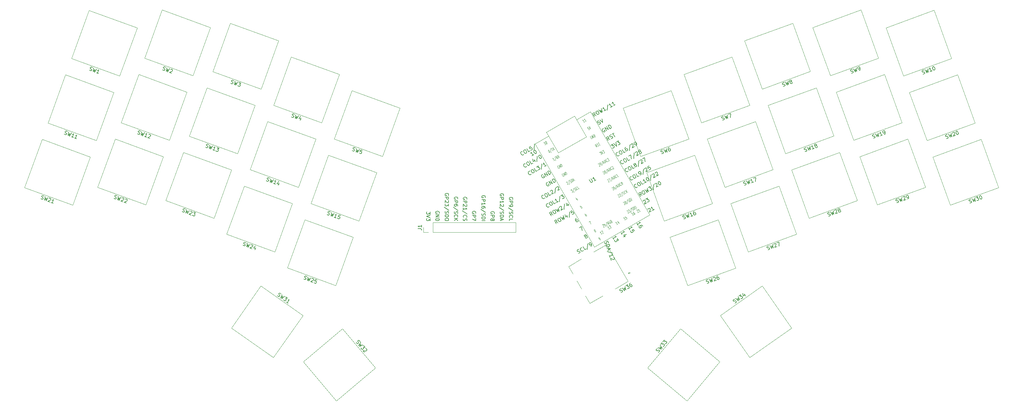
<source format=gto>
%TF.GenerationSoftware,KiCad,Pcbnew,7.0.1-0*%
%TF.CreationDate,2023-05-23T20:01:29-04:00*%
%TF.ProjectId,fidrildi4,66696472-696c-4646-9934-2e6b69636164,rev?*%
%TF.SameCoordinates,Original*%
%TF.FileFunction,Legend,Top*%
%TF.FilePolarity,Positive*%
%FSLAX46Y46*%
G04 Gerber Fmt 4.6, Leading zero omitted, Abs format (unit mm)*
G04 Created by KiCad (PCBNEW 7.0.1-0) date 2023-05-23 20:01:29*
%MOMM*%
%LPD*%
G01*
G04 APERTURE LIST*
G04 Aperture macros list*
%AMRotRect*
0 Rectangle, with rotation*
0 The origin of the aperture is its center*
0 $1 length*
0 $2 width*
0 $3 Rotation angle, in degrees counterclockwise*
0 Add horizontal line*
21,1,$1,$2,0,0,$3*%
G04 Aperture macros list end*
%ADD10C,0.150000*%
%ADD11C,0.125000*%
%ADD12C,0.120000*%
%ADD13C,0.100000*%
%ADD14C,3.500000*%
%ADD15C,1.750000*%
%ADD16C,3.100000*%
%ADD17C,4.000000*%
%ADD18RotRect,3.200000X2.000000X210.000000*%
%ADD19RotRect,2.000000X2.000000X210.000000*%
%ADD20C,2.000000*%
%ADD21R,1.700000X1.700000*%
%ADD22O,1.700000X1.700000*%
%ADD23C,1.600000*%
G04 APERTURE END LIST*
D10*
X218663132Y-137712086D02*
X218556844Y-137718465D01*
X218556844Y-137718465D02*
X218433126Y-137789894D01*
X218433126Y-137789894D02*
X218333218Y-137902562D01*
X218333218Y-137902562D02*
X218298358Y-138032659D01*
X218298358Y-138032659D02*
X218304738Y-138138947D01*
X218304738Y-138138947D02*
X218358736Y-138327714D01*
X218358736Y-138327714D02*
X218430165Y-138451432D01*
X218430165Y-138451432D02*
X218566642Y-138592580D01*
X218566642Y-138592580D02*
X218655501Y-138651249D01*
X218655501Y-138651249D02*
X218785598Y-138686108D01*
X218785598Y-138686108D02*
X218933126Y-138655919D01*
X218933126Y-138655919D02*
X219015605Y-138608300D01*
X219015605Y-138608300D02*
X219115513Y-138495632D01*
X219115513Y-138495632D02*
X219132943Y-138430583D01*
X219132943Y-138430583D02*
X218966276Y-138141908D01*
X218966276Y-138141908D02*
X218801319Y-138237146D01*
X219551715Y-138298776D02*
X219051715Y-137432751D01*
X219051715Y-137432751D02*
X220046587Y-138013062D01*
X220046587Y-138013062D02*
X219546587Y-137147037D01*
X220458980Y-137774967D02*
X219958980Y-136908941D01*
X219958980Y-136908941D02*
X220165177Y-136789894D01*
X220165177Y-136789894D02*
X220312704Y-136759705D01*
X220312704Y-136759705D02*
X220442802Y-136794564D01*
X220442802Y-136794564D02*
X220531660Y-136853233D01*
X220531660Y-136853233D02*
X220668138Y-136994381D01*
X220668138Y-136994381D02*
X220739566Y-137118099D01*
X220739566Y-137118099D02*
X220793565Y-137306866D01*
X220793565Y-137306866D02*
X220799945Y-137413154D01*
X220799945Y-137413154D02*
X220765085Y-137543251D01*
X220765085Y-137543251D02*
X220665177Y-137655919D01*
X220665177Y-137655919D02*
X220458980Y-137774967D01*
X195074761Y-144529523D02*
X195122380Y-144434285D01*
X195122380Y-144434285D02*
X195122380Y-144291428D01*
X195122380Y-144291428D02*
X195074761Y-144148571D01*
X195074761Y-144148571D02*
X194979523Y-144053333D01*
X194979523Y-144053333D02*
X194884285Y-144005714D01*
X194884285Y-144005714D02*
X194693809Y-143958095D01*
X194693809Y-143958095D02*
X194550952Y-143958095D01*
X194550952Y-143958095D02*
X194360476Y-144005714D01*
X194360476Y-144005714D02*
X194265238Y-144053333D01*
X194265238Y-144053333D02*
X194170000Y-144148571D01*
X194170000Y-144148571D02*
X194122380Y-144291428D01*
X194122380Y-144291428D02*
X194122380Y-144386666D01*
X194122380Y-144386666D02*
X194170000Y-144529523D01*
X194170000Y-144529523D02*
X194217619Y-144577142D01*
X194217619Y-144577142D02*
X194550952Y-144577142D01*
X194550952Y-144577142D02*
X194550952Y-144386666D01*
X194122380Y-145005714D02*
X195122380Y-145005714D01*
X195122380Y-145005714D02*
X195122380Y-145386666D01*
X195122380Y-145386666D02*
X195074761Y-145481904D01*
X195074761Y-145481904D02*
X195027142Y-145529523D01*
X195027142Y-145529523D02*
X194931904Y-145577142D01*
X194931904Y-145577142D02*
X194789047Y-145577142D01*
X194789047Y-145577142D02*
X194693809Y-145529523D01*
X194693809Y-145529523D02*
X194646190Y-145481904D01*
X194646190Y-145481904D02*
X194598571Y-145386666D01*
X194598571Y-145386666D02*
X194598571Y-145005714D01*
X195122380Y-146434285D02*
X195122380Y-146243809D01*
X195122380Y-146243809D02*
X195074761Y-146148571D01*
X195074761Y-146148571D02*
X195027142Y-146100952D01*
X195027142Y-146100952D02*
X194884285Y-146005714D01*
X194884285Y-146005714D02*
X194693809Y-145958095D01*
X194693809Y-145958095D02*
X194312857Y-145958095D01*
X194312857Y-145958095D02*
X194217619Y-146005714D01*
X194217619Y-146005714D02*
X194170000Y-146053333D01*
X194170000Y-146053333D02*
X194122380Y-146148571D01*
X194122380Y-146148571D02*
X194122380Y-146339047D01*
X194122380Y-146339047D02*
X194170000Y-146434285D01*
X194170000Y-146434285D02*
X194217619Y-146481904D01*
X194217619Y-146481904D02*
X194312857Y-146529523D01*
X194312857Y-146529523D02*
X194550952Y-146529523D01*
X194550952Y-146529523D02*
X194646190Y-146481904D01*
X194646190Y-146481904D02*
X194693809Y-146434285D01*
X194693809Y-146434285D02*
X194741428Y-146339047D01*
X194741428Y-146339047D02*
X194741428Y-146148571D01*
X194741428Y-146148571D02*
X194693809Y-146053333D01*
X194693809Y-146053333D02*
X194646190Y-146005714D01*
X194646190Y-146005714D02*
X194550952Y-145958095D01*
X195170000Y-147672380D02*
X193884285Y-146815238D01*
X194170000Y-147958095D02*
X194122380Y-148100952D01*
X194122380Y-148100952D02*
X194122380Y-148339047D01*
X194122380Y-148339047D02*
X194170000Y-148434285D01*
X194170000Y-148434285D02*
X194217619Y-148481904D01*
X194217619Y-148481904D02*
X194312857Y-148529523D01*
X194312857Y-148529523D02*
X194408095Y-148529523D01*
X194408095Y-148529523D02*
X194503333Y-148481904D01*
X194503333Y-148481904D02*
X194550952Y-148434285D01*
X194550952Y-148434285D02*
X194598571Y-148339047D01*
X194598571Y-148339047D02*
X194646190Y-148148571D01*
X194646190Y-148148571D02*
X194693809Y-148053333D01*
X194693809Y-148053333D02*
X194741428Y-148005714D01*
X194741428Y-148005714D02*
X194836666Y-147958095D01*
X194836666Y-147958095D02*
X194931904Y-147958095D01*
X194931904Y-147958095D02*
X195027142Y-148005714D01*
X195027142Y-148005714D02*
X195074761Y-148053333D01*
X195074761Y-148053333D02*
X195122380Y-148148571D01*
X195122380Y-148148571D02*
X195122380Y-148386666D01*
X195122380Y-148386666D02*
X195074761Y-148529523D01*
X194217619Y-149529523D02*
X194170000Y-149481904D01*
X194170000Y-149481904D02*
X194122380Y-149339047D01*
X194122380Y-149339047D02*
X194122380Y-149243809D01*
X194122380Y-149243809D02*
X194170000Y-149100952D01*
X194170000Y-149100952D02*
X194265238Y-149005714D01*
X194265238Y-149005714D02*
X194360476Y-148958095D01*
X194360476Y-148958095D02*
X194550952Y-148910476D01*
X194550952Y-148910476D02*
X194693809Y-148910476D01*
X194693809Y-148910476D02*
X194884285Y-148958095D01*
X194884285Y-148958095D02*
X194979523Y-149005714D01*
X194979523Y-149005714D02*
X195074761Y-149100952D01*
X195074761Y-149100952D02*
X195122380Y-149243809D01*
X195122380Y-149243809D02*
X195122380Y-149339047D01*
X195122380Y-149339047D02*
X195074761Y-149481904D01*
X195074761Y-149481904D02*
X195027142Y-149529523D01*
X194122380Y-149958095D02*
X195122380Y-149958095D01*
X194122380Y-150529523D02*
X194693809Y-150100952D01*
X195122380Y-150529523D02*
X194550952Y-149958095D01*
X192524761Y-143529523D02*
X192572380Y-143434285D01*
X192572380Y-143434285D02*
X192572380Y-143291428D01*
X192572380Y-143291428D02*
X192524761Y-143148571D01*
X192524761Y-143148571D02*
X192429523Y-143053333D01*
X192429523Y-143053333D02*
X192334285Y-143005714D01*
X192334285Y-143005714D02*
X192143809Y-142958095D01*
X192143809Y-142958095D02*
X192000952Y-142958095D01*
X192000952Y-142958095D02*
X191810476Y-143005714D01*
X191810476Y-143005714D02*
X191715238Y-143053333D01*
X191715238Y-143053333D02*
X191620000Y-143148571D01*
X191620000Y-143148571D02*
X191572380Y-143291428D01*
X191572380Y-143291428D02*
X191572380Y-143386666D01*
X191572380Y-143386666D02*
X191620000Y-143529523D01*
X191620000Y-143529523D02*
X191667619Y-143577142D01*
X191667619Y-143577142D02*
X192000952Y-143577142D01*
X192000952Y-143577142D02*
X192000952Y-143386666D01*
X191572380Y-144005714D02*
X192572380Y-144005714D01*
X192572380Y-144005714D02*
X192572380Y-144386666D01*
X192572380Y-144386666D02*
X192524761Y-144481904D01*
X192524761Y-144481904D02*
X192477142Y-144529523D01*
X192477142Y-144529523D02*
X192381904Y-144577142D01*
X192381904Y-144577142D02*
X192239047Y-144577142D01*
X192239047Y-144577142D02*
X192143809Y-144529523D01*
X192143809Y-144529523D02*
X192096190Y-144481904D01*
X192096190Y-144481904D02*
X192048571Y-144386666D01*
X192048571Y-144386666D02*
X192048571Y-144005714D01*
X192477142Y-144958095D02*
X192524761Y-145005714D01*
X192524761Y-145005714D02*
X192572380Y-145100952D01*
X192572380Y-145100952D02*
X192572380Y-145339047D01*
X192572380Y-145339047D02*
X192524761Y-145434285D01*
X192524761Y-145434285D02*
X192477142Y-145481904D01*
X192477142Y-145481904D02*
X192381904Y-145529523D01*
X192381904Y-145529523D02*
X192286666Y-145529523D01*
X192286666Y-145529523D02*
X192143809Y-145481904D01*
X192143809Y-145481904D02*
X191572380Y-144910476D01*
X191572380Y-144910476D02*
X191572380Y-145529523D01*
X192572380Y-145862857D02*
X192572380Y-146481904D01*
X192572380Y-146481904D02*
X192191428Y-146148571D01*
X192191428Y-146148571D02*
X192191428Y-146291428D01*
X192191428Y-146291428D02*
X192143809Y-146386666D01*
X192143809Y-146386666D02*
X192096190Y-146434285D01*
X192096190Y-146434285D02*
X192000952Y-146481904D01*
X192000952Y-146481904D02*
X191762857Y-146481904D01*
X191762857Y-146481904D02*
X191667619Y-146434285D01*
X191667619Y-146434285D02*
X191620000Y-146386666D01*
X191620000Y-146386666D02*
X191572380Y-146291428D01*
X191572380Y-146291428D02*
X191572380Y-146005714D01*
X191572380Y-146005714D02*
X191620000Y-145910476D01*
X191620000Y-145910476D02*
X191667619Y-145862857D01*
X192620000Y-147624761D02*
X191334285Y-146767619D01*
X191620000Y-147910476D02*
X191572380Y-148053333D01*
X191572380Y-148053333D02*
X191572380Y-148291428D01*
X191572380Y-148291428D02*
X191620000Y-148386666D01*
X191620000Y-148386666D02*
X191667619Y-148434285D01*
X191667619Y-148434285D02*
X191762857Y-148481904D01*
X191762857Y-148481904D02*
X191858095Y-148481904D01*
X191858095Y-148481904D02*
X191953333Y-148434285D01*
X191953333Y-148434285D02*
X192000952Y-148386666D01*
X192000952Y-148386666D02*
X192048571Y-148291428D01*
X192048571Y-148291428D02*
X192096190Y-148100952D01*
X192096190Y-148100952D02*
X192143809Y-148005714D01*
X192143809Y-148005714D02*
X192191428Y-147958095D01*
X192191428Y-147958095D02*
X192286666Y-147910476D01*
X192286666Y-147910476D02*
X192381904Y-147910476D01*
X192381904Y-147910476D02*
X192477142Y-147958095D01*
X192477142Y-147958095D02*
X192524761Y-148005714D01*
X192524761Y-148005714D02*
X192572380Y-148100952D01*
X192572380Y-148100952D02*
X192572380Y-148339047D01*
X192572380Y-148339047D02*
X192524761Y-148481904D01*
X191572380Y-148910476D02*
X192572380Y-148910476D01*
X192572380Y-148910476D02*
X192572380Y-149148571D01*
X192572380Y-149148571D02*
X192524761Y-149291428D01*
X192524761Y-149291428D02*
X192429523Y-149386666D01*
X192429523Y-149386666D02*
X192334285Y-149434285D01*
X192334285Y-149434285D02*
X192143809Y-149481904D01*
X192143809Y-149481904D02*
X192000952Y-149481904D01*
X192000952Y-149481904D02*
X191810476Y-149434285D01*
X191810476Y-149434285D02*
X191715238Y-149386666D01*
X191715238Y-149386666D02*
X191620000Y-149291428D01*
X191620000Y-149291428D02*
X191572380Y-149148571D01*
X191572380Y-149148571D02*
X191572380Y-148910476D01*
X192572380Y-150100952D02*
X192572380Y-150291428D01*
X192572380Y-150291428D02*
X192524761Y-150386666D01*
X192524761Y-150386666D02*
X192429523Y-150481904D01*
X192429523Y-150481904D02*
X192239047Y-150529523D01*
X192239047Y-150529523D02*
X191905714Y-150529523D01*
X191905714Y-150529523D02*
X191715238Y-150481904D01*
X191715238Y-150481904D02*
X191620000Y-150386666D01*
X191620000Y-150386666D02*
X191572380Y-150291428D01*
X191572380Y-150291428D02*
X191572380Y-150100952D01*
X191572380Y-150100952D02*
X191620000Y-150005714D01*
X191620000Y-150005714D02*
X191715238Y-149910476D01*
X191715238Y-149910476D02*
X191905714Y-149862857D01*
X191905714Y-149862857D02*
X192239047Y-149862857D01*
X192239047Y-149862857D02*
X192429523Y-149910476D01*
X192429523Y-149910476D02*
X192524761Y-150005714D01*
X192524761Y-150005714D02*
X192572380Y-150100952D01*
X238286937Y-155638638D02*
X238001223Y-155143766D01*
X238144080Y-155391202D02*
X239010105Y-154891202D01*
X239010105Y-154891202D02*
X238838768Y-154880152D01*
X238838768Y-154880152D02*
X238708671Y-154845292D01*
X238708671Y-154845292D02*
X238619812Y-154786623D01*
X239319629Y-155427313D02*
X239629153Y-155963424D01*
X239629153Y-155963424D02*
X239132572Y-155865225D01*
X239132572Y-155865225D02*
X239204000Y-155988943D01*
X239204000Y-155988943D02*
X239210380Y-156095231D01*
X239210380Y-156095231D02*
X239192950Y-156160280D01*
X239192950Y-156160280D02*
X239134281Y-156249138D01*
X239134281Y-156249138D02*
X238928085Y-156368186D01*
X238928085Y-156368186D02*
X238821796Y-156374566D01*
X238821796Y-156374566D02*
X238756748Y-156357136D01*
X238756748Y-156357136D02*
X238667889Y-156298467D01*
X238667889Y-156298467D02*
X238525032Y-156051031D01*
X238525032Y-156051031D02*
X238518652Y-155944743D01*
X238518652Y-155944743D02*
X238536082Y-155879694D01*
X187482380Y-148090952D02*
X187482380Y-148709999D01*
X187482380Y-148709999D02*
X187101428Y-148376666D01*
X187101428Y-148376666D02*
X187101428Y-148519523D01*
X187101428Y-148519523D02*
X187053809Y-148614761D01*
X187053809Y-148614761D02*
X187006190Y-148662380D01*
X187006190Y-148662380D02*
X186910952Y-148709999D01*
X186910952Y-148709999D02*
X186672857Y-148709999D01*
X186672857Y-148709999D02*
X186577619Y-148662380D01*
X186577619Y-148662380D02*
X186530000Y-148614761D01*
X186530000Y-148614761D02*
X186482380Y-148519523D01*
X186482380Y-148519523D02*
X186482380Y-148233809D01*
X186482380Y-148233809D02*
X186530000Y-148138571D01*
X186530000Y-148138571D02*
X186577619Y-148090952D01*
X187482380Y-148995714D02*
X186482380Y-149329047D01*
X186482380Y-149329047D02*
X187482380Y-149662380D01*
X187482380Y-149900476D02*
X187482380Y-150519523D01*
X187482380Y-150519523D02*
X187101428Y-150186190D01*
X187101428Y-150186190D02*
X187101428Y-150329047D01*
X187101428Y-150329047D02*
X187053809Y-150424285D01*
X187053809Y-150424285D02*
X187006190Y-150471904D01*
X187006190Y-150471904D02*
X186910952Y-150519523D01*
X186910952Y-150519523D02*
X186672857Y-150519523D01*
X186672857Y-150519523D02*
X186577619Y-150471904D01*
X186577619Y-150471904D02*
X186530000Y-150424285D01*
X186530000Y-150424285D02*
X186482380Y-150329047D01*
X186482380Y-150329047D02*
X186482380Y-150043333D01*
X186482380Y-150043333D02*
X186530000Y-149948095D01*
X186530000Y-149948095D02*
X186577619Y-149900476D01*
X235814894Y-156450845D02*
X235819007Y-156601374D01*
X235819007Y-156601374D02*
X235900440Y-156825110D01*
X235900440Y-156825110D02*
X235977761Y-156898318D01*
X235977761Y-156898318D02*
X236038795Y-156926778D01*
X236038795Y-156926778D02*
X236144576Y-156938952D01*
X236144576Y-156938952D02*
X236234070Y-156906379D01*
X236234070Y-156906379D02*
X236307278Y-156829058D01*
X236307278Y-156829058D02*
X236335739Y-156768024D01*
X236335739Y-156768024D02*
X236347913Y-156662243D01*
X236347913Y-156662243D02*
X236327513Y-156466967D01*
X236327513Y-156466967D02*
X236339687Y-156361186D01*
X236339687Y-156361186D02*
X236368148Y-156300152D01*
X236368148Y-156300152D02*
X236441356Y-156222832D01*
X236441356Y-156222832D02*
X236530850Y-156190258D01*
X236530850Y-156190258D02*
X236636631Y-156202432D01*
X236636631Y-156202432D02*
X236697665Y-156230893D01*
X236697665Y-156230893D02*
X236774986Y-156304101D01*
X236774986Y-156304101D02*
X236856419Y-156527837D01*
X236856419Y-156527837D02*
X236860532Y-156678366D01*
X236112167Y-157406824D02*
X237051859Y-157064804D01*
X237051859Y-157064804D02*
X237133293Y-157288541D01*
X237133293Y-157288541D02*
X237137406Y-157439069D01*
X237137406Y-157439069D02*
X237080484Y-157561137D01*
X237080484Y-157561137D02*
X237007277Y-157638458D01*
X237007277Y-157638458D02*
X236844574Y-157748352D01*
X236844574Y-157748352D02*
X236710332Y-157797212D01*
X236710332Y-157797212D02*
X236515057Y-157817611D01*
X236515057Y-157817611D02*
X236409275Y-157805437D01*
X236409275Y-157805437D02*
X236287207Y-157748516D01*
X236287207Y-157748516D02*
X236193600Y-157630561D01*
X236193600Y-157630561D02*
X236112167Y-157406824D01*
X236706384Y-158204050D02*
X236869251Y-158651522D01*
X236405327Y-158212275D02*
X237459026Y-158183486D01*
X237459026Y-158183486D02*
X236633340Y-158838737D01*
X237976087Y-159464870D02*
X236474751Y-159099160D01*
X237284807Y-160628628D02*
X237089367Y-160091661D01*
X237187087Y-160360144D02*
X238126780Y-160018124D01*
X238126780Y-160018124D02*
X237959965Y-159977490D01*
X237959965Y-159977490D02*
X237837897Y-159920568D01*
X237837897Y-159920568D02*
X237760576Y-159847361D01*
X238265299Y-160677159D02*
X238326333Y-160705620D01*
X238326333Y-160705620D02*
X238403653Y-160778828D01*
X238403653Y-160778828D02*
X238485087Y-161002564D01*
X238485087Y-161002564D02*
X238472913Y-161108345D01*
X238472913Y-161108345D02*
X238444452Y-161169379D01*
X238444452Y-161169379D02*
X238371244Y-161246700D01*
X238371244Y-161246700D02*
X238281750Y-161279273D01*
X238281750Y-161279273D02*
X238131221Y-161283386D01*
X238131221Y-161283386D02*
X237398814Y-160941859D01*
X237398814Y-160941859D02*
X237610541Y-161523573D01*
X210304761Y-144629999D02*
X210352380Y-144534761D01*
X210352380Y-144534761D02*
X210352380Y-144391904D01*
X210352380Y-144391904D02*
X210304761Y-144249047D01*
X210304761Y-144249047D02*
X210209523Y-144153809D01*
X210209523Y-144153809D02*
X210114285Y-144106190D01*
X210114285Y-144106190D02*
X209923809Y-144058571D01*
X209923809Y-144058571D02*
X209780952Y-144058571D01*
X209780952Y-144058571D02*
X209590476Y-144106190D01*
X209590476Y-144106190D02*
X209495238Y-144153809D01*
X209495238Y-144153809D02*
X209400000Y-144249047D01*
X209400000Y-144249047D02*
X209352380Y-144391904D01*
X209352380Y-144391904D02*
X209352380Y-144487142D01*
X209352380Y-144487142D02*
X209400000Y-144629999D01*
X209400000Y-144629999D02*
X209447619Y-144677618D01*
X209447619Y-144677618D02*
X209780952Y-144677618D01*
X209780952Y-144677618D02*
X209780952Y-144487142D01*
X209352380Y-145106190D02*
X210352380Y-145106190D01*
X210352380Y-145106190D02*
X210352380Y-145487142D01*
X210352380Y-145487142D02*
X210304761Y-145582380D01*
X210304761Y-145582380D02*
X210257142Y-145629999D01*
X210257142Y-145629999D02*
X210161904Y-145677618D01*
X210161904Y-145677618D02*
X210019047Y-145677618D01*
X210019047Y-145677618D02*
X209923809Y-145629999D01*
X209923809Y-145629999D02*
X209876190Y-145582380D01*
X209876190Y-145582380D02*
X209828571Y-145487142D01*
X209828571Y-145487142D02*
X209828571Y-145106190D01*
X209352380Y-146153809D02*
X209352380Y-146344285D01*
X209352380Y-146344285D02*
X209400000Y-146439523D01*
X209400000Y-146439523D02*
X209447619Y-146487142D01*
X209447619Y-146487142D02*
X209590476Y-146582380D01*
X209590476Y-146582380D02*
X209780952Y-146629999D01*
X209780952Y-146629999D02*
X210161904Y-146629999D01*
X210161904Y-146629999D02*
X210257142Y-146582380D01*
X210257142Y-146582380D02*
X210304761Y-146534761D01*
X210304761Y-146534761D02*
X210352380Y-146439523D01*
X210352380Y-146439523D02*
X210352380Y-146249047D01*
X210352380Y-146249047D02*
X210304761Y-146153809D01*
X210304761Y-146153809D02*
X210257142Y-146106190D01*
X210257142Y-146106190D02*
X210161904Y-146058571D01*
X210161904Y-146058571D02*
X209923809Y-146058571D01*
X209923809Y-146058571D02*
X209828571Y-146106190D01*
X209828571Y-146106190D02*
X209780952Y-146153809D01*
X209780952Y-146153809D02*
X209733333Y-146249047D01*
X209733333Y-146249047D02*
X209733333Y-146439523D01*
X209733333Y-146439523D02*
X209780952Y-146534761D01*
X209780952Y-146534761D02*
X209828571Y-146582380D01*
X209828571Y-146582380D02*
X209923809Y-146629999D01*
X210400000Y-147772856D02*
X209114285Y-146915714D01*
X209400000Y-148058571D02*
X209352380Y-148201428D01*
X209352380Y-148201428D02*
X209352380Y-148439523D01*
X209352380Y-148439523D02*
X209400000Y-148534761D01*
X209400000Y-148534761D02*
X209447619Y-148582380D01*
X209447619Y-148582380D02*
X209542857Y-148629999D01*
X209542857Y-148629999D02*
X209638095Y-148629999D01*
X209638095Y-148629999D02*
X209733333Y-148582380D01*
X209733333Y-148582380D02*
X209780952Y-148534761D01*
X209780952Y-148534761D02*
X209828571Y-148439523D01*
X209828571Y-148439523D02*
X209876190Y-148249047D01*
X209876190Y-148249047D02*
X209923809Y-148153809D01*
X209923809Y-148153809D02*
X209971428Y-148106190D01*
X209971428Y-148106190D02*
X210066666Y-148058571D01*
X210066666Y-148058571D02*
X210161904Y-148058571D01*
X210161904Y-148058571D02*
X210257142Y-148106190D01*
X210257142Y-148106190D02*
X210304761Y-148153809D01*
X210304761Y-148153809D02*
X210352380Y-148249047D01*
X210352380Y-148249047D02*
X210352380Y-148487142D01*
X210352380Y-148487142D02*
X210304761Y-148629999D01*
X209447619Y-149629999D02*
X209400000Y-149582380D01*
X209400000Y-149582380D02*
X209352380Y-149439523D01*
X209352380Y-149439523D02*
X209352380Y-149344285D01*
X209352380Y-149344285D02*
X209400000Y-149201428D01*
X209400000Y-149201428D02*
X209495238Y-149106190D01*
X209495238Y-149106190D02*
X209590476Y-149058571D01*
X209590476Y-149058571D02*
X209780952Y-149010952D01*
X209780952Y-149010952D02*
X209923809Y-149010952D01*
X209923809Y-149010952D02*
X210114285Y-149058571D01*
X210114285Y-149058571D02*
X210209523Y-149106190D01*
X210209523Y-149106190D02*
X210304761Y-149201428D01*
X210304761Y-149201428D02*
X210352380Y-149344285D01*
X210352380Y-149344285D02*
X210352380Y-149439523D01*
X210352380Y-149439523D02*
X210304761Y-149582380D01*
X210304761Y-149582380D02*
X210257142Y-149629999D01*
X209352380Y-150534761D02*
X209352380Y-150058571D01*
X209352380Y-150058571D02*
X210352380Y-150058571D01*
X235462447Y-125018276D02*
X235356159Y-125024656D01*
X235356159Y-125024656D02*
X235232441Y-125096084D01*
X235232441Y-125096084D02*
X235132533Y-125208752D01*
X235132533Y-125208752D02*
X235097673Y-125338850D01*
X235097673Y-125338850D02*
X235104053Y-125445138D01*
X235104053Y-125445138D02*
X235158052Y-125633905D01*
X235158052Y-125633905D02*
X235229481Y-125757623D01*
X235229481Y-125757623D02*
X235365958Y-125898770D01*
X235365958Y-125898770D02*
X235454816Y-125957439D01*
X235454816Y-125957439D02*
X235584914Y-125992299D01*
X235584914Y-125992299D02*
X235732441Y-125962110D01*
X235732441Y-125962110D02*
X235814920Y-125914491D01*
X235814920Y-125914491D02*
X235914828Y-125801823D01*
X235914828Y-125801823D02*
X235932258Y-125736774D01*
X235932258Y-125736774D02*
X235765591Y-125448099D01*
X235765591Y-125448099D02*
X235600634Y-125543337D01*
X236351031Y-125604967D02*
X235851031Y-124738941D01*
X235851031Y-124738941D02*
X236845903Y-125319253D01*
X236845903Y-125319253D02*
X236345903Y-124453227D01*
X237258296Y-125081157D02*
X236758296Y-124215132D01*
X236758296Y-124215132D02*
X236964492Y-124096084D01*
X236964492Y-124096084D02*
X237112020Y-124065895D01*
X237112020Y-124065895D02*
X237242117Y-124100755D01*
X237242117Y-124100755D02*
X237330976Y-124159424D01*
X237330976Y-124159424D02*
X237467453Y-124300571D01*
X237467453Y-124300571D02*
X237538882Y-124424289D01*
X237538882Y-124424289D02*
X237592880Y-124613056D01*
X237592880Y-124613056D02*
X237599260Y-124719344D01*
X237599260Y-124719344D02*
X237564401Y-124849442D01*
X237564401Y-124849442D02*
X237464492Y-124962110D01*
X237464492Y-124962110D02*
X237258296Y-125081157D01*
X228536026Y-159528490D02*
X228683553Y-159498300D01*
X228683553Y-159498300D02*
X228889750Y-159379253D01*
X228889750Y-159379253D02*
X228948419Y-159290394D01*
X228948419Y-159290394D02*
X228965849Y-159225346D01*
X228965849Y-159225346D02*
X228959469Y-159119057D01*
X228959469Y-159119057D02*
X228911850Y-159036579D01*
X228911850Y-159036579D02*
X228822992Y-158977910D01*
X228822992Y-158977910D02*
X228757943Y-158960480D01*
X228757943Y-158960480D02*
X228651655Y-158966860D01*
X228651655Y-158966860D02*
X228462888Y-159020858D01*
X228462888Y-159020858D02*
X228356600Y-159027238D01*
X228356600Y-159027238D02*
X228291551Y-159009808D01*
X228291551Y-159009808D02*
X228202693Y-158951139D01*
X228202693Y-158951139D02*
X228155074Y-158868661D01*
X228155074Y-158868661D02*
X228148694Y-158762373D01*
X228148694Y-158762373D02*
X228166124Y-158697324D01*
X228166124Y-158697324D02*
X228224793Y-158608465D01*
X228224793Y-158608465D02*
X228430989Y-158489418D01*
X228430989Y-158489418D02*
X228578517Y-158459229D01*
X229873114Y-158701536D02*
X229855684Y-158766585D01*
X229855684Y-158766585D02*
X229755775Y-158879253D01*
X229755775Y-158879253D02*
X229673297Y-158926872D01*
X229673297Y-158926872D02*
X229525769Y-158957061D01*
X229525769Y-158957061D02*
X229395672Y-158922201D01*
X229395672Y-158922201D02*
X229306813Y-158863532D01*
X229306813Y-158863532D02*
X229170336Y-158722385D01*
X229170336Y-158722385D02*
X229098907Y-158598667D01*
X229098907Y-158598667D02*
X229044909Y-158409900D01*
X229044909Y-158409900D02*
X229038529Y-158303612D01*
X229038529Y-158303612D02*
X229073388Y-158173514D01*
X229073388Y-158173514D02*
X229173297Y-158060846D01*
X229173297Y-158060846D02*
X229255775Y-158013227D01*
X229255775Y-158013227D02*
X229403303Y-157983038D01*
X229403303Y-157983038D02*
X229468352Y-158000468D01*
X230704279Y-158331634D02*
X230291886Y-158569729D01*
X230291886Y-158569729D02*
X229791886Y-157703703D01*
X231087735Y-156900559D02*
X230988284Y-158442592D01*
X231941459Y-157617348D02*
X232106416Y-157522110D01*
X232106416Y-157522110D02*
X232165085Y-157433251D01*
X232165085Y-157433251D02*
X232182515Y-157368203D01*
X232182515Y-157368203D02*
X232193565Y-157196866D01*
X232193565Y-157196866D02*
X232139566Y-157008099D01*
X232139566Y-157008099D02*
X231949090Y-156678184D01*
X231949090Y-156678184D02*
X231860232Y-156619515D01*
X231860232Y-156619515D02*
X231795183Y-156602086D01*
X231795183Y-156602086D02*
X231688895Y-156608465D01*
X231688895Y-156608465D02*
X231523937Y-156703703D01*
X231523937Y-156703703D02*
X231465268Y-156792562D01*
X231465268Y-156792562D02*
X231447838Y-156857611D01*
X231447838Y-156857611D02*
X231454218Y-156963899D01*
X231454218Y-156963899D02*
X231573266Y-157170095D01*
X231573266Y-157170095D02*
X231662124Y-157228764D01*
X231662124Y-157228764D02*
X231727173Y-157246194D01*
X231727173Y-157246194D02*
X231833461Y-157239814D01*
X231833461Y-157239814D02*
X231998418Y-157144576D01*
X231998418Y-157144576D02*
X232057087Y-157055718D01*
X232057087Y-157055718D02*
X232074517Y-156990669D01*
X232074517Y-156990669D02*
X232068137Y-156884381D01*
X221480007Y-148900681D02*
X220953237Y-148654955D01*
X220985135Y-149186395D02*
X220485135Y-148320370D01*
X220485135Y-148320370D02*
X220815050Y-148129894D01*
X220815050Y-148129894D02*
X220921338Y-148123514D01*
X220921338Y-148123514D02*
X220986387Y-148140944D01*
X220986387Y-148140944D02*
X221075245Y-148199613D01*
X221075245Y-148199613D02*
X221146674Y-148323331D01*
X221146674Y-148323331D02*
X221153053Y-148429619D01*
X221153053Y-148429619D02*
X221135624Y-148494668D01*
X221135624Y-148494668D02*
X221076955Y-148583526D01*
X221076955Y-148583526D02*
X220747040Y-148774002D01*
X221516118Y-147725132D02*
X221681075Y-147629894D01*
X221681075Y-147629894D02*
X221787363Y-147623514D01*
X221787363Y-147623514D02*
X221917461Y-147658374D01*
X221917461Y-147658374D02*
X222053938Y-147799521D01*
X222053938Y-147799521D02*
X222220605Y-148088196D01*
X222220605Y-148088196D02*
X222274604Y-148276963D01*
X222274604Y-148276963D02*
X222239744Y-148407061D01*
X222239744Y-148407061D02*
X222181075Y-148495919D01*
X222181075Y-148495919D02*
X222016118Y-148591157D01*
X222016118Y-148591157D02*
X221909830Y-148597537D01*
X221909830Y-148597537D02*
X221779732Y-148562677D01*
X221779732Y-148562677D02*
X221643255Y-148421530D01*
X221643255Y-148421530D02*
X221476588Y-148132855D01*
X221476588Y-148132855D02*
X221422589Y-147944088D01*
X221422589Y-147944088D02*
X221457449Y-147813990D01*
X221457449Y-147813990D02*
X221516118Y-147725132D01*
X222175947Y-147344180D02*
X222882143Y-148091157D01*
X222882143Y-148091157D02*
X222689958Y-147377330D01*
X222689958Y-147377330D02*
X223212058Y-147900681D01*
X223212058Y-147900681D02*
X222918254Y-146915608D01*
X223254548Y-146831420D02*
X223271978Y-146766371D01*
X223271978Y-146766371D02*
X223330647Y-146677513D01*
X223330647Y-146677513D02*
X223536844Y-146558465D01*
X223536844Y-146558465D02*
X223643132Y-146552086D01*
X223643132Y-146552086D02*
X223708181Y-146569515D01*
X223708181Y-146569515D02*
X223797039Y-146628184D01*
X223797039Y-146628184D02*
X223844658Y-146710663D01*
X223844658Y-146710663D02*
X223874847Y-146858190D01*
X223874847Y-146858190D02*
X223665690Y-147638776D01*
X223665690Y-147638776D02*
X224201801Y-147329253D01*
X224667735Y-145850559D02*
X224568284Y-147392592D01*
X225518040Y-145799521D02*
X225851373Y-146376872D01*
X225121367Y-145588655D02*
X225272313Y-146326292D01*
X225272313Y-146326292D02*
X225808424Y-146016768D01*
X197584761Y-144587142D02*
X197632380Y-144491904D01*
X197632380Y-144491904D02*
X197632380Y-144349047D01*
X197632380Y-144349047D02*
X197584761Y-144206190D01*
X197584761Y-144206190D02*
X197489523Y-144110952D01*
X197489523Y-144110952D02*
X197394285Y-144063333D01*
X197394285Y-144063333D02*
X197203809Y-144015714D01*
X197203809Y-144015714D02*
X197060952Y-144015714D01*
X197060952Y-144015714D02*
X196870476Y-144063333D01*
X196870476Y-144063333D02*
X196775238Y-144110952D01*
X196775238Y-144110952D02*
X196680000Y-144206190D01*
X196680000Y-144206190D02*
X196632380Y-144349047D01*
X196632380Y-144349047D02*
X196632380Y-144444285D01*
X196632380Y-144444285D02*
X196680000Y-144587142D01*
X196680000Y-144587142D02*
X196727619Y-144634761D01*
X196727619Y-144634761D02*
X197060952Y-144634761D01*
X197060952Y-144634761D02*
X197060952Y-144444285D01*
X196632380Y-145063333D02*
X197632380Y-145063333D01*
X197632380Y-145063333D02*
X197632380Y-145444285D01*
X197632380Y-145444285D02*
X197584761Y-145539523D01*
X197584761Y-145539523D02*
X197537142Y-145587142D01*
X197537142Y-145587142D02*
X197441904Y-145634761D01*
X197441904Y-145634761D02*
X197299047Y-145634761D01*
X197299047Y-145634761D02*
X197203809Y-145587142D01*
X197203809Y-145587142D02*
X197156190Y-145539523D01*
X197156190Y-145539523D02*
X197108571Y-145444285D01*
X197108571Y-145444285D02*
X197108571Y-145063333D01*
X197537142Y-146015714D02*
X197584761Y-146063333D01*
X197584761Y-146063333D02*
X197632380Y-146158571D01*
X197632380Y-146158571D02*
X197632380Y-146396666D01*
X197632380Y-146396666D02*
X197584761Y-146491904D01*
X197584761Y-146491904D02*
X197537142Y-146539523D01*
X197537142Y-146539523D02*
X197441904Y-146587142D01*
X197441904Y-146587142D02*
X197346666Y-146587142D01*
X197346666Y-146587142D02*
X197203809Y-146539523D01*
X197203809Y-146539523D02*
X196632380Y-145968095D01*
X196632380Y-145968095D02*
X196632380Y-146587142D01*
X196632380Y-147539523D02*
X196632380Y-146968095D01*
X196632380Y-147253809D02*
X197632380Y-147253809D01*
X197632380Y-147253809D02*
X197489523Y-147158571D01*
X197489523Y-147158571D02*
X197394285Y-147063333D01*
X197394285Y-147063333D02*
X197346666Y-146968095D01*
X197680000Y-148682380D02*
X196394285Y-147825238D01*
X196727619Y-149587142D02*
X196680000Y-149539523D01*
X196680000Y-149539523D02*
X196632380Y-149396666D01*
X196632380Y-149396666D02*
X196632380Y-149301428D01*
X196632380Y-149301428D02*
X196680000Y-149158571D01*
X196680000Y-149158571D02*
X196775238Y-149063333D01*
X196775238Y-149063333D02*
X196870476Y-149015714D01*
X196870476Y-149015714D02*
X197060952Y-148968095D01*
X197060952Y-148968095D02*
X197203809Y-148968095D01*
X197203809Y-148968095D02*
X197394285Y-149015714D01*
X197394285Y-149015714D02*
X197489523Y-149063333D01*
X197489523Y-149063333D02*
X197584761Y-149158571D01*
X197584761Y-149158571D02*
X197632380Y-149301428D01*
X197632380Y-149301428D02*
X197632380Y-149396666D01*
X197632380Y-149396666D02*
X197584761Y-149539523D01*
X197584761Y-149539523D02*
X197537142Y-149587142D01*
X196680000Y-149968095D02*
X196632380Y-150110952D01*
X196632380Y-150110952D02*
X196632380Y-150349047D01*
X196632380Y-150349047D02*
X196680000Y-150444285D01*
X196680000Y-150444285D02*
X196727619Y-150491904D01*
X196727619Y-150491904D02*
X196822857Y-150539523D01*
X196822857Y-150539523D02*
X196918095Y-150539523D01*
X196918095Y-150539523D02*
X197013333Y-150491904D01*
X197013333Y-150491904D02*
X197060952Y-150444285D01*
X197060952Y-150444285D02*
X197108571Y-150349047D01*
X197108571Y-150349047D02*
X197156190Y-150158571D01*
X197156190Y-150158571D02*
X197203809Y-150063333D01*
X197203809Y-150063333D02*
X197251428Y-150015714D01*
X197251428Y-150015714D02*
X197346666Y-149968095D01*
X197346666Y-149968095D02*
X197441904Y-149968095D01*
X197441904Y-149968095D02*
X197537142Y-150015714D01*
X197537142Y-150015714D02*
X197584761Y-150063333D01*
X197584761Y-150063333D02*
X197632380Y-150158571D01*
X197632380Y-150158571D02*
X197632380Y-150396666D01*
X197632380Y-150396666D02*
X197584761Y-150539523D01*
X247771385Y-147365230D02*
X247788815Y-147300181D01*
X247788815Y-147300181D02*
X247847484Y-147211322D01*
X247847484Y-147211322D02*
X248053681Y-147092275D01*
X248053681Y-147092275D02*
X248159969Y-147085895D01*
X248159969Y-147085895D02*
X248225018Y-147103325D01*
X248225018Y-147103325D02*
X248313876Y-147161994D01*
X248313876Y-147161994D02*
X248361495Y-147244473D01*
X248361495Y-147244473D02*
X248391684Y-147392000D01*
X248391684Y-147392000D02*
X248182527Y-148172586D01*
X248182527Y-148172586D02*
X248718638Y-147863062D01*
X249543424Y-147386872D02*
X249048552Y-147672586D01*
X249295988Y-147529729D02*
X248795988Y-146663703D01*
X248795988Y-146663703D02*
X248784938Y-146835040D01*
X248784938Y-146835040D02*
X248750079Y-146965138D01*
X248750079Y-146965138D02*
X248691410Y-147053996D01*
X242272258Y-136746774D02*
X242254828Y-136811823D01*
X242254828Y-136811823D02*
X242154920Y-136924491D01*
X242154920Y-136924491D02*
X242072441Y-136972110D01*
X242072441Y-136972110D02*
X241924914Y-137002299D01*
X241924914Y-137002299D02*
X241794816Y-136967439D01*
X241794816Y-136967439D02*
X241705958Y-136908770D01*
X241705958Y-136908770D02*
X241569481Y-136767623D01*
X241569481Y-136767623D02*
X241498052Y-136643905D01*
X241498052Y-136643905D02*
X241444053Y-136455138D01*
X241444053Y-136455138D02*
X241437673Y-136348850D01*
X241437673Y-136348850D02*
X241472533Y-136218752D01*
X241472533Y-136218752D02*
X241572441Y-136106084D01*
X241572441Y-136106084D02*
X241654920Y-136058465D01*
X241654920Y-136058465D02*
X241802447Y-136028276D01*
X241802447Y-136028276D02*
X241867496Y-136045706D01*
X242355988Y-135653703D02*
X242520945Y-135558465D01*
X242520945Y-135558465D02*
X242627234Y-135552086D01*
X242627234Y-135552086D02*
X242757331Y-135586945D01*
X242757331Y-135586945D02*
X242893809Y-135728093D01*
X242893809Y-135728093D02*
X243060475Y-136016768D01*
X243060475Y-136016768D02*
X243114474Y-136205535D01*
X243114474Y-136205535D02*
X243079614Y-136335632D01*
X243079614Y-136335632D02*
X243020945Y-136424491D01*
X243020945Y-136424491D02*
X242855988Y-136519729D01*
X242855988Y-136519729D02*
X242749700Y-136526109D01*
X242749700Y-136526109D02*
X242619602Y-136491249D01*
X242619602Y-136491249D02*
X242483125Y-136350101D01*
X242483125Y-136350101D02*
X242316458Y-136061426D01*
X242316458Y-136061426D02*
X242262460Y-135872659D01*
X242262460Y-135872659D02*
X242297319Y-135742562D01*
X242297319Y-135742562D02*
X242355988Y-135653703D01*
X244010689Y-135853062D02*
X243598296Y-136091157D01*
X243598296Y-136091157D02*
X243098296Y-135225132D01*
X244137368Y-135120095D02*
X244031079Y-135126475D01*
X244031079Y-135126475D02*
X243966031Y-135109045D01*
X243966031Y-135109045D02*
X243877172Y-135050376D01*
X243877172Y-135050376D02*
X243853363Y-135009137D01*
X243853363Y-135009137D02*
X243846983Y-134902849D01*
X243846983Y-134902849D02*
X243864413Y-134837800D01*
X243864413Y-134837800D02*
X243923082Y-134748941D01*
X243923082Y-134748941D02*
X244088039Y-134653703D01*
X244088039Y-134653703D02*
X244194327Y-134647324D01*
X244194327Y-134647324D02*
X244259376Y-134664753D01*
X244259376Y-134664753D02*
X244348234Y-134723422D01*
X244348234Y-134723422D02*
X244372044Y-134764662D01*
X244372044Y-134764662D02*
X244378424Y-134870950D01*
X244378424Y-134870950D02*
X244360994Y-134935999D01*
X244360994Y-134935999D02*
X244302325Y-135024857D01*
X244302325Y-135024857D02*
X244137368Y-135120095D01*
X244137368Y-135120095D02*
X244078699Y-135208953D01*
X244078699Y-135208953D02*
X244061269Y-135274002D01*
X244061269Y-135274002D02*
X244067648Y-135380290D01*
X244067648Y-135380290D02*
X244162887Y-135545248D01*
X244162887Y-135545248D02*
X244251745Y-135603917D01*
X244251745Y-135603917D02*
X244316794Y-135621347D01*
X244316794Y-135621347D02*
X244423082Y-135614967D01*
X244423082Y-135614967D02*
X244588039Y-135519729D01*
X244588039Y-135519729D02*
X244646708Y-135430870D01*
X244646708Y-135430870D02*
X244664138Y-135365822D01*
X244664138Y-135365822D02*
X244657758Y-135259533D01*
X244657758Y-135259533D02*
X244562520Y-135094576D01*
X244562520Y-135094576D02*
X244473662Y-135035907D01*
X244473662Y-135035907D02*
X244408613Y-135018477D01*
X244408613Y-135018477D02*
X244302325Y-135024857D01*
X245218930Y-133945797D02*
X245119480Y-135487830D01*
X245537795Y-133926658D02*
X245555224Y-133861609D01*
X245555224Y-133861609D02*
X245613893Y-133772751D01*
X245613893Y-133772751D02*
X245820090Y-133653703D01*
X245820090Y-133653703D02*
X245926378Y-133647324D01*
X245926378Y-133647324D02*
X245991427Y-133664753D01*
X245991427Y-133664753D02*
X246080285Y-133723422D01*
X246080285Y-133723422D02*
X246127904Y-133805901D01*
X246127904Y-133805901D02*
X246158094Y-133953428D01*
X246158094Y-133953428D02*
X245948936Y-134734014D01*
X245948936Y-134734014D02*
X246485047Y-134424491D01*
X246273722Y-133391799D02*
X246851073Y-133058465D01*
X246851073Y-133058465D02*
X246979919Y-134138776D01*
X207774761Y-143629999D02*
X207822380Y-143534761D01*
X207822380Y-143534761D02*
X207822380Y-143391904D01*
X207822380Y-143391904D02*
X207774761Y-143249047D01*
X207774761Y-143249047D02*
X207679523Y-143153809D01*
X207679523Y-143153809D02*
X207584285Y-143106190D01*
X207584285Y-143106190D02*
X207393809Y-143058571D01*
X207393809Y-143058571D02*
X207250952Y-143058571D01*
X207250952Y-143058571D02*
X207060476Y-143106190D01*
X207060476Y-143106190D02*
X206965238Y-143153809D01*
X206965238Y-143153809D02*
X206870000Y-143249047D01*
X206870000Y-143249047D02*
X206822380Y-143391904D01*
X206822380Y-143391904D02*
X206822380Y-143487142D01*
X206822380Y-143487142D02*
X206870000Y-143629999D01*
X206870000Y-143629999D02*
X206917619Y-143677618D01*
X206917619Y-143677618D02*
X207250952Y-143677618D01*
X207250952Y-143677618D02*
X207250952Y-143487142D01*
X206822380Y-144106190D02*
X207822380Y-144106190D01*
X207822380Y-144106190D02*
X207822380Y-144487142D01*
X207822380Y-144487142D02*
X207774761Y-144582380D01*
X207774761Y-144582380D02*
X207727142Y-144629999D01*
X207727142Y-144629999D02*
X207631904Y-144677618D01*
X207631904Y-144677618D02*
X207489047Y-144677618D01*
X207489047Y-144677618D02*
X207393809Y-144629999D01*
X207393809Y-144629999D02*
X207346190Y-144582380D01*
X207346190Y-144582380D02*
X207298571Y-144487142D01*
X207298571Y-144487142D02*
X207298571Y-144106190D01*
X206822380Y-145629999D02*
X206822380Y-145058571D01*
X206822380Y-145344285D02*
X207822380Y-145344285D01*
X207822380Y-145344285D02*
X207679523Y-145249047D01*
X207679523Y-145249047D02*
X207584285Y-145153809D01*
X207584285Y-145153809D02*
X207536666Y-145058571D01*
X207727142Y-146010952D02*
X207774761Y-146058571D01*
X207774761Y-146058571D02*
X207822380Y-146153809D01*
X207822380Y-146153809D02*
X207822380Y-146391904D01*
X207822380Y-146391904D02*
X207774761Y-146487142D01*
X207774761Y-146487142D02*
X207727142Y-146534761D01*
X207727142Y-146534761D02*
X207631904Y-146582380D01*
X207631904Y-146582380D02*
X207536666Y-146582380D01*
X207536666Y-146582380D02*
X207393809Y-146534761D01*
X207393809Y-146534761D02*
X206822380Y-145963333D01*
X206822380Y-145963333D02*
X206822380Y-146582380D01*
X207870000Y-147725237D02*
X206584285Y-146868095D01*
X206870000Y-148010952D02*
X206822380Y-148153809D01*
X206822380Y-148153809D02*
X206822380Y-148391904D01*
X206822380Y-148391904D02*
X206870000Y-148487142D01*
X206870000Y-148487142D02*
X206917619Y-148534761D01*
X206917619Y-148534761D02*
X207012857Y-148582380D01*
X207012857Y-148582380D02*
X207108095Y-148582380D01*
X207108095Y-148582380D02*
X207203333Y-148534761D01*
X207203333Y-148534761D02*
X207250952Y-148487142D01*
X207250952Y-148487142D02*
X207298571Y-148391904D01*
X207298571Y-148391904D02*
X207346190Y-148201428D01*
X207346190Y-148201428D02*
X207393809Y-148106190D01*
X207393809Y-148106190D02*
X207441428Y-148058571D01*
X207441428Y-148058571D02*
X207536666Y-148010952D01*
X207536666Y-148010952D02*
X207631904Y-148010952D01*
X207631904Y-148010952D02*
X207727142Y-148058571D01*
X207727142Y-148058571D02*
X207774761Y-148106190D01*
X207774761Y-148106190D02*
X207822380Y-148201428D01*
X207822380Y-148201428D02*
X207822380Y-148439523D01*
X207822380Y-148439523D02*
X207774761Y-148582380D01*
X206822380Y-149010952D02*
X207822380Y-149010952D01*
X207822380Y-149010952D02*
X207822380Y-149249047D01*
X207822380Y-149249047D02*
X207774761Y-149391904D01*
X207774761Y-149391904D02*
X207679523Y-149487142D01*
X207679523Y-149487142D02*
X207584285Y-149534761D01*
X207584285Y-149534761D02*
X207393809Y-149582380D01*
X207393809Y-149582380D02*
X207250952Y-149582380D01*
X207250952Y-149582380D02*
X207060476Y-149534761D01*
X207060476Y-149534761D02*
X206965238Y-149487142D01*
X206965238Y-149487142D02*
X206870000Y-149391904D01*
X206870000Y-149391904D02*
X206822380Y-149249047D01*
X206822380Y-149249047D02*
X206822380Y-149010952D01*
X207108095Y-149963333D02*
X207108095Y-150439523D01*
X206822380Y-149868095D02*
X207822380Y-150201428D01*
X207822380Y-150201428D02*
X206822380Y-150534761D01*
X200064761Y-148489523D02*
X200112380Y-148394285D01*
X200112380Y-148394285D02*
X200112380Y-148251428D01*
X200112380Y-148251428D02*
X200064761Y-148108571D01*
X200064761Y-148108571D02*
X199969523Y-148013333D01*
X199969523Y-148013333D02*
X199874285Y-147965714D01*
X199874285Y-147965714D02*
X199683809Y-147918095D01*
X199683809Y-147918095D02*
X199540952Y-147918095D01*
X199540952Y-147918095D02*
X199350476Y-147965714D01*
X199350476Y-147965714D02*
X199255238Y-148013333D01*
X199255238Y-148013333D02*
X199160000Y-148108571D01*
X199160000Y-148108571D02*
X199112380Y-148251428D01*
X199112380Y-148251428D02*
X199112380Y-148346666D01*
X199112380Y-148346666D02*
X199160000Y-148489523D01*
X199160000Y-148489523D02*
X199207619Y-148537142D01*
X199207619Y-148537142D02*
X199540952Y-148537142D01*
X199540952Y-148537142D02*
X199540952Y-148346666D01*
X199112380Y-148965714D02*
X200112380Y-148965714D01*
X200112380Y-148965714D02*
X200112380Y-149346666D01*
X200112380Y-149346666D02*
X200064761Y-149441904D01*
X200064761Y-149441904D02*
X200017142Y-149489523D01*
X200017142Y-149489523D02*
X199921904Y-149537142D01*
X199921904Y-149537142D02*
X199779047Y-149537142D01*
X199779047Y-149537142D02*
X199683809Y-149489523D01*
X199683809Y-149489523D02*
X199636190Y-149441904D01*
X199636190Y-149441904D02*
X199588571Y-149346666D01*
X199588571Y-149346666D02*
X199588571Y-148965714D01*
X200112380Y-149870476D02*
X200112380Y-150537142D01*
X200112380Y-150537142D02*
X199112380Y-150108571D01*
X227951373Y-149860846D02*
X227786416Y-149956084D01*
X227786416Y-149956084D02*
X227727747Y-150044943D01*
X227727747Y-150044943D02*
X227710317Y-150109992D01*
X227710317Y-150109992D02*
X227699267Y-150281328D01*
X227699267Y-150281328D02*
X227753266Y-150470095D01*
X227753266Y-150470095D02*
X227943742Y-150800010D01*
X227943742Y-150800010D02*
X228032600Y-150858679D01*
X228032600Y-150858679D02*
X228097649Y-150876109D01*
X228097649Y-150876109D02*
X228203937Y-150869729D01*
X228203937Y-150869729D02*
X228368895Y-150774491D01*
X228368895Y-150774491D02*
X228427564Y-150685632D01*
X228427564Y-150685632D02*
X228444993Y-150620584D01*
X228444993Y-150620584D02*
X228438614Y-150514295D01*
X228438614Y-150514295D02*
X228319566Y-150308099D01*
X228319566Y-150308099D02*
X228230708Y-150249430D01*
X228230708Y-150249430D02*
X228165659Y-150232000D01*
X228165659Y-150232000D02*
X228059371Y-150238380D01*
X228059371Y-150238380D02*
X227894414Y-150333618D01*
X227894414Y-150333618D02*
X227835744Y-150422476D01*
X227835744Y-150422476D02*
X227818315Y-150487525D01*
X227818315Y-150487525D02*
X227824694Y-150593813D01*
X237259877Y-128059253D02*
X236733107Y-127813526D01*
X236765006Y-128344967D02*
X236265006Y-127478941D01*
X236265006Y-127478941D02*
X236594920Y-127288465D01*
X236594920Y-127288465D02*
X236701208Y-127282086D01*
X236701208Y-127282086D02*
X236766257Y-127299515D01*
X236766257Y-127299515D02*
X236855115Y-127358184D01*
X236855115Y-127358184D02*
X236926544Y-127481902D01*
X236926544Y-127481902D02*
X236932924Y-127588190D01*
X236932924Y-127588190D02*
X236915494Y-127653239D01*
X236915494Y-127653239D02*
X236856825Y-127742098D01*
X236856825Y-127742098D02*
X236526910Y-127932574D01*
X237565982Y-127827537D02*
X237713510Y-127797348D01*
X237713510Y-127797348D02*
X237919706Y-127678300D01*
X237919706Y-127678300D02*
X237978375Y-127589442D01*
X237978375Y-127589442D02*
X237995805Y-127524393D01*
X237995805Y-127524393D02*
X237989425Y-127418105D01*
X237989425Y-127418105D02*
X237941806Y-127335626D01*
X237941806Y-127335626D02*
X237852948Y-127276957D01*
X237852948Y-127276957D02*
X237787899Y-127259527D01*
X237787899Y-127259527D02*
X237681611Y-127265907D01*
X237681611Y-127265907D02*
X237492844Y-127319906D01*
X237492844Y-127319906D02*
X237386556Y-127326286D01*
X237386556Y-127326286D02*
X237321507Y-127308856D01*
X237321507Y-127308856D02*
X237232649Y-127250187D01*
X237232649Y-127250187D02*
X237185030Y-127167708D01*
X237185030Y-127167708D02*
X237178650Y-127061420D01*
X237178650Y-127061420D02*
X237196080Y-126996371D01*
X237196080Y-126996371D02*
X237254749Y-126907513D01*
X237254749Y-126907513D02*
X237460945Y-126788465D01*
X237460945Y-126788465D02*
X237608473Y-126758276D01*
X237832099Y-126574180D02*
X238326971Y-126288465D01*
X238579535Y-127297348D02*
X238079535Y-126431322D01*
X243582258Y-139006774D02*
X243564828Y-139071823D01*
X243564828Y-139071823D02*
X243464920Y-139184491D01*
X243464920Y-139184491D02*
X243382441Y-139232110D01*
X243382441Y-139232110D02*
X243234914Y-139262299D01*
X243234914Y-139262299D02*
X243104816Y-139227439D01*
X243104816Y-139227439D02*
X243015958Y-139168770D01*
X243015958Y-139168770D02*
X242879481Y-139027623D01*
X242879481Y-139027623D02*
X242808052Y-138903905D01*
X242808052Y-138903905D02*
X242754053Y-138715138D01*
X242754053Y-138715138D02*
X242747673Y-138608850D01*
X242747673Y-138608850D02*
X242782533Y-138478752D01*
X242782533Y-138478752D02*
X242882441Y-138366084D01*
X242882441Y-138366084D02*
X242964920Y-138318465D01*
X242964920Y-138318465D02*
X243112447Y-138288276D01*
X243112447Y-138288276D02*
X243177496Y-138305706D01*
X243665988Y-137913703D02*
X243830945Y-137818465D01*
X243830945Y-137818465D02*
X243937234Y-137812086D01*
X243937234Y-137812086D02*
X244067331Y-137846945D01*
X244067331Y-137846945D02*
X244203809Y-137988093D01*
X244203809Y-137988093D02*
X244370475Y-138276768D01*
X244370475Y-138276768D02*
X244424474Y-138465535D01*
X244424474Y-138465535D02*
X244389614Y-138595632D01*
X244389614Y-138595632D02*
X244330945Y-138684491D01*
X244330945Y-138684491D02*
X244165988Y-138779729D01*
X244165988Y-138779729D02*
X244059700Y-138786109D01*
X244059700Y-138786109D02*
X243929602Y-138751249D01*
X243929602Y-138751249D02*
X243793125Y-138610101D01*
X243793125Y-138610101D02*
X243626458Y-138321426D01*
X243626458Y-138321426D02*
X243572460Y-138132659D01*
X243572460Y-138132659D02*
X243607319Y-138002562D01*
X243607319Y-138002562D02*
X243665988Y-137913703D01*
X245320689Y-138113062D02*
X244908296Y-138351157D01*
X244908296Y-138351157D02*
X244408296Y-137485132D01*
X245650603Y-137922586D02*
X245815560Y-137827348D01*
X245815560Y-137827348D02*
X245874230Y-137738489D01*
X245874230Y-137738489D02*
X245891659Y-137673441D01*
X245891659Y-137673441D02*
X245902709Y-137502104D01*
X245902709Y-137502104D02*
X245848711Y-137313337D01*
X245848711Y-137313337D02*
X245658234Y-136983422D01*
X245658234Y-136983422D02*
X245569376Y-136924753D01*
X245569376Y-136924753D02*
X245504327Y-136907324D01*
X245504327Y-136907324D02*
X245398039Y-136913703D01*
X245398039Y-136913703D02*
X245233082Y-137008941D01*
X245233082Y-137008941D02*
X245174413Y-137097800D01*
X245174413Y-137097800D02*
X245156983Y-137162849D01*
X245156983Y-137162849D02*
X245163363Y-137269137D01*
X245163363Y-137269137D02*
X245282410Y-137475333D01*
X245282410Y-137475333D02*
X245371269Y-137534002D01*
X245371269Y-137534002D02*
X245436318Y-137551432D01*
X245436318Y-137551432D02*
X245542606Y-137545052D01*
X245542606Y-137545052D02*
X245707563Y-137449814D01*
X245707563Y-137449814D02*
X245766232Y-137360956D01*
X245766232Y-137360956D02*
X245783662Y-137295907D01*
X245783662Y-137295907D02*
X245777282Y-137189619D01*
X246528930Y-136205797D02*
X246429480Y-137747830D01*
X246847795Y-136186658D02*
X246865224Y-136121609D01*
X246865224Y-136121609D02*
X246923893Y-136032751D01*
X246923893Y-136032751D02*
X247130090Y-135913703D01*
X247130090Y-135913703D02*
X247236378Y-135907324D01*
X247236378Y-135907324D02*
X247301427Y-135924753D01*
X247301427Y-135924753D02*
X247390285Y-135983422D01*
X247390285Y-135983422D02*
X247437904Y-136065901D01*
X247437904Y-136065901D02*
X247468094Y-136213428D01*
X247468094Y-136213428D02*
X247258936Y-136994014D01*
X247258936Y-136994014D02*
X247795047Y-136684491D01*
X248078594Y-135366084D02*
X247666201Y-135604179D01*
X247666201Y-135604179D02*
X247863057Y-136040382D01*
X247863057Y-136040382D02*
X247880487Y-135975333D01*
X247880487Y-135975333D02*
X247939156Y-135886475D01*
X247939156Y-135886475D02*
X248145352Y-135767427D01*
X248145352Y-135767427D02*
X248251640Y-135761047D01*
X248251640Y-135761047D02*
X248316689Y-135778477D01*
X248316689Y-135778477D02*
X248405548Y-135837146D01*
X248405548Y-135837146D02*
X248524595Y-136043343D01*
X248524595Y-136043343D02*
X248530975Y-136149631D01*
X248530975Y-136149631D02*
X248513545Y-136214680D01*
X248513545Y-136214680D02*
X248454876Y-136303538D01*
X248454876Y-136303538D02*
X248248680Y-136422586D01*
X248248680Y-136422586D02*
X248142391Y-136428966D01*
X248142391Y-136428966D02*
X248077343Y-136411536D01*
X228817741Y-152442751D02*
X229395091Y-152109418D01*
X229395091Y-152109418D02*
X229523937Y-153189729D01*
X246431385Y-145115230D02*
X246448815Y-145050181D01*
X246448815Y-145050181D02*
X246507484Y-144961322D01*
X246507484Y-144961322D02*
X246713681Y-144842275D01*
X246713681Y-144842275D02*
X246819969Y-144835895D01*
X246819969Y-144835895D02*
X246885018Y-144853325D01*
X246885018Y-144853325D02*
X246973876Y-144911994D01*
X246973876Y-144911994D02*
X247021495Y-144994473D01*
X247021495Y-144994473D02*
X247051684Y-145142000D01*
X247051684Y-145142000D02*
X246842527Y-145922586D01*
X246842527Y-145922586D02*
X247378638Y-145613062D01*
X247167313Y-144580370D02*
X247703424Y-144270846D01*
X247703424Y-144270846D02*
X247605225Y-144767427D01*
X247605225Y-144767427D02*
X247728943Y-144695999D01*
X247728943Y-144695999D02*
X247835231Y-144689619D01*
X247835231Y-144689619D02*
X247900280Y-144707049D01*
X247900280Y-144707049D02*
X247989138Y-144765718D01*
X247989138Y-144765718D02*
X248108186Y-144971914D01*
X248108186Y-144971914D02*
X248114566Y-145078203D01*
X248114566Y-145078203D02*
X248097136Y-145143251D01*
X248097136Y-145143251D02*
X248038467Y-145232110D01*
X248038467Y-145232110D02*
X247791031Y-145374967D01*
X247791031Y-145374967D02*
X247684743Y-145381347D01*
X247684743Y-145381347D02*
X247619694Y-145363917D01*
X219191063Y-144181536D02*
X219173633Y-144246585D01*
X219173633Y-144246585D02*
X219073725Y-144359253D01*
X219073725Y-144359253D02*
X218991246Y-144406872D01*
X218991246Y-144406872D02*
X218843719Y-144437061D01*
X218843719Y-144437061D02*
X218713621Y-144402201D01*
X218713621Y-144402201D02*
X218624763Y-144343532D01*
X218624763Y-144343532D02*
X218488285Y-144202385D01*
X218488285Y-144202385D02*
X218416857Y-144078667D01*
X218416857Y-144078667D02*
X218362858Y-143889900D01*
X218362858Y-143889900D02*
X218356478Y-143783612D01*
X218356478Y-143783612D02*
X218391338Y-143653514D01*
X218391338Y-143653514D02*
X218491246Y-143540846D01*
X218491246Y-143540846D02*
X218573725Y-143493227D01*
X218573725Y-143493227D02*
X218721252Y-143463038D01*
X218721252Y-143463038D02*
X218786301Y-143480468D01*
X219274793Y-143088465D02*
X219439750Y-142993227D01*
X219439750Y-142993227D02*
X219546038Y-142986848D01*
X219546038Y-142986848D02*
X219676136Y-143021707D01*
X219676136Y-143021707D02*
X219812613Y-143162855D01*
X219812613Y-143162855D02*
X219979280Y-143451530D01*
X219979280Y-143451530D02*
X220033279Y-143640297D01*
X220033279Y-143640297D02*
X219998419Y-143770394D01*
X219998419Y-143770394D02*
X219939750Y-143859253D01*
X219939750Y-143859253D02*
X219774793Y-143954491D01*
X219774793Y-143954491D02*
X219668505Y-143960871D01*
X219668505Y-143960871D02*
X219538407Y-143926011D01*
X219538407Y-143926011D02*
X219401930Y-143784863D01*
X219401930Y-143784863D02*
X219235263Y-143496188D01*
X219235263Y-143496188D02*
X219181264Y-143307421D01*
X219181264Y-143307421D02*
X219216124Y-143177324D01*
X219216124Y-143177324D02*
X219274793Y-143088465D01*
X220929493Y-143287824D02*
X220517100Y-143525919D01*
X220517100Y-143525919D02*
X220017100Y-142659894D01*
X220724548Y-142361420D02*
X220741978Y-142296371D01*
X220741978Y-142296371D02*
X220800647Y-142207513D01*
X220800647Y-142207513D02*
X221006844Y-142088465D01*
X221006844Y-142088465D02*
X221113132Y-142082086D01*
X221113132Y-142082086D02*
X221178181Y-142099515D01*
X221178181Y-142099515D02*
X221267039Y-142158184D01*
X221267039Y-142158184D02*
X221314658Y-142240663D01*
X221314658Y-142240663D02*
X221344847Y-142388190D01*
X221344847Y-142388190D02*
X221135690Y-143168776D01*
X221135690Y-143168776D02*
X221671801Y-142859253D01*
X222137735Y-141380559D02*
X222038284Y-142922592D01*
X222456599Y-141361420D02*
X222474029Y-141296371D01*
X222474029Y-141296371D02*
X222532698Y-141207513D01*
X222532698Y-141207513D02*
X222738895Y-141088465D01*
X222738895Y-141088465D02*
X222845183Y-141082086D01*
X222845183Y-141082086D02*
X222910232Y-141099515D01*
X222910232Y-141099515D02*
X222999090Y-141158184D01*
X222999090Y-141158184D02*
X223046709Y-141240663D01*
X223046709Y-141240663D02*
X223076898Y-141388190D01*
X223076898Y-141388190D02*
X222867741Y-142168776D01*
X222867741Y-142168776D02*
X223403852Y-141859253D01*
X240992258Y-134546774D02*
X240974828Y-134611823D01*
X240974828Y-134611823D02*
X240874920Y-134724491D01*
X240874920Y-134724491D02*
X240792441Y-134772110D01*
X240792441Y-134772110D02*
X240644914Y-134802299D01*
X240644914Y-134802299D02*
X240514816Y-134767439D01*
X240514816Y-134767439D02*
X240425958Y-134708770D01*
X240425958Y-134708770D02*
X240289481Y-134567623D01*
X240289481Y-134567623D02*
X240218052Y-134443905D01*
X240218052Y-134443905D02*
X240164053Y-134255138D01*
X240164053Y-134255138D02*
X240157673Y-134148850D01*
X240157673Y-134148850D02*
X240192533Y-134018752D01*
X240192533Y-134018752D02*
X240292441Y-133906084D01*
X240292441Y-133906084D02*
X240374920Y-133858465D01*
X240374920Y-133858465D02*
X240522447Y-133828276D01*
X240522447Y-133828276D02*
X240587496Y-133845706D01*
X241075988Y-133453703D02*
X241240945Y-133358465D01*
X241240945Y-133358465D02*
X241347234Y-133352086D01*
X241347234Y-133352086D02*
X241477331Y-133386945D01*
X241477331Y-133386945D02*
X241613809Y-133528093D01*
X241613809Y-133528093D02*
X241780475Y-133816768D01*
X241780475Y-133816768D02*
X241834474Y-134005535D01*
X241834474Y-134005535D02*
X241799614Y-134135632D01*
X241799614Y-134135632D02*
X241740945Y-134224491D01*
X241740945Y-134224491D02*
X241575988Y-134319729D01*
X241575988Y-134319729D02*
X241469700Y-134326109D01*
X241469700Y-134326109D02*
X241339602Y-134291249D01*
X241339602Y-134291249D02*
X241203125Y-134150101D01*
X241203125Y-134150101D02*
X241036458Y-133861426D01*
X241036458Y-133861426D02*
X240982460Y-133672659D01*
X240982460Y-133672659D02*
X241017319Y-133542562D01*
X241017319Y-133542562D02*
X241075988Y-133453703D01*
X242730689Y-133653062D02*
X242318296Y-133891157D01*
X242318296Y-133891157D02*
X241818296Y-133025132D01*
X242436885Y-132667989D02*
X243014236Y-132334656D01*
X243014236Y-132334656D02*
X243143082Y-133414967D01*
X243938930Y-131745797D02*
X243839480Y-133287830D01*
X244257795Y-131726658D02*
X244275224Y-131661609D01*
X244275224Y-131661609D02*
X244333893Y-131572751D01*
X244333893Y-131572751D02*
X244540090Y-131453703D01*
X244540090Y-131453703D02*
X244646378Y-131447324D01*
X244646378Y-131447324D02*
X244711427Y-131464753D01*
X244711427Y-131464753D02*
X244800285Y-131523422D01*
X244800285Y-131523422D02*
X244847904Y-131605901D01*
X244847904Y-131605901D02*
X244878094Y-131753428D01*
X244878094Y-131753428D02*
X244668936Y-132534014D01*
X244668936Y-132534014D02*
X245205047Y-132224491D01*
X245414205Y-131443905D02*
X245307916Y-131450284D01*
X245307916Y-131450284D02*
X245242868Y-131432855D01*
X245242868Y-131432855D02*
X245154009Y-131374186D01*
X245154009Y-131374186D02*
X245130200Y-131332946D01*
X245130200Y-131332946D02*
X245123820Y-131226658D01*
X245123820Y-131226658D02*
X245141250Y-131161609D01*
X245141250Y-131161609D02*
X245199919Y-131072751D01*
X245199919Y-131072751D02*
X245364876Y-130977513D01*
X245364876Y-130977513D02*
X245471164Y-130971133D01*
X245471164Y-130971133D02*
X245536213Y-130988563D01*
X245536213Y-130988563D02*
X245625071Y-131047232D01*
X245625071Y-131047232D02*
X245648881Y-131088471D01*
X245648881Y-131088471D02*
X245655261Y-131194759D01*
X245655261Y-131194759D02*
X245637831Y-131259808D01*
X245637831Y-131259808D02*
X245579162Y-131348667D01*
X245579162Y-131348667D02*
X245414205Y-131443905D01*
X245414205Y-131443905D02*
X245355535Y-131532763D01*
X245355535Y-131532763D02*
X245338106Y-131597812D01*
X245338106Y-131597812D02*
X245344485Y-131704100D01*
X245344485Y-131704100D02*
X245439724Y-131869057D01*
X245439724Y-131869057D02*
X245528582Y-131927726D01*
X245528582Y-131927726D02*
X245593631Y-131945156D01*
X245593631Y-131945156D02*
X245699919Y-131938776D01*
X245699919Y-131938776D02*
X245864876Y-131843538D01*
X245864876Y-131843538D02*
X245923545Y-131754680D01*
X245923545Y-131754680D02*
X245940975Y-131689631D01*
X245940975Y-131689631D02*
X245934595Y-131583343D01*
X245934595Y-131583343D02*
X245839357Y-131418386D01*
X245839357Y-131418386D02*
X245750499Y-131359717D01*
X245750499Y-131359717D02*
X245685450Y-131342287D01*
X245685450Y-131342287D02*
X245579162Y-131348667D01*
X205184761Y-148539523D02*
X205232380Y-148444285D01*
X205232380Y-148444285D02*
X205232380Y-148301428D01*
X205232380Y-148301428D02*
X205184761Y-148158571D01*
X205184761Y-148158571D02*
X205089523Y-148063333D01*
X205089523Y-148063333D02*
X204994285Y-148015714D01*
X204994285Y-148015714D02*
X204803809Y-147968095D01*
X204803809Y-147968095D02*
X204660952Y-147968095D01*
X204660952Y-147968095D02*
X204470476Y-148015714D01*
X204470476Y-148015714D02*
X204375238Y-148063333D01*
X204375238Y-148063333D02*
X204280000Y-148158571D01*
X204280000Y-148158571D02*
X204232380Y-148301428D01*
X204232380Y-148301428D02*
X204232380Y-148396666D01*
X204232380Y-148396666D02*
X204280000Y-148539523D01*
X204280000Y-148539523D02*
X204327619Y-148587142D01*
X204327619Y-148587142D02*
X204660952Y-148587142D01*
X204660952Y-148587142D02*
X204660952Y-148396666D01*
X204232380Y-149015714D02*
X205232380Y-149015714D01*
X205232380Y-149015714D02*
X205232380Y-149396666D01*
X205232380Y-149396666D02*
X205184761Y-149491904D01*
X205184761Y-149491904D02*
X205137142Y-149539523D01*
X205137142Y-149539523D02*
X205041904Y-149587142D01*
X205041904Y-149587142D02*
X204899047Y-149587142D01*
X204899047Y-149587142D02*
X204803809Y-149539523D01*
X204803809Y-149539523D02*
X204756190Y-149491904D01*
X204756190Y-149491904D02*
X204708571Y-149396666D01*
X204708571Y-149396666D02*
X204708571Y-149015714D01*
X204803809Y-150158571D02*
X204851428Y-150063333D01*
X204851428Y-150063333D02*
X204899047Y-150015714D01*
X204899047Y-150015714D02*
X204994285Y-149968095D01*
X204994285Y-149968095D02*
X205041904Y-149968095D01*
X205041904Y-149968095D02*
X205137142Y-150015714D01*
X205137142Y-150015714D02*
X205184761Y-150063333D01*
X205184761Y-150063333D02*
X205232380Y-150158571D01*
X205232380Y-150158571D02*
X205232380Y-150349047D01*
X205232380Y-150349047D02*
X205184761Y-150444285D01*
X205184761Y-150444285D02*
X205137142Y-150491904D01*
X205137142Y-150491904D02*
X205041904Y-150539523D01*
X205041904Y-150539523D02*
X204994285Y-150539523D01*
X204994285Y-150539523D02*
X204899047Y-150491904D01*
X204899047Y-150491904D02*
X204851428Y-150444285D01*
X204851428Y-150444285D02*
X204803809Y-150349047D01*
X204803809Y-150349047D02*
X204803809Y-150158571D01*
X204803809Y-150158571D02*
X204756190Y-150063333D01*
X204756190Y-150063333D02*
X204708571Y-150015714D01*
X204708571Y-150015714D02*
X204613333Y-149968095D01*
X204613333Y-149968095D02*
X204422857Y-149968095D01*
X204422857Y-149968095D02*
X204327619Y-150015714D01*
X204327619Y-150015714D02*
X204280000Y-150063333D01*
X204280000Y-150063333D02*
X204232380Y-150158571D01*
X204232380Y-150158571D02*
X204232380Y-150349047D01*
X204232380Y-150349047D02*
X204280000Y-150444285D01*
X204280000Y-150444285D02*
X204327619Y-150491904D01*
X204327619Y-150491904D02*
X204422857Y-150539523D01*
X204422857Y-150539523D02*
X204613333Y-150539523D01*
X204613333Y-150539523D02*
X204708571Y-150491904D01*
X204708571Y-150491904D02*
X204756190Y-150444285D01*
X204756190Y-150444285D02*
X204803809Y-150349047D01*
X213365849Y-132095345D02*
X213348419Y-132160394D01*
X213348419Y-132160394D02*
X213248511Y-132273062D01*
X213248511Y-132273062D02*
X213166032Y-132320681D01*
X213166032Y-132320681D02*
X213018505Y-132350870D01*
X213018505Y-132350870D02*
X212888407Y-132316011D01*
X212888407Y-132316011D02*
X212799549Y-132257342D01*
X212799549Y-132257342D02*
X212663071Y-132116194D01*
X212663071Y-132116194D02*
X212591643Y-131992476D01*
X212591643Y-131992476D02*
X212537644Y-131803709D01*
X212537644Y-131803709D02*
X212531264Y-131697421D01*
X212531264Y-131697421D02*
X212566124Y-131567324D01*
X212566124Y-131567324D02*
X212666032Y-131454656D01*
X212666032Y-131454656D02*
X212748511Y-131407037D01*
X212748511Y-131407037D02*
X212896038Y-131376848D01*
X212896038Y-131376848D02*
X212961087Y-131394277D01*
X213449579Y-131002275D02*
X213614536Y-130907037D01*
X213614536Y-130907037D02*
X213720824Y-130900657D01*
X213720824Y-130900657D02*
X213850922Y-130935517D01*
X213850922Y-130935517D02*
X213987399Y-131076664D01*
X213987399Y-131076664D02*
X214154066Y-131365339D01*
X214154066Y-131365339D02*
X214208065Y-131554106D01*
X214208065Y-131554106D02*
X214173205Y-131684204D01*
X214173205Y-131684204D02*
X214114536Y-131773062D01*
X214114536Y-131773062D02*
X213949579Y-131868300D01*
X213949579Y-131868300D02*
X213843291Y-131874680D01*
X213843291Y-131874680D02*
X213713193Y-131839820D01*
X213713193Y-131839820D02*
X213576716Y-131698673D01*
X213576716Y-131698673D02*
X213410049Y-131409998D01*
X213410049Y-131409998D02*
X213356050Y-131221231D01*
X213356050Y-131221231D02*
X213390910Y-131091133D01*
X213390910Y-131091133D02*
X213449579Y-131002275D01*
X215104279Y-131201634D02*
X214691886Y-131439729D01*
X214691886Y-131439729D02*
X214191886Y-130573703D01*
X215305348Y-129930846D02*
X214892955Y-130168941D01*
X214892955Y-130168941D02*
X215089811Y-130605144D01*
X215089811Y-130605144D02*
X215107240Y-130540095D01*
X215107240Y-130540095D02*
X215165910Y-130451237D01*
X215165910Y-130451237D02*
X215372106Y-130332189D01*
X215372106Y-130332189D02*
X215478394Y-130325809D01*
X215478394Y-130325809D02*
X215543443Y-130343239D01*
X215543443Y-130343239D02*
X215632301Y-130401908D01*
X215632301Y-130401908D02*
X215751349Y-130608105D01*
X215751349Y-130608105D02*
X215757729Y-130714393D01*
X215757729Y-130714393D02*
X215740299Y-130779442D01*
X215740299Y-130779442D02*
X215681630Y-130868300D01*
X215681630Y-130868300D02*
X215475433Y-130987348D01*
X215475433Y-130987348D02*
X215369145Y-130993728D01*
X215369145Y-130993728D02*
X215304096Y-130976298D01*
X216312521Y-129294369D02*
X216213071Y-130836401D01*
X237502527Y-129656561D02*
X238038638Y-129347037D01*
X238038638Y-129347037D02*
X237940439Y-129843618D01*
X237940439Y-129843618D02*
X238064157Y-129772189D01*
X238064157Y-129772189D02*
X238170445Y-129765809D01*
X238170445Y-129765809D02*
X238235494Y-129783239D01*
X238235494Y-129783239D02*
X238324352Y-129841908D01*
X238324352Y-129841908D02*
X238443400Y-130048105D01*
X238443400Y-130048105D02*
X238449780Y-130154393D01*
X238449780Y-130154393D02*
X238432350Y-130219442D01*
X238432350Y-130219442D02*
X238373681Y-130308300D01*
X238373681Y-130308300D02*
X238126245Y-130451157D01*
X238126245Y-130451157D02*
X238019957Y-130457537D01*
X238019957Y-130457537D02*
X237954908Y-130440107D01*
X238286074Y-129204180D02*
X239074749Y-129903538D01*
X239074749Y-129903538D02*
X238863424Y-128870846D01*
X239069621Y-128751799D02*
X239605732Y-128442275D01*
X239605732Y-128442275D02*
X239507533Y-128938856D01*
X239507533Y-128938856D02*
X239631251Y-128867427D01*
X239631251Y-128867427D02*
X239737539Y-128861047D01*
X239737539Y-128861047D02*
X239802588Y-128878477D01*
X239802588Y-128878477D02*
X239891446Y-128937146D01*
X239891446Y-128937146D02*
X240010494Y-129143343D01*
X240010494Y-129143343D02*
X240016873Y-129249631D01*
X240016873Y-129249631D02*
X239999444Y-129314680D01*
X239999444Y-129314680D02*
X239940774Y-129403538D01*
X239940774Y-129403538D02*
X239693339Y-129546395D01*
X239693339Y-129546395D02*
X239587050Y-129552775D01*
X239587050Y-129552775D02*
X239522002Y-129535345D01*
X189924761Y-148454285D02*
X189972380Y-148359047D01*
X189972380Y-148359047D02*
X189972380Y-148216190D01*
X189972380Y-148216190D02*
X189924761Y-148073333D01*
X189924761Y-148073333D02*
X189829523Y-147978095D01*
X189829523Y-147978095D02*
X189734285Y-147930476D01*
X189734285Y-147930476D02*
X189543809Y-147882857D01*
X189543809Y-147882857D02*
X189400952Y-147882857D01*
X189400952Y-147882857D02*
X189210476Y-147930476D01*
X189210476Y-147930476D02*
X189115238Y-147978095D01*
X189115238Y-147978095D02*
X189020000Y-148073333D01*
X189020000Y-148073333D02*
X188972380Y-148216190D01*
X188972380Y-148216190D02*
X188972380Y-148311428D01*
X188972380Y-148311428D02*
X189020000Y-148454285D01*
X189020000Y-148454285D02*
X189067619Y-148501904D01*
X189067619Y-148501904D02*
X189400952Y-148501904D01*
X189400952Y-148501904D02*
X189400952Y-148311428D01*
X188972380Y-148930476D02*
X189972380Y-148930476D01*
X189972380Y-148930476D02*
X188972380Y-149501904D01*
X188972380Y-149501904D02*
X189972380Y-149501904D01*
X188972380Y-149978095D02*
X189972380Y-149978095D01*
X189972380Y-149978095D02*
X189972380Y-150216190D01*
X189972380Y-150216190D02*
X189924761Y-150359047D01*
X189924761Y-150359047D02*
X189829523Y-150454285D01*
X189829523Y-150454285D02*
X189734285Y-150501904D01*
X189734285Y-150501904D02*
X189543809Y-150549523D01*
X189543809Y-150549523D02*
X189400952Y-150549523D01*
X189400952Y-150549523D02*
X189210476Y-150501904D01*
X189210476Y-150501904D02*
X189115238Y-150454285D01*
X189115238Y-150454285D02*
X189020000Y-150359047D01*
X189020000Y-150359047D02*
X188972380Y-150216190D01*
X188972380Y-150216190D02*
X188972380Y-149978095D01*
X233439877Y-121439253D02*
X232913107Y-121193526D01*
X232945006Y-121724967D02*
X232445006Y-120858941D01*
X232445006Y-120858941D02*
X232774920Y-120668465D01*
X232774920Y-120668465D02*
X232881208Y-120662086D01*
X232881208Y-120662086D02*
X232946257Y-120679515D01*
X232946257Y-120679515D02*
X233035115Y-120738184D01*
X233035115Y-120738184D02*
X233106544Y-120861902D01*
X233106544Y-120861902D02*
X233112924Y-120968190D01*
X233112924Y-120968190D02*
X233095494Y-121033239D01*
X233095494Y-121033239D02*
X233036825Y-121122098D01*
X233036825Y-121122098D02*
X232706910Y-121312574D01*
X233475988Y-120263703D02*
X233640945Y-120168465D01*
X233640945Y-120168465D02*
X233747234Y-120162086D01*
X233747234Y-120162086D02*
X233877331Y-120196945D01*
X233877331Y-120196945D02*
X234013809Y-120338093D01*
X234013809Y-120338093D02*
X234180475Y-120626768D01*
X234180475Y-120626768D02*
X234234474Y-120815535D01*
X234234474Y-120815535D02*
X234199614Y-120945632D01*
X234199614Y-120945632D02*
X234140945Y-121034491D01*
X234140945Y-121034491D02*
X233975988Y-121129729D01*
X233975988Y-121129729D02*
X233869700Y-121136109D01*
X233869700Y-121136109D02*
X233739602Y-121101249D01*
X233739602Y-121101249D02*
X233603125Y-120960101D01*
X233603125Y-120960101D02*
X233436458Y-120671426D01*
X233436458Y-120671426D02*
X233382460Y-120482659D01*
X233382460Y-120482659D02*
X233417319Y-120352562D01*
X233417319Y-120352562D02*
X233475988Y-120263703D01*
X234135817Y-119882751D02*
X234842014Y-120629729D01*
X234842014Y-120629729D02*
X234649828Y-119915901D01*
X234649828Y-119915901D02*
X235171928Y-120439253D01*
X235171928Y-120439253D02*
X234878124Y-119454180D01*
X236161671Y-119867824D02*
X235666800Y-120153538D01*
X235914235Y-120010681D02*
X235414235Y-119144656D01*
X235414235Y-119144656D02*
X235403185Y-119315993D01*
X235403185Y-119315993D02*
X235368326Y-119446090D01*
X235368326Y-119446090D02*
X235309657Y-119534949D01*
X236627605Y-118389131D02*
X236528155Y-119931163D01*
X237893722Y-118867824D02*
X237398850Y-119153538D01*
X237646286Y-119010681D02*
X237146286Y-118144656D01*
X237146286Y-118144656D02*
X237135236Y-118315993D01*
X237135236Y-118315993D02*
X237100377Y-118446090D01*
X237100377Y-118446090D02*
X237041707Y-118534949D01*
X238718508Y-118391634D02*
X238223636Y-118677348D01*
X238471072Y-118534491D02*
X237971072Y-117668465D01*
X237971072Y-117668465D02*
X237960022Y-117839802D01*
X237960022Y-117839802D02*
X237925163Y-117969900D01*
X237925163Y-117969900D02*
X237866494Y-118058758D01*
X240576937Y-154288638D02*
X240291223Y-153793766D01*
X240434080Y-154041202D02*
X241300105Y-153541202D01*
X241300105Y-153541202D02*
X241128768Y-153530152D01*
X241128768Y-153530152D02*
X240998671Y-153495292D01*
X240998671Y-153495292D02*
X240909812Y-153436623D01*
X241582859Y-154697612D02*
X241005508Y-155030945D01*
X241793725Y-154300939D02*
X241056088Y-154451886D01*
X241056088Y-154451886D02*
X241365612Y-154987997D01*
X239782258Y-132346774D02*
X239764828Y-132411823D01*
X239764828Y-132411823D02*
X239664920Y-132524491D01*
X239664920Y-132524491D02*
X239582441Y-132572110D01*
X239582441Y-132572110D02*
X239434914Y-132602299D01*
X239434914Y-132602299D02*
X239304816Y-132567439D01*
X239304816Y-132567439D02*
X239215958Y-132508770D01*
X239215958Y-132508770D02*
X239079481Y-132367623D01*
X239079481Y-132367623D02*
X239008052Y-132243905D01*
X239008052Y-132243905D02*
X238954053Y-132055138D01*
X238954053Y-132055138D02*
X238947673Y-131948850D01*
X238947673Y-131948850D02*
X238982533Y-131818752D01*
X238982533Y-131818752D02*
X239082441Y-131706084D01*
X239082441Y-131706084D02*
X239164920Y-131658465D01*
X239164920Y-131658465D02*
X239312447Y-131628276D01*
X239312447Y-131628276D02*
X239377496Y-131645706D01*
X239865988Y-131253703D02*
X240030945Y-131158465D01*
X240030945Y-131158465D02*
X240137234Y-131152086D01*
X240137234Y-131152086D02*
X240267331Y-131186945D01*
X240267331Y-131186945D02*
X240403809Y-131328093D01*
X240403809Y-131328093D02*
X240570475Y-131616768D01*
X240570475Y-131616768D02*
X240624474Y-131805535D01*
X240624474Y-131805535D02*
X240589614Y-131935632D01*
X240589614Y-131935632D02*
X240530945Y-132024491D01*
X240530945Y-132024491D02*
X240365988Y-132119729D01*
X240365988Y-132119729D02*
X240259700Y-132126109D01*
X240259700Y-132126109D02*
X240129602Y-132091249D01*
X240129602Y-132091249D02*
X239993125Y-131950101D01*
X239993125Y-131950101D02*
X239826458Y-131661426D01*
X239826458Y-131661426D02*
X239772460Y-131472659D01*
X239772460Y-131472659D02*
X239807319Y-131342562D01*
X239807319Y-131342562D02*
X239865988Y-131253703D01*
X241520689Y-131453062D02*
X241108296Y-131691157D01*
X241108296Y-131691157D02*
X240608296Y-130825132D01*
X241680518Y-130206084D02*
X241515560Y-130301322D01*
X241515560Y-130301322D02*
X241456891Y-130390181D01*
X241456891Y-130390181D02*
X241439462Y-130455230D01*
X241439462Y-130455230D02*
X241428412Y-130626566D01*
X241428412Y-130626566D02*
X241482410Y-130815333D01*
X241482410Y-130815333D02*
X241672887Y-131145248D01*
X241672887Y-131145248D02*
X241761745Y-131203917D01*
X241761745Y-131203917D02*
X241826794Y-131221347D01*
X241826794Y-131221347D02*
X241933082Y-131214967D01*
X241933082Y-131214967D02*
X242098039Y-131119729D01*
X242098039Y-131119729D02*
X242156708Y-131030870D01*
X242156708Y-131030870D02*
X242174138Y-130965822D01*
X242174138Y-130965822D02*
X242167758Y-130859533D01*
X242167758Y-130859533D02*
X242048711Y-130653337D01*
X242048711Y-130653337D02*
X241959852Y-130594668D01*
X241959852Y-130594668D02*
X241894803Y-130577238D01*
X241894803Y-130577238D02*
X241788515Y-130583618D01*
X241788515Y-130583618D02*
X241623558Y-130678856D01*
X241623558Y-130678856D02*
X241564889Y-130767714D01*
X241564889Y-130767714D02*
X241547459Y-130832763D01*
X241547459Y-130832763D02*
X241553839Y-130939051D01*
X242728930Y-129545797D02*
X242629480Y-131087830D01*
X243047795Y-129526658D02*
X243065224Y-129461609D01*
X243065224Y-129461609D02*
X243123893Y-129372751D01*
X243123893Y-129372751D02*
X243330090Y-129253703D01*
X243330090Y-129253703D02*
X243436378Y-129247324D01*
X243436378Y-129247324D02*
X243501427Y-129264753D01*
X243501427Y-129264753D02*
X243590285Y-129323422D01*
X243590285Y-129323422D02*
X243637904Y-129405901D01*
X243637904Y-129405901D02*
X243668094Y-129553428D01*
X243668094Y-129553428D02*
X243458936Y-130334014D01*
X243458936Y-130334014D02*
X243995047Y-130024491D01*
X244407440Y-129786395D02*
X244572397Y-129691157D01*
X244572397Y-129691157D02*
X244631067Y-129602299D01*
X244631067Y-129602299D02*
X244648496Y-129537250D01*
X244648496Y-129537250D02*
X244659546Y-129365913D01*
X244659546Y-129365913D02*
X244605548Y-129177146D01*
X244605548Y-129177146D02*
X244415071Y-128847232D01*
X244415071Y-128847232D02*
X244326213Y-128788563D01*
X244326213Y-128788563D02*
X244261164Y-128771133D01*
X244261164Y-128771133D02*
X244154876Y-128777513D01*
X244154876Y-128777513D02*
X243989919Y-128872751D01*
X243989919Y-128872751D02*
X243931250Y-128961609D01*
X243931250Y-128961609D02*
X243913820Y-129026658D01*
X243913820Y-129026658D02*
X243920200Y-129132946D01*
X243920200Y-129132946D02*
X244039247Y-129339143D01*
X244039247Y-129339143D02*
X244128106Y-129397812D01*
X244128106Y-129397812D02*
X244193155Y-129415242D01*
X244193155Y-129415242D02*
X244299443Y-129408862D01*
X244299443Y-129408862D02*
X244464400Y-129313624D01*
X244464400Y-129313624D02*
X244523069Y-129224765D01*
X244523069Y-129224765D02*
X244540499Y-129159717D01*
X244540499Y-129159717D02*
X244534119Y-129053428D01*
X234147399Y-122810846D02*
X233735006Y-123048941D01*
X233735006Y-123048941D02*
X233931861Y-123485144D01*
X233931861Y-123485144D02*
X233949291Y-123420095D01*
X233949291Y-123420095D02*
X234007960Y-123331237D01*
X234007960Y-123331237D02*
X234214157Y-123212189D01*
X234214157Y-123212189D02*
X234320445Y-123205809D01*
X234320445Y-123205809D02*
X234385494Y-123223239D01*
X234385494Y-123223239D02*
X234474352Y-123281908D01*
X234474352Y-123281908D02*
X234593400Y-123488105D01*
X234593400Y-123488105D02*
X234599780Y-123594393D01*
X234599780Y-123594393D02*
X234582350Y-123659442D01*
X234582350Y-123659442D02*
X234523681Y-123748300D01*
X234523681Y-123748300D02*
X234317484Y-123867348D01*
X234317484Y-123867348D02*
X234211196Y-123873728D01*
X234211196Y-123873728D02*
X234146147Y-123856298D01*
X234436074Y-122644180D02*
X235224749Y-123343538D01*
X235224749Y-123343538D02*
X235013424Y-122310846D01*
X202684761Y-144150952D02*
X202732380Y-144055714D01*
X202732380Y-144055714D02*
X202732380Y-143912857D01*
X202732380Y-143912857D02*
X202684761Y-143770000D01*
X202684761Y-143770000D02*
X202589523Y-143674762D01*
X202589523Y-143674762D02*
X202494285Y-143627143D01*
X202494285Y-143627143D02*
X202303809Y-143579524D01*
X202303809Y-143579524D02*
X202160952Y-143579524D01*
X202160952Y-143579524D02*
X201970476Y-143627143D01*
X201970476Y-143627143D02*
X201875238Y-143674762D01*
X201875238Y-143674762D02*
X201780000Y-143770000D01*
X201780000Y-143770000D02*
X201732380Y-143912857D01*
X201732380Y-143912857D02*
X201732380Y-144008095D01*
X201732380Y-144008095D02*
X201780000Y-144150952D01*
X201780000Y-144150952D02*
X201827619Y-144198571D01*
X201827619Y-144198571D02*
X202160952Y-144198571D01*
X202160952Y-144198571D02*
X202160952Y-144008095D01*
X201732380Y-144627143D02*
X202732380Y-144627143D01*
X202732380Y-144627143D02*
X202732380Y-145008095D01*
X202732380Y-145008095D02*
X202684761Y-145103333D01*
X202684761Y-145103333D02*
X202637142Y-145150952D01*
X202637142Y-145150952D02*
X202541904Y-145198571D01*
X202541904Y-145198571D02*
X202399047Y-145198571D01*
X202399047Y-145198571D02*
X202303809Y-145150952D01*
X202303809Y-145150952D02*
X202256190Y-145103333D01*
X202256190Y-145103333D02*
X202208571Y-145008095D01*
X202208571Y-145008095D02*
X202208571Y-144627143D01*
X201732380Y-146150952D02*
X201732380Y-145579524D01*
X201732380Y-145865238D02*
X202732380Y-145865238D01*
X202732380Y-145865238D02*
X202589523Y-145770000D01*
X202589523Y-145770000D02*
X202494285Y-145674762D01*
X202494285Y-145674762D02*
X202446666Y-145579524D01*
X202732380Y-147008095D02*
X202732380Y-146817619D01*
X202732380Y-146817619D02*
X202684761Y-146722381D01*
X202684761Y-146722381D02*
X202637142Y-146674762D01*
X202637142Y-146674762D02*
X202494285Y-146579524D01*
X202494285Y-146579524D02*
X202303809Y-146531905D01*
X202303809Y-146531905D02*
X201922857Y-146531905D01*
X201922857Y-146531905D02*
X201827619Y-146579524D01*
X201827619Y-146579524D02*
X201780000Y-146627143D01*
X201780000Y-146627143D02*
X201732380Y-146722381D01*
X201732380Y-146722381D02*
X201732380Y-146912857D01*
X201732380Y-146912857D02*
X201780000Y-147008095D01*
X201780000Y-147008095D02*
X201827619Y-147055714D01*
X201827619Y-147055714D02*
X201922857Y-147103333D01*
X201922857Y-147103333D02*
X202160952Y-147103333D01*
X202160952Y-147103333D02*
X202256190Y-147055714D01*
X202256190Y-147055714D02*
X202303809Y-147008095D01*
X202303809Y-147008095D02*
X202351428Y-146912857D01*
X202351428Y-146912857D02*
X202351428Y-146722381D01*
X202351428Y-146722381D02*
X202303809Y-146627143D01*
X202303809Y-146627143D02*
X202256190Y-146579524D01*
X202256190Y-146579524D02*
X202160952Y-146531905D01*
X202780000Y-148246190D02*
X201494285Y-147389048D01*
X201780000Y-148531905D02*
X201732380Y-148674762D01*
X201732380Y-148674762D02*
X201732380Y-148912857D01*
X201732380Y-148912857D02*
X201780000Y-149008095D01*
X201780000Y-149008095D02*
X201827619Y-149055714D01*
X201827619Y-149055714D02*
X201922857Y-149103333D01*
X201922857Y-149103333D02*
X202018095Y-149103333D01*
X202018095Y-149103333D02*
X202113333Y-149055714D01*
X202113333Y-149055714D02*
X202160952Y-149008095D01*
X202160952Y-149008095D02*
X202208571Y-148912857D01*
X202208571Y-148912857D02*
X202256190Y-148722381D01*
X202256190Y-148722381D02*
X202303809Y-148627143D01*
X202303809Y-148627143D02*
X202351428Y-148579524D01*
X202351428Y-148579524D02*
X202446666Y-148531905D01*
X202446666Y-148531905D02*
X202541904Y-148531905D01*
X202541904Y-148531905D02*
X202637142Y-148579524D01*
X202637142Y-148579524D02*
X202684761Y-148627143D01*
X202684761Y-148627143D02*
X202732380Y-148722381D01*
X202732380Y-148722381D02*
X202732380Y-148960476D01*
X202732380Y-148960476D02*
X202684761Y-149103333D01*
X201732380Y-149531905D02*
X202732380Y-149531905D01*
X202732380Y-149531905D02*
X202732380Y-149770000D01*
X202732380Y-149770000D02*
X202684761Y-149912857D01*
X202684761Y-149912857D02*
X202589523Y-150008095D01*
X202589523Y-150008095D02*
X202494285Y-150055714D01*
X202494285Y-150055714D02*
X202303809Y-150103333D01*
X202303809Y-150103333D02*
X202160952Y-150103333D01*
X202160952Y-150103333D02*
X201970476Y-150055714D01*
X201970476Y-150055714D02*
X201875238Y-150008095D01*
X201875238Y-150008095D02*
X201780000Y-149912857D01*
X201780000Y-149912857D02*
X201732380Y-149770000D01*
X201732380Y-149770000D02*
X201732380Y-149531905D01*
X201732380Y-150531905D02*
X202732380Y-150531905D01*
X215451063Y-137551536D02*
X215433633Y-137616585D01*
X215433633Y-137616585D02*
X215333725Y-137729253D01*
X215333725Y-137729253D02*
X215251246Y-137776872D01*
X215251246Y-137776872D02*
X215103719Y-137807061D01*
X215103719Y-137807061D02*
X214973621Y-137772201D01*
X214973621Y-137772201D02*
X214884763Y-137713532D01*
X214884763Y-137713532D02*
X214748285Y-137572385D01*
X214748285Y-137572385D02*
X214676857Y-137448667D01*
X214676857Y-137448667D02*
X214622858Y-137259900D01*
X214622858Y-137259900D02*
X214616478Y-137153612D01*
X214616478Y-137153612D02*
X214651338Y-137023514D01*
X214651338Y-137023514D02*
X214751246Y-136910846D01*
X214751246Y-136910846D02*
X214833725Y-136863227D01*
X214833725Y-136863227D02*
X214981252Y-136833038D01*
X214981252Y-136833038D02*
X215046301Y-136850468D01*
X215534793Y-136458465D02*
X215699750Y-136363227D01*
X215699750Y-136363227D02*
X215806038Y-136356848D01*
X215806038Y-136356848D02*
X215936136Y-136391707D01*
X215936136Y-136391707D02*
X216072613Y-136532855D01*
X216072613Y-136532855D02*
X216239280Y-136821530D01*
X216239280Y-136821530D02*
X216293279Y-137010297D01*
X216293279Y-137010297D02*
X216258419Y-137140394D01*
X216258419Y-137140394D02*
X216199750Y-137229253D01*
X216199750Y-137229253D02*
X216034793Y-137324491D01*
X216034793Y-137324491D02*
X215928505Y-137330871D01*
X215928505Y-137330871D02*
X215798407Y-137296011D01*
X215798407Y-137296011D02*
X215661930Y-137154863D01*
X215661930Y-137154863D02*
X215495263Y-136866188D01*
X215495263Y-136866188D02*
X215441264Y-136677421D01*
X215441264Y-136677421D02*
X215476124Y-136547324D01*
X215476124Y-136547324D02*
X215534793Y-136458465D01*
X217189493Y-136657824D02*
X216777100Y-136895919D01*
X216777100Y-136895919D02*
X216277100Y-136029894D01*
X216895690Y-135672751D02*
X217431801Y-135363227D01*
X217431801Y-135363227D02*
X217333602Y-135859808D01*
X217333602Y-135859808D02*
X217457320Y-135788380D01*
X217457320Y-135788380D02*
X217563608Y-135782000D01*
X217563608Y-135782000D02*
X217628657Y-135799430D01*
X217628657Y-135799430D02*
X217717515Y-135858099D01*
X217717515Y-135858099D02*
X217836563Y-136064295D01*
X217836563Y-136064295D02*
X217842943Y-136170584D01*
X217842943Y-136170584D02*
X217825513Y-136235632D01*
X217825513Y-136235632D02*
X217766844Y-136324491D01*
X217766844Y-136324491D02*
X217519408Y-136467348D01*
X217519408Y-136467348D02*
X217413120Y-136473728D01*
X217413120Y-136473728D02*
X217348071Y-136456298D01*
X218397735Y-134750559D02*
X218298284Y-136292592D01*
X219663852Y-135229253D02*
X219168980Y-135514967D01*
X219416416Y-135372110D02*
X218916416Y-134506084D01*
X218916416Y-134506084D02*
X218905366Y-134677421D01*
X218905366Y-134677421D02*
X218870506Y-134807519D01*
X218870506Y-134807519D02*
X218811837Y-134896377D01*
X230448223Y-154834857D02*
X230341935Y-154841237D01*
X230341935Y-154841237D02*
X230276886Y-154823807D01*
X230276886Y-154823807D02*
X230188028Y-154765138D01*
X230188028Y-154765138D02*
X230164218Y-154723899D01*
X230164218Y-154723899D02*
X230157838Y-154617611D01*
X230157838Y-154617611D02*
X230175268Y-154552562D01*
X230175268Y-154552562D02*
X230233937Y-154463703D01*
X230233937Y-154463703D02*
X230398895Y-154368465D01*
X230398895Y-154368465D02*
X230505183Y-154362086D01*
X230505183Y-154362086D02*
X230570232Y-154379515D01*
X230570232Y-154379515D02*
X230659090Y-154438184D01*
X230659090Y-154438184D02*
X230682899Y-154479424D01*
X230682899Y-154479424D02*
X230689279Y-154585712D01*
X230689279Y-154585712D02*
X230671849Y-154650761D01*
X230671849Y-154650761D02*
X230613180Y-154739619D01*
X230613180Y-154739619D02*
X230448223Y-154834857D01*
X230448223Y-154834857D02*
X230389554Y-154923715D01*
X230389554Y-154923715D02*
X230372124Y-154988764D01*
X230372124Y-154988764D02*
X230378504Y-155095052D01*
X230378504Y-155095052D02*
X230473742Y-155260010D01*
X230473742Y-155260010D02*
X230562600Y-155318679D01*
X230562600Y-155318679D02*
X230627649Y-155336109D01*
X230627649Y-155336109D02*
X230733937Y-155329729D01*
X230733937Y-155329729D02*
X230898895Y-155234491D01*
X230898895Y-155234491D02*
X230957564Y-155145632D01*
X230957564Y-155145632D02*
X230974993Y-155080584D01*
X230974993Y-155080584D02*
X230968614Y-154974295D01*
X230968614Y-154974295D02*
X230873376Y-154809338D01*
X230873376Y-154809338D02*
X230784517Y-154750669D01*
X230784517Y-154750669D02*
X230719468Y-154733239D01*
X230719468Y-154733239D02*
X230613180Y-154739619D01*
X242726937Y-153058638D02*
X242441223Y-152563766D01*
X242584080Y-152811202D02*
X243450105Y-152311202D01*
X243450105Y-152311202D02*
X243278768Y-152300152D01*
X243278768Y-152300152D02*
X243148671Y-152265292D01*
X243148671Y-152265292D02*
X243059812Y-152206623D01*
X244045343Y-153342185D02*
X243807248Y-152929792D01*
X243807248Y-152929792D02*
X243371045Y-153126648D01*
X243371045Y-153126648D02*
X243436094Y-153144077D01*
X243436094Y-153144077D02*
X243524953Y-153202746D01*
X243524953Y-153202746D02*
X243644000Y-153408943D01*
X243644000Y-153408943D02*
X243650380Y-153515231D01*
X243650380Y-153515231D02*
X243632950Y-153580280D01*
X243632950Y-153580280D02*
X243574281Y-153669138D01*
X243574281Y-153669138D02*
X243368085Y-153788186D01*
X243368085Y-153788186D02*
X243261796Y-153794566D01*
X243261796Y-153794566D02*
X243196748Y-153777136D01*
X243196748Y-153777136D02*
X243107889Y-153718467D01*
X243107889Y-153718467D02*
X242988842Y-153512270D01*
X242988842Y-153512270D02*
X242982462Y-153405982D01*
X242982462Y-153405982D02*
X242999892Y-153340933D01*
X222880007Y-151090681D02*
X222353237Y-150844955D01*
X222385135Y-151376395D02*
X221885135Y-150510370D01*
X221885135Y-150510370D02*
X222215050Y-150319894D01*
X222215050Y-150319894D02*
X222321338Y-150313514D01*
X222321338Y-150313514D02*
X222386387Y-150330944D01*
X222386387Y-150330944D02*
X222475245Y-150389613D01*
X222475245Y-150389613D02*
X222546674Y-150513331D01*
X222546674Y-150513331D02*
X222553053Y-150619619D01*
X222553053Y-150619619D02*
X222535624Y-150684668D01*
X222535624Y-150684668D02*
X222476955Y-150773526D01*
X222476955Y-150773526D02*
X222147040Y-150964002D01*
X222916118Y-149915132D02*
X223081075Y-149819894D01*
X223081075Y-149819894D02*
X223187363Y-149813514D01*
X223187363Y-149813514D02*
X223317461Y-149848374D01*
X223317461Y-149848374D02*
X223453938Y-149989521D01*
X223453938Y-149989521D02*
X223620605Y-150278196D01*
X223620605Y-150278196D02*
X223674604Y-150466963D01*
X223674604Y-150466963D02*
X223639744Y-150597061D01*
X223639744Y-150597061D02*
X223581075Y-150685919D01*
X223581075Y-150685919D02*
X223416118Y-150781157D01*
X223416118Y-150781157D02*
X223309830Y-150787537D01*
X223309830Y-150787537D02*
X223179732Y-150752677D01*
X223179732Y-150752677D02*
X223043255Y-150611530D01*
X223043255Y-150611530D02*
X222876588Y-150322855D01*
X222876588Y-150322855D02*
X222822589Y-150134088D01*
X222822589Y-150134088D02*
X222857449Y-150003990D01*
X222857449Y-150003990D02*
X222916118Y-149915132D01*
X223575947Y-149534180D02*
X224282143Y-150281157D01*
X224282143Y-150281157D02*
X224089958Y-149567330D01*
X224089958Y-149567330D02*
X224612058Y-150090681D01*
X224612058Y-150090681D02*
X224318254Y-149105608D01*
X225185989Y-148989521D02*
X225519322Y-149566872D01*
X224789316Y-148778655D02*
X224940263Y-149516292D01*
X224940263Y-149516292D02*
X225476374Y-149206768D01*
X226067735Y-148040559D02*
X225968284Y-149582592D01*
X226792612Y-147677037D02*
X226380219Y-147915132D01*
X226380219Y-147915132D02*
X226577075Y-148351335D01*
X226577075Y-148351335D02*
X226594505Y-148286286D01*
X226594505Y-148286286D02*
X226653174Y-148197427D01*
X226653174Y-148197427D02*
X226859371Y-148078380D01*
X226859371Y-148078380D02*
X226965659Y-148072000D01*
X226965659Y-148072000D02*
X227030708Y-148089430D01*
X227030708Y-148089430D02*
X227119566Y-148148099D01*
X227119566Y-148148099D02*
X227238614Y-148354295D01*
X227238614Y-148354295D02*
X227244993Y-148460584D01*
X227244993Y-148460584D02*
X227227564Y-148525632D01*
X227227564Y-148525632D02*
X227168895Y-148614491D01*
X227168895Y-148614491D02*
X226962698Y-148733538D01*
X226962698Y-148733538D02*
X226856410Y-148739918D01*
X226856410Y-148739918D02*
X226791361Y-148722488D01*
X220451063Y-146521536D02*
X220433633Y-146586585D01*
X220433633Y-146586585D02*
X220333725Y-146699253D01*
X220333725Y-146699253D02*
X220251246Y-146746872D01*
X220251246Y-146746872D02*
X220103719Y-146777061D01*
X220103719Y-146777061D02*
X219973621Y-146742201D01*
X219973621Y-146742201D02*
X219884763Y-146683532D01*
X219884763Y-146683532D02*
X219748285Y-146542385D01*
X219748285Y-146542385D02*
X219676857Y-146418667D01*
X219676857Y-146418667D02*
X219622858Y-146229900D01*
X219622858Y-146229900D02*
X219616478Y-146123612D01*
X219616478Y-146123612D02*
X219651338Y-145993514D01*
X219651338Y-145993514D02*
X219751246Y-145880846D01*
X219751246Y-145880846D02*
X219833725Y-145833227D01*
X219833725Y-145833227D02*
X219981252Y-145803038D01*
X219981252Y-145803038D02*
X220046301Y-145820468D01*
X220534793Y-145428465D02*
X220699750Y-145333227D01*
X220699750Y-145333227D02*
X220806038Y-145326848D01*
X220806038Y-145326848D02*
X220936136Y-145361707D01*
X220936136Y-145361707D02*
X221072613Y-145502855D01*
X221072613Y-145502855D02*
X221239280Y-145791530D01*
X221239280Y-145791530D02*
X221293279Y-145980297D01*
X221293279Y-145980297D02*
X221258419Y-146110394D01*
X221258419Y-146110394D02*
X221199750Y-146199253D01*
X221199750Y-146199253D02*
X221034793Y-146294491D01*
X221034793Y-146294491D02*
X220928505Y-146300871D01*
X220928505Y-146300871D02*
X220798407Y-146266011D01*
X220798407Y-146266011D02*
X220661930Y-146124863D01*
X220661930Y-146124863D02*
X220495263Y-145836188D01*
X220495263Y-145836188D02*
X220441264Y-145647421D01*
X220441264Y-145647421D02*
X220476124Y-145517324D01*
X220476124Y-145517324D02*
X220534793Y-145428465D01*
X222189493Y-145627824D02*
X221777100Y-145865919D01*
X221777100Y-145865919D02*
X221277100Y-144999894D01*
X222931801Y-145199253D02*
X222436929Y-145484967D01*
X222684365Y-145342110D02*
X222184365Y-144476084D01*
X222184365Y-144476084D02*
X222173315Y-144647421D01*
X222173315Y-144647421D02*
X222138456Y-144777519D01*
X222138456Y-144777519D02*
X222079786Y-144866377D01*
X223397735Y-143720559D02*
X223298284Y-145262592D01*
X223627741Y-143642751D02*
X224163852Y-143333227D01*
X224163852Y-143333227D02*
X224065653Y-143829808D01*
X224065653Y-143829808D02*
X224189371Y-143758380D01*
X224189371Y-143758380D02*
X224295659Y-143752000D01*
X224295659Y-143752000D02*
X224360708Y-143769430D01*
X224360708Y-143769430D02*
X224449566Y-143828099D01*
X224449566Y-143828099D02*
X224568614Y-144034295D01*
X224568614Y-144034295D02*
X224574993Y-144140584D01*
X224574993Y-144140584D02*
X224557564Y-144205632D01*
X224557564Y-144205632D02*
X224498895Y-144294491D01*
X224498895Y-144294491D02*
X224251459Y-144437348D01*
X224251459Y-144437348D02*
X224145171Y-144443728D01*
X224145171Y-144443728D02*
X224080122Y-144426298D01*
X219963132Y-139942086D02*
X219856844Y-139948465D01*
X219856844Y-139948465D02*
X219733126Y-140019894D01*
X219733126Y-140019894D02*
X219633218Y-140132562D01*
X219633218Y-140132562D02*
X219598358Y-140262659D01*
X219598358Y-140262659D02*
X219604738Y-140368947D01*
X219604738Y-140368947D02*
X219658736Y-140557714D01*
X219658736Y-140557714D02*
X219730165Y-140681432D01*
X219730165Y-140681432D02*
X219866642Y-140822580D01*
X219866642Y-140822580D02*
X219955501Y-140881249D01*
X219955501Y-140881249D02*
X220085598Y-140916108D01*
X220085598Y-140916108D02*
X220233126Y-140885919D01*
X220233126Y-140885919D02*
X220315605Y-140838300D01*
X220315605Y-140838300D02*
X220415513Y-140725632D01*
X220415513Y-140725632D02*
X220432943Y-140660583D01*
X220432943Y-140660583D02*
X220266276Y-140371908D01*
X220266276Y-140371908D02*
X220101319Y-140467146D01*
X220851715Y-140528776D02*
X220351715Y-139662751D01*
X220351715Y-139662751D02*
X221346587Y-140243062D01*
X221346587Y-140243062D02*
X220846587Y-139377037D01*
X221758980Y-140004967D02*
X221258980Y-139138941D01*
X221258980Y-139138941D02*
X221465177Y-139019894D01*
X221465177Y-139019894D02*
X221612704Y-138989705D01*
X221612704Y-138989705D02*
X221742802Y-139024564D01*
X221742802Y-139024564D02*
X221831660Y-139083233D01*
X221831660Y-139083233D02*
X221968138Y-139224381D01*
X221968138Y-139224381D02*
X222039566Y-139348099D01*
X222039566Y-139348099D02*
X222093565Y-139536866D01*
X222093565Y-139536866D02*
X222099945Y-139643154D01*
X222099945Y-139643154D02*
X222065085Y-139773251D01*
X222065085Y-139773251D02*
X221965177Y-139885919D01*
X221965177Y-139885919D02*
X221758980Y-140004967D01*
X246179877Y-143499253D02*
X245653107Y-143253526D01*
X245685006Y-143784967D02*
X245185006Y-142918941D01*
X245185006Y-142918941D02*
X245514920Y-142728465D01*
X245514920Y-142728465D02*
X245621208Y-142722086D01*
X245621208Y-142722086D02*
X245686257Y-142739515D01*
X245686257Y-142739515D02*
X245775115Y-142798184D01*
X245775115Y-142798184D02*
X245846544Y-142921902D01*
X245846544Y-142921902D02*
X245852924Y-143028190D01*
X245852924Y-143028190D02*
X245835494Y-143093239D01*
X245835494Y-143093239D02*
X245776825Y-143182098D01*
X245776825Y-143182098D02*
X245446910Y-143372574D01*
X246215988Y-142323703D02*
X246380945Y-142228465D01*
X246380945Y-142228465D02*
X246487234Y-142222086D01*
X246487234Y-142222086D02*
X246617331Y-142256945D01*
X246617331Y-142256945D02*
X246753809Y-142398093D01*
X246753809Y-142398093D02*
X246920475Y-142686768D01*
X246920475Y-142686768D02*
X246974474Y-142875535D01*
X246974474Y-142875535D02*
X246939614Y-143005632D01*
X246939614Y-143005632D02*
X246880945Y-143094491D01*
X246880945Y-143094491D02*
X246715988Y-143189729D01*
X246715988Y-143189729D02*
X246609700Y-143196109D01*
X246609700Y-143196109D02*
X246479602Y-143161249D01*
X246479602Y-143161249D02*
X246343125Y-143020101D01*
X246343125Y-143020101D02*
X246176458Y-142731426D01*
X246176458Y-142731426D02*
X246122460Y-142542659D01*
X246122460Y-142542659D02*
X246157319Y-142412562D01*
X246157319Y-142412562D02*
X246215988Y-142323703D01*
X246875817Y-141942751D02*
X247582014Y-142689729D01*
X247582014Y-142689729D02*
X247389828Y-141975901D01*
X247389828Y-141975901D02*
X247911928Y-142499253D01*
X247911928Y-142499253D02*
X247618124Y-141514180D01*
X247865560Y-141371323D02*
X248401671Y-141061799D01*
X248401671Y-141061799D02*
X248303472Y-141558380D01*
X248303472Y-141558380D02*
X248427190Y-141486951D01*
X248427190Y-141486951D02*
X248533478Y-141480571D01*
X248533478Y-141480571D02*
X248598527Y-141498001D01*
X248598527Y-141498001D02*
X248687385Y-141556670D01*
X248687385Y-141556670D02*
X248806433Y-141762867D01*
X248806433Y-141762867D02*
X248812813Y-141869155D01*
X248812813Y-141869155D02*
X248795383Y-141934204D01*
X248795383Y-141934204D02*
X248736714Y-142023062D01*
X248736714Y-142023062D02*
X248489278Y-142165919D01*
X248489278Y-142165919D02*
X248382990Y-142172299D01*
X248382990Y-142172299D02*
X248317941Y-142154869D01*
X249367605Y-140449131D02*
X249268155Y-141991163D01*
X249686469Y-140429992D02*
X249703899Y-140364943D01*
X249703899Y-140364943D02*
X249762568Y-140276084D01*
X249762568Y-140276084D02*
X249968765Y-140157037D01*
X249968765Y-140157037D02*
X250075053Y-140150657D01*
X250075053Y-140150657D02*
X250140102Y-140168087D01*
X250140102Y-140168087D02*
X250228960Y-140226756D01*
X250228960Y-140226756D02*
X250276579Y-140309235D01*
X250276579Y-140309235D02*
X250306768Y-140456762D01*
X250306768Y-140456762D02*
X250097611Y-141237348D01*
X250097611Y-141237348D02*
X250633722Y-140927824D01*
X250669833Y-139752275D02*
X250752312Y-139704656D01*
X250752312Y-139704656D02*
X250858600Y-139698276D01*
X250858600Y-139698276D02*
X250923649Y-139715706D01*
X250923649Y-139715706D02*
X251012507Y-139774375D01*
X251012507Y-139774375D02*
X251148984Y-139915523D01*
X251148984Y-139915523D02*
X251268032Y-140121719D01*
X251268032Y-140121719D02*
X251322031Y-140310486D01*
X251322031Y-140310486D02*
X251328410Y-140416774D01*
X251328410Y-140416774D02*
X251310981Y-140481823D01*
X251310981Y-140481823D02*
X251252312Y-140570681D01*
X251252312Y-140570681D02*
X251169833Y-140618300D01*
X251169833Y-140618300D02*
X251063545Y-140624680D01*
X251063545Y-140624680D02*
X250998496Y-140607250D01*
X250998496Y-140607250D02*
X250909638Y-140548581D01*
X250909638Y-140548581D02*
X250773160Y-140407433D01*
X250773160Y-140407433D02*
X250654113Y-140201237D01*
X250654113Y-140201237D02*
X250600114Y-140012470D01*
X250600114Y-140012470D02*
X250593734Y-139906182D01*
X250593734Y-139906182D02*
X250611164Y-139841133D01*
X250611164Y-139841133D02*
X250669833Y-139752275D01*
X245006937Y-151778638D02*
X244721223Y-151283766D01*
X244864080Y-151531202D02*
X245730105Y-151031202D01*
X245730105Y-151031202D02*
X245558768Y-151020152D01*
X245558768Y-151020152D02*
X245428671Y-150985292D01*
X245428671Y-150985292D02*
X245339812Y-150926623D01*
X246301534Y-152020945D02*
X246206296Y-151855988D01*
X246206296Y-151855988D02*
X246117437Y-151797319D01*
X246117437Y-151797319D02*
X246052388Y-151779889D01*
X246052388Y-151779889D02*
X245881052Y-151768839D01*
X245881052Y-151768839D02*
X245692285Y-151822838D01*
X245692285Y-151822838D02*
X245362370Y-152013314D01*
X245362370Y-152013314D02*
X245303701Y-152102173D01*
X245303701Y-152102173D02*
X245286271Y-152167221D01*
X245286271Y-152167221D02*
X245292651Y-152273510D01*
X245292651Y-152273510D02*
X245387889Y-152438467D01*
X245387889Y-152438467D02*
X245476748Y-152497136D01*
X245476748Y-152497136D02*
X245541796Y-152514566D01*
X245541796Y-152514566D02*
X245648085Y-152508186D01*
X245648085Y-152508186D02*
X245854281Y-152389138D01*
X245854281Y-152389138D02*
X245912950Y-152300280D01*
X245912950Y-152300280D02*
X245930380Y-152235231D01*
X245930380Y-152235231D02*
X245924000Y-152128943D01*
X245924000Y-152128943D02*
X245828762Y-151963986D01*
X245828762Y-151963986D02*
X245739904Y-151905317D01*
X245739904Y-151905317D02*
X245674855Y-151887887D01*
X245674855Y-151887887D02*
X245568567Y-151894267D01*
X214171063Y-135461536D02*
X214153633Y-135526585D01*
X214153633Y-135526585D02*
X214053725Y-135639253D01*
X214053725Y-135639253D02*
X213971246Y-135686872D01*
X213971246Y-135686872D02*
X213823719Y-135717061D01*
X213823719Y-135717061D02*
X213693621Y-135682201D01*
X213693621Y-135682201D02*
X213604763Y-135623532D01*
X213604763Y-135623532D02*
X213468285Y-135482385D01*
X213468285Y-135482385D02*
X213396857Y-135358667D01*
X213396857Y-135358667D02*
X213342858Y-135169900D01*
X213342858Y-135169900D02*
X213336478Y-135063612D01*
X213336478Y-135063612D02*
X213371338Y-134933514D01*
X213371338Y-134933514D02*
X213471246Y-134820846D01*
X213471246Y-134820846D02*
X213553725Y-134773227D01*
X213553725Y-134773227D02*
X213701252Y-134743038D01*
X213701252Y-134743038D02*
X213766301Y-134760468D01*
X214254793Y-134368465D02*
X214419750Y-134273227D01*
X214419750Y-134273227D02*
X214526038Y-134266848D01*
X214526038Y-134266848D02*
X214656136Y-134301707D01*
X214656136Y-134301707D02*
X214792613Y-134442855D01*
X214792613Y-134442855D02*
X214959280Y-134731530D01*
X214959280Y-134731530D02*
X215013279Y-134920297D01*
X215013279Y-134920297D02*
X214978419Y-135050394D01*
X214978419Y-135050394D02*
X214919750Y-135139253D01*
X214919750Y-135139253D02*
X214754793Y-135234491D01*
X214754793Y-135234491D02*
X214648505Y-135240871D01*
X214648505Y-135240871D02*
X214518407Y-135206011D01*
X214518407Y-135206011D02*
X214381930Y-135064863D01*
X214381930Y-135064863D02*
X214215263Y-134776188D01*
X214215263Y-134776188D02*
X214161264Y-134587421D01*
X214161264Y-134587421D02*
X214196124Y-134457324D01*
X214196124Y-134457324D02*
X214254793Y-134368465D01*
X215909493Y-134567824D02*
X215497100Y-134805919D01*
X215497100Y-134805919D02*
X214997100Y-133939894D01*
X216235989Y-133609521D02*
X216569322Y-134186872D01*
X215839316Y-133398655D02*
X215990263Y-134136292D01*
X215990263Y-134136292D02*
X216526374Y-133826768D01*
X217117735Y-132660559D02*
X217018284Y-134202592D01*
X217595177Y-132439894D02*
X217677655Y-132392275D01*
X217677655Y-132392275D02*
X217783943Y-132385895D01*
X217783943Y-132385895D02*
X217848992Y-132403325D01*
X217848992Y-132403325D02*
X217937851Y-132461994D01*
X217937851Y-132461994D02*
X218074328Y-132603142D01*
X218074328Y-132603142D02*
X218193376Y-132809338D01*
X218193376Y-132809338D02*
X218247374Y-132998105D01*
X218247374Y-132998105D02*
X218253754Y-133104393D01*
X218253754Y-133104393D02*
X218236324Y-133169442D01*
X218236324Y-133169442D02*
X218177655Y-133258300D01*
X218177655Y-133258300D02*
X218095177Y-133305919D01*
X218095177Y-133305919D02*
X217988888Y-133312299D01*
X217988888Y-133312299D02*
X217923840Y-133294869D01*
X217923840Y-133294869D02*
X217834981Y-133236200D01*
X217834981Y-133236200D02*
X217698504Y-133095052D01*
X217698504Y-133095052D02*
X217579456Y-132888856D01*
X217579456Y-132888856D02*
X217525458Y-132700089D01*
X217525458Y-132700089D02*
X217519078Y-132593801D01*
X217519078Y-132593801D02*
X217536508Y-132528752D01*
X217536508Y-132528752D02*
X217595177Y-132439894D01*
X216189066Y-132245443D02*
X215694194Y-132531157D01*
X215941630Y-132388300D02*
X215441630Y-131522275D01*
X215441630Y-131522275D02*
X215430580Y-131693612D01*
X215430580Y-131693612D02*
X215395720Y-131823709D01*
X215395720Y-131823709D02*
X215337051Y-131912568D01*
X216225177Y-131069894D02*
X216307655Y-131022275D01*
X216307655Y-131022275D02*
X216413943Y-131015895D01*
X216413943Y-131015895D02*
X216478992Y-131033325D01*
X216478992Y-131033325D02*
X216567851Y-131091994D01*
X216567851Y-131091994D02*
X216704328Y-131233142D01*
X216704328Y-131233142D02*
X216823376Y-131439338D01*
X216823376Y-131439338D02*
X216877374Y-131628105D01*
X216877374Y-131628105D02*
X216883754Y-131734393D01*
X216883754Y-131734393D02*
X216866324Y-131799442D01*
X216866324Y-131799442D02*
X216807655Y-131888300D01*
X216807655Y-131888300D02*
X216725177Y-131935919D01*
X216725177Y-131935919D02*
X216618888Y-131942299D01*
X216618888Y-131942299D02*
X216553840Y-131924869D01*
X216553840Y-131924869D02*
X216464981Y-131866200D01*
X216464981Y-131866200D02*
X216328504Y-131725052D01*
X216328504Y-131725052D02*
X216209456Y-131518856D01*
X216209456Y-131518856D02*
X216155458Y-131330089D01*
X216155458Y-131330089D02*
X216149078Y-131223801D01*
X216149078Y-131223801D02*
X216166508Y-131158752D01*
X216166508Y-131158752D02*
X216225177Y-131069894D01*
X244842258Y-141116774D02*
X244824828Y-141181823D01*
X244824828Y-141181823D02*
X244724920Y-141294491D01*
X244724920Y-141294491D02*
X244642441Y-141342110D01*
X244642441Y-141342110D02*
X244494914Y-141372299D01*
X244494914Y-141372299D02*
X244364816Y-141337439D01*
X244364816Y-141337439D02*
X244275958Y-141278770D01*
X244275958Y-141278770D02*
X244139481Y-141137623D01*
X244139481Y-141137623D02*
X244068052Y-141013905D01*
X244068052Y-141013905D02*
X244014053Y-140825138D01*
X244014053Y-140825138D02*
X244007673Y-140718850D01*
X244007673Y-140718850D02*
X244042533Y-140588752D01*
X244042533Y-140588752D02*
X244142441Y-140476084D01*
X244142441Y-140476084D02*
X244224920Y-140428465D01*
X244224920Y-140428465D02*
X244372447Y-140398276D01*
X244372447Y-140398276D02*
X244437496Y-140415706D01*
X244925988Y-140023703D02*
X245090945Y-139928465D01*
X245090945Y-139928465D02*
X245197234Y-139922086D01*
X245197234Y-139922086D02*
X245327331Y-139956945D01*
X245327331Y-139956945D02*
X245463809Y-140098093D01*
X245463809Y-140098093D02*
X245630475Y-140386768D01*
X245630475Y-140386768D02*
X245684474Y-140575535D01*
X245684474Y-140575535D02*
X245649614Y-140705632D01*
X245649614Y-140705632D02*
X245590945Y-140794491D01*
X245590945Y-140794491D02*
X245425988Y-140889729D01*
X245425988Y-140889729D02*
X245319700Y-140896109D01*
X245319700Y-140896109D02*
X245189602Y-140861249D01*
X245189602Y-140861249D02*
X245053125Y-140720101D01*
X245053125Y-140720101D02*
X244886458Y-140431426D01*
X244886458Y-140431426D02*
X244832460Y-140242659D01*
X244832460Y-140242659D02*
X244867319Y-140112562D01*
X244867319Y-140112562D02*
X244925988Y-140023703D01*
X246580689Y-140223062D02*
X246168296Y-140461157D01*
X246168296Y-140461157D02*
X245668296Y-139595132D01*
X247322996Y-139794491D02*
X246828125Y-140080205D01*
X247075560Y-139937348D02*
X246575560Y-139071322D01*
X246575560Y-139071322D02*
X246564510Y-139242659D01*
X246564510Y-139242659D02*
X246529651Y-139372757D01*
X246529651Y-139372757D02*
X246470982Y-139461615D01*
X247359107Y-138618941D02*
X247441586Y-138571322D01*
X247441586Y-138571322D02*
X247547874Y-138564943D01*
X247547874Y-138564943D02*
X247612923Y-138582372D01*
X247612923Y-138582372D02*
X247701781Y-138641041D01*
X247701781Y-138641041D02*
X247838259Y-138782189D01*
X247838259Y-138782189D02*
X247957306Y-138988386D01*
X247957306Y-138988386D02*
X248011305Y-139177152D01*
X248011305Y-139177152D02*
X248017685Y-139283441D01*
X248017685Y-139283441D02*
X248000255Y-139348489D01*
X248000255Y-139348489D02*
X247941586Y-139437348D01*
X247941586Y-139437348D02*
X247859107Y-139484967D01*
X247859107Y-139484967D02*
X247752819Y-139491347D01*
X247752819Y-139491347D02*
X247687770Y-139473917D01*
X247687770Y-139473917D02*
X247598912Y-139415248D01*
X247598912Y-139415248D02*
X247462435Y-139274100D01*
X247462435Y-139274100D02*
X247343387Y-139067903D01*
X247343387Y-139067903D02*
X247289388Y-138879137D01*
X247289388Y-138879137D02*
X247283008Y-138772849D01*
X247283008Y-138772849D02*
X247300438Y-138707800D01*
X247300438Y-138707800D02*
X247359107Y-138618941D01*
X248613716Y-137839607D02*
X248514266Y-139381639D01*
X248932581Y-137820468D02*
X248950010Y-137755419D01*
X248950010Y-137755419D02*
X249008680Y-137666560D01*
X249008680Y-137666560D02*
X249214876Y-137547513D01*
X249214876Y-137547513D02*
X249321164Y-137541133D01*
X249321164Y-137541133D02*
X249386213Y-137558563D01*
X249386213Y-137558563D02*
X249475071Y-137617232D01*
X249475071Y-137617232D02*
X249522690Y-137699711D01*
X249522690Y-137699711D02*
X249552880Y-137847238D01*
X249552880Y-137847238D02*
X249343722Y-138627824D01*
X249343722Y-138627824D02*
X249879833Y-138318300D01*
X249757367Y-137344277D02*
X249774797Y-137279228D01*
X249774797Y-137279228D02*
X249833466Y-137190370D01*
X249833466Y-137190370D02*
X250039662Y-137071322D01*
X250039662Y-137071322D02*
X250145950Y-137064943D01*
X250145950Y-137064943D02*
X250210999Y-137082372D01*
X250210999Y-137082372D02*
X250299858Y-137141041D01*
X250299858Y-137141041D02*
X250347477Y-137223520D01*
X250347477Y-137223520D02*
X250377666Y-137371047D01*
X250377666Y-137371047D02*
X250168508Y-138151633D01*
X250168508Y-138151633D02*
X250704619Y-137842110D01*
X93105338Y-108854024D02*
X93223293Y-108947632D01*
X93223293Y-108947632D02*
X93447030Y-109029065D01*
X93447030Y-109029065D02*
X93552811Y-109016891D01*
X93552811Y-109016891D02*
X93613845Y-108988430D01*
X93613845Y-108988430D02*
X93691165Y-108915223D01*
X93691165Y-108915223D02*
X93723739Y-108825728D01*
X93723739Y-108825728D02*
X93711565Y-108719947D01*
X93711565Y-108719947D02*
X93683104Y-108658913D01*
X93683104Y-108658913D02*
X93609896Y-108581592D01*
X93609896Y-108581592D02*
X93447194Y-108471698D01*
X93447194Y-108471698D02*
X93373986Y-108394378D01*
X93373986Y-108394378D02*
X93345525Y-108333344D01*
X93345525Y-108333344D02*
X93333352Y-108227563D01*
X93333352Y-108227563D02*
X93365925Y-108138068D01*
X93365925Y-108138068D02*
X93443246Y-108064860D01*
X93443246Y-108064860D02*
X93504279Y-108036400D01*
X93504279Y-108036400D02*
X93610061Y-108024226D01*
X93610061Y-108024226D02*
X93833797Y-108105659D01*
X93833797Y-108105659D02*
X93951752Y-108199266D01*
X94281270Y-108268526D02*
X94162986Y-109289652D01*
X94162986Y-109289652D02*
X94586275Y-108683589D01*
X94586275Y-108683589D02*
X94520964Y-109419945D01*
X94520964Y-109419945D02*
X95086721Y-108561686D01*
X95594898Y-109810825D02*
X95057931Y-109615385D01*
X95326415Y-109713105D02*
X95668435Y-108773413D01*
X95668435Y-108773413D02*
X95530080Y-108875081D01*
X95530080Y-108875081D02*
X95408012Y-108932002D01*
X95408012Y-108932002D02*
X95302231Y-108944176D01*
X166977308Y-184138280D02*
X167032656Y-184278324D01*
X167032656Y-184278324D02*
X167185701Y-184460715D01*
X167185701Y-184460715D02*
X167283397Y-184503063D01*
X167283397Y-184503063D02*
X167350484Y-184508932D01*
X167350484Y-184508932D02*
X167454050Y-184484193D01*
X167454050Y-184484193D02*
X167527006Y-184422975D01*
X167527006Y-184422975D02*
X167569354Y-184325279D01*
X167569354Y-184325279D02*
X167575223Y-184258191D01*
X167575223Y-184258191D02*
X167550484Y-184154626D01*
X167550484Y-184154626D02*
X167464526Y-183978104D01*
X167464526Y-183978104D02*
X167439787Y-183874538D01*
X167439787Y-183874538D02*
X167445656Y-183807451D01*
X167445656Y-183807451D02*
X167488004Y-183709755D01*
X167488004Y-183709755D02*
X167560960Y-183648537D01*
X167560960Y-183648537D02*
X167664526Y-183623797D01*
X167664526Y-183623797D02*
X167731613Y-183629667D01*
X167731613Y-183629667D02*
X167829309Y-183672014D01*
X167829309Y-183672014D02*
X167982354Y-183854406D01*
X167982354Y-183854406D02*
X168037703Y-183994450D01*
X168288443Y-184219189D02*
X167675444Y-185044368D01*
X167675444Y-185044368D02*
X168345054Y-184731147D01*
X168345054Y-184731147D02*
X167920315Y-185336194D01*
X167920315Y-185336194D02*
X168839404Y-184875798D01*
X169023058Y-185094668D02*
X169420974Y-185568886D01*
X169420974Y-185568886D02*
X168914885Y-185558409D01*
X168914885Y-185558409D02*
X169006712Y-185667844D01*
X169006712Y-185667844D02*
X169031451Y-185771410D01*
X169031451Y-185771410D02*
X169025582Y-185838497D01*
X169025582Y-185838497D02*
X168983234Y-185936193D01*
X168983234Y-185936193D02*
X168800843Y-186089238D01*
X168800843Y-186089238D02*
X168697277Y-186113978D01*
X168697277Y-186113978D02*
X168630190Y-186108108D01*
X168630190Y-186108108D02*
X168532494Y-186065761D01*
X168532494Y-186065761D02*
X168348840Y-185846891D01*
X168348840Y-185846891D02*
X168324101Y-185743325D01*
X168324101Y-185743325D02*
X168329970Y-185676238D01*
X169592889Y-185921930D02*
X169659976Y-185927800D01*
X169659976Y-185927800D02*
X169757672Y-185970148D01*
X169757672Y-185970148D02*
X169910717Y-186152539D01*
X169910717Y-186152539D02*
X169935456Y-186256105D01*
X169935456Y-186256105D02*
X169929587Y-186323192D01*
X169929587Y-186323192D02*
X169887239Y-186420888D01*
X169887239Y-186420888D02*
X169814283Y-186482106D01*
X169814283Y-186482106D02*
X169674239Y-186537454D01*
X169674239Y-186537454D02*
X168869192Y-186467022D01*
X168869192Y-186467022D02*
X169267108Y-186941240D01*
X257664064Y-150013869D02*
X257814592Y-150009756D01*
X257814592Y-150009756D02*
X258038329Y-149928322D01*
X258038329Y-149928322D02*
X258111536Y-149851002D01*
X258111536Y-149851002D02*
X258139997Y-149789968D01*
X258139997Y-149789968D02*
X258152171Y-149684187D01*
X258152171Y-149684187D02*
X258119598Y-149594692D01*
X258119598Y-149594692D02*
X258042277Y-149521484D01*
X258042277Y-149521484D02*
X257981243Y-149493024D01*
X257981243Y-149493024D02*
X257875462Y-149480850D01*
X257875462Y-149480850D02*
X257680186Y-149501249D01*
X257680186Y-149501249D02*
X257574405Y-149489075D01*
X257574405Y-149489075D02*
X257513371Y-149460615D01*
X257513371Y-149460615D02*
X257436050Y-149387407D01*
X257436050Y-149387407D02*
X257403477Y-149297912D01*
X257403477Y-149297912D02*
X257415651Y-149192131D01*
X257415651Y-149192131D02*
X257444111Y-149131097D01*
X257444111Y-149131097D02*
X257517319Y-149053776D01*
X257517319Y-149053776D02*
X257741056Y-148972343D01*
X257741056Y-148972343D02*
X257891584Y-148968230D01*
X258188528Y-148809476D02*
X258754285Y-149667736D01*
X258754285Y-149667736D02*
X258688974Y-148931380D01*
X258688974Y-148931380D02*
X259112263Y-149537442D01*
X259112263Y-149537442D02*
X258993979Y-148516316D01*
X260186197Y-149146562D02*
X259649230Y-149342002D01*
X259917714Y-149244282D02*
X259575694Y-148304590D01*
X259575694Y-148304590D02*
X259535059Y-148471405D01*
X259535059Y-148471405D02*
X259478138Y-148593473D01*
X259478138Y-148593473D02*
X259404930Y-148670793D01*
X260649628Y-147913709D02*
X260470639Y-147978856D01*
X260470639Y-147978856D02*
X260397431Y-148056177D01*
X260397431Y-148056177D02*
X260368970Y-148117211D01*
X260368970Y-148117211D02*
X260328336Y-148284026D01*
X260328336Y-148284026D02*
X260348735Y-148479301D01*
X260348735Y-148479301D02*
X260479029Y-148837280D01*
X260479029Y-148837280D02*
X260556349Y-148910488D01*
X260556349Y-148910488D02*
X260617383Y-148938948D01*
X260617383Y-148938948D02*
X260723165Y-148951122D01*
X260723165Y-148951122D02*
X260902154Y-148885975D01*
X260902154Y-148885975D02*
X260975361Y-148808655D01*
X260975361Y-148808655D02*
X261003822Y-148747621D01*
X261003822Y-148747621D02*
X261015996Y-148641840D01*
X261015996Y-148641840D02*
X260934563Y-148418103D01*
X260934563Y-148418103D02*
X260857242Y-148344895D01*
X260857242Y-148344895D02*
X260796208Y-148316435D01*
X260796208Y-148316435D02*
X260690427Y-148304261D01*
X260690427Y-148304261D02*
X260511438Y-148369408D01*
X260511438Y-148369408D02*
X260438230Y-148446728D01*
X260438230Y-148446728D02*
X260409769Y-148507762D01*
X260409769Y-148507762D02*
X260397595Y-148613543D01*
X240321207Y-170389545D02*
X240468734Y-170359356D01*
X240468734Y-170359356D02*
X240674931Y-170240308D01*
X240674931Y-170240308D02*
X240733600Y-170151450D01*
X240733600Y-170151450D02*
X240751030Y-170086401D01*
X240751030Y-170086401D02*
X240744650Y-169980113D01*
X240744650Y-169980113D02*
X240697031Y-169897634D01*
X240697031Y-169897634D02*
X240608173Y-169838965D01*
X240608173Y-169838965D02*
X240543124Y-169821535D01*
X240543124Y-169821535D02*
X240436836Y-169827915D01*
X240436836Y-169827915D02*
X240248069Y-169881914D01*
X240248069Y-169881914D02*
X240141781Y-169888294D01*
X240141781Y-169888294D02*
X240076732Y-169870864D01*
X240076732Y-169870864D02*
X239987874Y-169812195D01*
X239987874Y-169812195D02*
X239940255Y-169729716D01*
X239940255Y-169729716D02*
X239933875Y-169623428D01*
X239933875Y-169623428D02*
X239951305Y-169558379D01*
X239951305Y-169558379D02*
X240009974Y-169469521D01*
X240009974Y-169469521D02*
X240216170Y-169350473D01*
X240216170Y-169350473D02*
X240363698Y-169320284D01*
X240628563Y-169112378D02*
X241334760Y-169859356D01*
X241334760Y-169859356D02*
X241142574Y-169145528D01*
X241142574Y-169145528D02*
X241664674Y-169668879D01*
X241664674Y-169668879D02*
X241370871Y-168683806D01*
X241618306Y-168540949D02*
X242154417Y-168231426D01*
X242154417Y-168231426D02*
X242056218Y-168728007D01*
X242056218Y-168728007D02*
X242179936Y-168656578D01*
X242179936Y-168656578D02*
X242286225Y-168650198D01*
X242286225Y-168650198D02*
X242351273Y-168667628D01*
X242351273Y-168667628D02*
X242440132Y-168726297D01*
X242440132Y-168726297D02*
X242559179Y-168932494D01*
X242559179Y-168932494D02*
X242565559Y-169038782D01*
X242565559Y-169038782D02*
X242548129Y-169103831D01*
X242548129Y-169103831D02*
X242489460Y-169192689D01*
X242489460Y-169192689D02*
X242242024Y-169335546D01*
X242242024Y-169335546D02*
X242135736Y-169341926D01*
X242135736Y-169341926D02*
X242070687Y-169324496D01*
X242896725Y-167802854D02*
X242731768Y-167898092D01*
X242731768Y-167898092D02*
X242673099Y-167986951D01*
X242673099Y-167986951D02*
X242655669Y-168051999D01*
X242655669Y-168051999D02*
X242644619Y-168223336D01*
X242644619Y-168223336D02*
X242698618Y-168412103D01*
X242698618Y-168412103D02*
X242889094Y-168742018D01*
X242889094Y-168742018D02*
X242977952Y-168800687D01*
X242977952Y-168800687D02*
X243043001Y-168818116D01*
X243043001Y-168818116D02*
X243149289Y-168811737D01*
X243149289Y-168811737D02*
X243314246Y-168716499D01*
X243314246Y-168716499D02*
X243372915Y-168627640D01*
X243372915Y-168627640D02*
X243390345Y-168562591D01*
X243390345Y-168562591D02*
X243383965Y-168456303D01*
X243383965Y-168456303D02*
X243264918Y-168250107D01*
X243264918Y-168250107D02*
X243176060Y-168191438D01*
X243176060Y-168191438D02*
X243111011Y-168174008D01*
X243111011Y-168174008D02*
X243004723Y-168180388D01*
X243004723Y-168180388D02*
X242839765Y-168275626D01*
X242839765Y-168275626D02*
X242781096Y-168364484D01*
X242781096Y-168364484D02*
X242763666Y-168429533D01*
X242763666Y-168429533D02*
X242770046Y-168535821D01*
X118787865Y-147991157D02*
X118905820Y-148084765D01*
X118905820Y-148084765D02*
X119129556Y-148166198D01*
X119129556Y-148166198D02*
X119235338Y-148154024D01*
X119235338Y-148154024D02*
X119296372Y-148125563D01*
X119296372Y-148125563D02*
X119373692Y-148052356D01*
X119373692Y-148052356D02*
X119406266Y-147962861D01*
X119406266Y-147962861D02*
X119394092Y-147857080D01*
X119394092Y-147857080D02*
X119365631Y-147796046D01*
X119365631Y-147796046D02*
X119292423Y-147718725D01*
X119292423Y-147718725D02*
X119129721Y-147608831D01*
X119129721Y-147608831D02*
X119056513Y-147531511D01*
X119056513Y-147531511D02*
X119028052Y-147470477D01*
X119028052Y-147470477D02*
X119015878Y-147364696D01*
X119015878Y-147364696D02*
X119048452Y-147275201D01*
X119048452Y-147275201D02*
X119125772Y-147201993D01*
X119125772Y-147201993D02*
X119186806Y-147173533D01*
X119186806Y-147173533D02*
X119292588Y-147161359D01*
X119292588Y-147161359D02*
X119516324Y-147242792D01*
X119516324Y-147242792D02*
X119634279Y-147336399D01*
X119963797Y-147405659D02*
X119845513Y-148426785D01*
X119845513Y-148426785D02*
X120268802Y-147820722D01*
X120268802Y-147820722D02*
X120203491Y-148557078D01*
X120203491Y-148557078D02*
X120769247Y-147698819D01*
X121049905Y-147902320D02*
X121110939Y-147873860D01*
X121110939Y-147873860D02*
X121216720Y-147861686D01*
X121216720Y-147861686D02*
X121440456Y-147943119D01*
X121440456Y-147943119D02*
X121513664Y-148020440D01*
X121513664Y-148020440D02*
X121542125Y-148081474D01*
X121542125Y-148081474D02*
X121554299Y-148187255D01*
X121554299Y-148187255D02*
X121521725Y-148276749D01*
X121521725Y-148276749D02*
X121428118Y-148394704D01*
X121428118Y-148394704D02*
X120695711Y-148736232D01*
X120695711Y-148736232D02*
X121277425Y-148947958D01*
X121932676Y-148122272D02*
X122514391Y-148333999D01*
X122514391Y-148333999D02*
X122070866Y-148577971D01*
X122070866Y-148577971D02*
X122205108Y-148626831D01*
X122205108Y-148626831D02*
X122278316Y-148704151D01*
X122278316Y-148704151D02*
X122306777Y-148765185D01*
X122306777Y-148765185D02*
X122318951Y-148870966D01*
X122318951Y-148870966D02*
X122237517Y-149094703D01*
X122237517Y-149094703D02*
X122160197Y-149167911D01*
X122160197Y-149167911D02*
X122099163Y-149196371D01*
X122099163Y-149196371D02*
X121993382Y-149208545D01*
X121993382Y-149208545D02*
X121724898Y-149110825D01*
X121724898Y-149110825D02*
X121651690Y-149033504D01*
X121651690Y-149033504D02*
X121623229Y-148972470D01*
X285258815Y-113346078D02*
X285409343Y-113341965D01*
X285409343Y-113341965D02*
X285633080Y-113260531D01*
X285633080Y-113260531D02*
X285706288Y-113183211D01*
X285706288Y-113183211D02*
X285734748Y-113122177D01*
X285734748Y-113122177D02*
X285746922Y-113016396D01*
X285746922Y-113016396D02*
X285714349Y-112926901D01*
X285714349Y-112926901D02*
X285637028Y-112853693D01*
X285637028Y-112853693D02*
X285575994Y-112825233D01*
X285575994Y-112825233D02*
X285470213Y-112813059D01*
X285470213Y-112813059D02*
X285274937Y-112833458D01*
X285274937Y-112833458D02*
X285169156Y-112821284D01*
X285169156Y-112821284D02*
X285108122Y-112792824D01*
X285108122Y-112792824D02*
X285030801Y-112719616D01*
X285030801Y-112719616D02*
X284998228Y-112630121D01*
X284998228Y-112630121D02*
X285010402Y-112524340D01*
X285010402Y-112524340D02*
X285038863Y-112463306D01*
X285038863Y-112463306D02*
X285112070Y-112385986D01*
X285112070Y-112385986D02*
X285335807Y-112304552D01*
X285335807Y-112304552D02*
X285486335Y-112300439D01*
X285783280Y-112141685D02*
X286349036Y-112999945D01*
X286349036Y-112999945D02*
X286283725Y-112263589D01*
X286283725Y-112263589D02*
X286707014Y-112869651D01*
X286707014Y-112869651D02*
X286588730Y-111848525D01*
X287227530Y-112072097D02*
X287121749Y-112059923D01*
X287121749Y-112059923D02*
X287060715Y-112031463D01*
X287060715Y-112031463D02*
X286983394Y-111958255D01*
X286983394Y-111958255D02*
X286967108Y-111913508D01*
X286967108Y-111913508D02*
X286979282Y-111807727D01*
X286979282Y-111807727D02*
X287007742Y-111746693D01*
X287007742Y-111746693D02*
X287080950Y-111669372D01*
X287080950Y-111669372D02*
X287259939Y-111604225D01*
X287259939Y-111604225D02*
X287365720Y-111616399D01*
X287365720Y-111616399D02*
X287426754Y-111644860D01*
X287426754Y-111644860D02*
X287504075Y-111718068D01*
X287504075Y-111718068D02*
X287520362Y-111762815D01*
X287520362Y-111762815D02*
X287508188Y-111868596D01*
X287508188Y-111868596D02*
X287479727Y-111929630D01*
X287479727Y-111929630D02*
X287406519Y-112006951D01*
X287406519Y-112006951D02*
X287227530Y-112072097D01*
X287227530Y-112072097D02*
X287154322Y-112149418D01*
X287154322Y-112149418D02*
X287125862Y-112210452D01*
X287125862Y-112210452D02*
X287113688Y-112316233D01*
X287113688Y-112316233D02*
X287178835Y-112495222D01*
X287178835Y-112495222D02*
X287256155Y-112568430D01*
X287256155Y-112568430D02*
X287317189Y-112596891D01*
X287317189Y-112596891D02*
X287422970Y-112609065D01*
X287422970Y-112609065D02*
X287601959Y-112543918D01*
X287601959Y-112543918D02*
X287675167Y-112466597D01*
X287675167Y-112466597D02*
X287703628Y-112405563D01*
X287703628Y-112405563D02*
X287715802Y-112299782D01*
X287715802Y-112299782D02*
X287650655Y-112120793D01*
X287650655Y-112120793D02*
X287573334Y-112047585D01*
X287573334Y-112047585D02*
X287512300Y-112019125D01*
X287512300Y-112019125D02*
X287406519Y-112006951D01*
X336941342Y-145628945D02*
X337091870Y-145624832D01*
X337091870Y-145624832D02*
X337315607Y-145543398D01*
X337315607Y-145543398D02*
X337388814Y-145466078D01*
X337388814Y-145466078D02*
X337417275Y-145405044D01*
X337417275Y-145405044D02*
X337429449Y-145299263D01*
X337429449Y-145299263D02*
X337396876Y-145209768D01*
X337396876Y-145209768D02*
X337319555Y-145136560D01*
X337319555Y-145136560D02*
X337258521Y-145108100D01*
X337258521Y-145108100D02*
X337152740Y-145095926D01*
X337152740Y-145095926D02*
X336957464Y-145116325D01*
X336957464Y-145116325D02*
X336851683Y-145104151D01*
X336851683Y-145104151D02*
X336790649Y-145075691D01*
X336790649Y-145075691D02*
X336713328Y-145002483D01*
X336713328Y-145002483D02*
X336680755Y-144912988D01*
X336680755Y-144912988D02*
X336692929Y-144807207D01*
X336692929Y-144807207D02*
X336721389Y-144746173D01*
X336721389Y-144746173D02*
X336794597Y-144668852D01*
X336794597Y-144668852D02*
X337018334Y-144587419D01*
X337018334Y-144587419D02*
X337168862Y-144583306D01*
X337465806Y-144424552D02*
X338031563Y-145282812D01*
X338031563Y-145282812D02*
X337966252Y-144546456D01*
X337966252Y-144546456D02*
X338389541Y-145152518D01*
X338389541Y-145152518D02*
X338271257Y-144131392D01*
X338539741Y-144033672D02*
X339121455Y-143821945D01*
X339121455Y-143821945D02*
X338938518Y-144293930D01*
X338938518Y-144293930D02*
X339072759Y-144245070D01*
X339072759Y-144245070D02*
X339178541Y-144257244D01*
X339178541Y-144257244D02*
X339239575Y-144285705D01*
X339239575Y-144285705D02*
X339316895Y-144358913D01*
X339316895Y-144358913D02*
X339398329Y-144582649D01*
X339398329Y-144582649D02*
X339386155Y-144688430D01*
X339386155Y-144688430D02*
X339357694Y-144749464D01*
X339357694Y-144749464D02*
X339284486Y-144826785D01*
X339284486Y-144826785D02*
X339016003Y-144924505D01*
X339016003Y-144924505D02*
X338910221Y-144912331D01*
X338910221Y-144912331D02*
X338849187Y-144883870D01*
X339703170Y-143610219D02*
X339792664Y-143577645D01*
X339792664Y-143577645D02*
X339898445Y-143589819D01*
X339898445Y-143589819D02*
X339959479Y-143618280D01*
X339959479Y-143618280D02*
X340036800Y-143691488D01*
X340036800Y-143691488D02*
X340146694Y-143854190D01*
X340146694Y-143854190D02*
X340228127Y-144077926D01*
X340228127Y-144077926D02*
X340248527Y-144273202D01*
X340248527Y-144273202D02*
X340236353Y-144378983D01*
X340236353Y-144378983D02*
X340207892Y-144440017D01*
X340207892Y-144440017D02*
X340134684Y-144517338D01*
X340134684Y-144517338D02*
X340045190Y-144549911D01*
X340045190Y-144549911D02*
X339939409Y-144537737D01*
X339939409Y-144537737D02*
X339878375Y-144509277D01*
X339878375Y-144509277D02*
X339801054Y-144436069D01*
X339801054Y-144436069D02*
X339691160Y-144273367D01*
X339691160Y-144273367D02*
X339609727Y-144049630D01*
X339609727Y-144049630D02*
X339589327Y-143854354D01*
X339589327Y-143854354D02*
X339601501Y-143748573D01*
X339601501Y-143748573D02*
X339629962Y-143687539D01*
X339629962Y-143687539D02*
X339703170Y-143610219D01*
X158937865Y-148781157D02*
X159055820Y-148874765D01*
X159055820Y-148874765D02*
X159279556Y-148956198D01*
X159279556Y-148956198D02*
X159385338Y-148944024D01*
X159385338Y-148944024D02*
X159446372Y-148915563D01*
X159446372Y-148915563D02*
X159523692Y-148842356D01*
X159523692Y-148842356D02*
X159556266Y-148752861D01*
X159556266Y-148752861D02*
X159544092Y-148647080D01*
X159544092Y-148647080D02*
X159515631Y-148586046D01*
X159515631Y-148586046D02*
X159442423Y-148508725D01*
X159442423Y-148508725D02*
X159279721Y-148398831D01*
X159279721Y-148398831D02*
X159206513Y-148321511D01*
X159206513Y-148321511D02*
X159178052Y-148260477D01*
X159178052Y-148260477D02*
X159165878Y-148154696D01*
X159165878Y-148154696D02*
X159198452Y-148065201D01*
X159198452Y-148065201D02*
X159275772Y-147991993D01*
X159275772Y-147991993D02*
X159336806Y-147963533D01*
X159336806Y-147963533D02*
X159442588Y-147951359D01*
X159442588Y-147951359D02*
X159666324Y-148032792D01*
X159666324Y-148032792D02*
X159784279Y-148126399D01*
X160113797Y-148195659D02*
X159995513Y-149216785D01*
X159995513Y-149216785D02*
X160418802Y-148610722D01*
X160418802Y-148610722D02*
X160353491Y-149347078D01*
X160353491Y-149347078D02*
X160919247Y-148488819D01*
X161427425Y-149737958D02*
X160890458Y-149542518D01*
X161158942Y-149640238D02*
X161500962Y-148700546D01*
X161500962Y-148700546D02*
X161362607Y-148802214D01*
X161362607Y-148802214D02*
X161240539Y-148859135D01*
X161240539Y-148859135D02*
X161134758Y-148871309D01*
X162619643Y-149107712D02*
X162172171Y-148944846D01*
X162172171Y-148944846D02*
X161964557Y-149376032D01*
X161964557Y-149376032D02*
X162025591Y-149347571D01*
X162025591Y-149347571D02*
X162131372Y-149335397D01*
X162131372Y-149335397D02*
X162355108Y-149416831D01*
X162355108Y-149416831D02*
X162428316Y-149494151D01*
X162428316Y-149494151D02*
X162456777Y-149555185D01*
X162456777Y-149555185D02*
X162468951Y-149660966D01*
X162468951Y-149660966D02*
X162387517Y-149884703D01*
X162387517Y-149884703D02*
X162310197Y-149957911D01*
X162310197Y-149957911D02*
X162249163Y-149986371D01*
X162249163Y-149986371D02*
X162143382Y-149998545D01*
X162143382Y-149998545D02*
X161919645Y-149917112D01*
X161919645Y-149917112D02*
X161846437Y-149839791D01*
X161846437Y-149839791D02*
X161817977Y-149778757D01*
X86157865Y-126541157D02*
X86275820Y-126634765D01*
X86275820Y-126634765D02*
X86499556Y-126716198D01*
X86499556Y-126716198D02*
X86605338Y-126704024D01*
X86605338Y-126704024D02*
X86666372Y-126675563D01*
X86666372Y-126675563D02*
X86743692Y-126602356D01*
X86743692Y-126602356D02*
X86776266Y-126512861D01*
X86776266Y-126512861D02*
X86764092Y-126407080D01*
X86764092Y-126407080D02*
X86735631Y-126346046D01*
X86735631Y-126346046D02*
X86662423Y-126268725D01*
X86662423Y-126268725D02*
X86499721Y-126158831D01*
X86499721Y-126158831D02*
X86426513Y-126081511D01*
X86426513Y-126081511D02*
X86398052Y-126020477D01*
X86398052Y-126020477D02*
X86385878Y-125914696D01*
X86385878Y-125914696D02*
X86418452Y-125825201D01*
X86418452Y-125825201D02*
X86495772Y-125751993D01*
X86495772Y-125751993D02*
X86556806Y-125723533D01*
X86556806Y-125723533D02*
X86662588Y-125711359D01*
X86662588Y-125711359D02*
X86886324Y-125792792D01*
X86886324Y-125792792D02*
X87004279Y-125886399D01*
X87333797Y-125955659D02*
X87215513Y-126976785D01*
X87215513Y-126976785D02*
X87638802Y-126370722D01*
X87638802Y-126370722D02*
X87573491Y-127107078D01*
X87573491Y-127107078D02*
X88139247Y-126248819D01*
X88647425Y-127497958D02*
X88110458Y-127302518D01*
X88378942Y-127400238D02*
X88720962Y-126460546D01*
X88720962Y-126460546D02*
X88582607Y-126562214D01*
X88582607Y-126562214D02*
X88460539Y-126619135D01*
X88460539Y-126619135D02*
X88354758Y-126631309D01*
X89542371Y-127823692D02*
X89005403Y-127628252D01*
X89273887Y-127725972D02*
X89615907Y-126786279D01*
X89615907Y-126786279D02*
X89477553Y-126887948D01*
X89477553Y-126887948D02*
X89355485Y-126944869D01*
X89355485Y-126944869D02*
X89249703Y-126957043D01*
X132235338Y-112454024D02*
X132353293Y-112547632D01*
X132353293Y-112547632D02*
X132577030Y-112629065D01*
X132577030Y-112629065D02*
X132682811Y-112616891D01*
X132682811Y-112616891D02*
X132743845Y-112588430D01*
X132743845Y-112588430D02*
X132821165Y-112515223D01*
X132821165Y-112515223D02*
X132853739Y-112425728D01*
X132853739Y-112425728D02*
X132841565Y-112319947D01*
X132841565Y-112319947D02*
X132813104Y-112258913D01*
X132813104Y-112258913D02*
X132739896Y-112181592D01*
X132739896Y-112181592D02*
X132577194Y-112071698D01*
X132577194Y-112071698D02*
X132503986Y-111994378D01*
X132503986Y-111994378D02*
X132475525Y-111933344D01*
X132475525Y-111933344D02*
X132463352Y-111827563D01*
X132463352Y-111827563D02*
X132495925Y-111738068D01*
X132495925Y-111738068D02*
X132573246Y-111664860D01*
X132573246Y-111664860D02*
X132634279Y-111636400D01*
X132634279Y-111636400D02*
X132740061Y-111624226D01*
X132740061Y-111624226D02*
X132963797Y-111705659D01*
X132963797Y-111705659D02*
X133081752Y-111799266D01*
X133411270Y-111868526D02*
X133292986Y-112889652D01*
X133292986Y-112889652D02*
X133716275Y-112283589D01*
X133716275Y-112283589D02*
X133650964Y-113019945D01*
X133650964Y-113019945D02*
X134216721Y-112161686D01*
X134485204Y-112259406D02*
X135066919Y-112471133D01*
X135066919Y-112471133D02*
X134623394Y-112715104D01*
X134623394Y-112715104D02*
X134757636Y-112763964D01*
X134757636Y-112763964D02*
X134830844Y-112841285D01*
X134830844Y-112841285D02*
X134859305Y-112902319D01*
X134859305Y-112902319D02*
X134871478Y-113008100D01*
X134871478Y-113008100D02*
X134790045Y-113231836D01*
X134790045Y-113231836D02*
X134712724Y-113305044D01*
X134712724Y-113305044D02*
X134651691Y-113333505D01*
X134651691Y-113333505D02*
X134545909Y-113345679D01*
X134545909Y-113345679D02*
X134277426Y-113247958D01*
X134277426Y-113247958D02*
X134204218Y-113170638D01*
X134204218Y-113170638D02*
X134175757Y-113109604D01*
X135617865Y-157311157D02*
X135735820Y-157404765D01*
X135735820Y-157404765D02*
X135959556Y-157486198D01*
X135959556Y-157486198D02*
X136065338Y-157474024D01*
X136065338Y-157474024D02*
X136126372Y-157445563D01*
X136126372Y-157445563D02*
X136203692Y-157372356D01*
X136203692Y-157372356D02*
X136236266Y-157282861D01*
X136236266Y-157282861D02*
X136224092Y-157177080D01*
X136224092Y-157177080D02*
X136195631Y-157116046D01*
X136195631Y-157116046D02*
X136122423Y-157038725D01*
X136122423Y-157038725D02*
X135959721Y-156928831D01*
X135959721Y-156928831D02*
X135886513Y-156851511D01*
X135886513Y-156851511D02*
X135858052Y-156790477D01*
X135858052Y-156790477D02*
X135845878Y-156684696D01*
X135845878Y-156684696D02*
X135878452Y-156595201D01*
X135878452Y-156595201D02*
X135955772Y-156521993D01*
X135955772Y-156521993D02*
X136016806Y-156493533D01*
X136016806Y-156493533D02*
X136122588Y-156481359D01*
X136122588Y-156481359D02*
X136346324Y-156562792D01*
X136346324Y-156562792D02*
X136464279Y-156656399D01*
X136793797Y-156725659D02*
X136675513Y-157746785D01*
X136675513Y-157746785D02*
X137098802Y-157140722D01*
X137098802Y-157140722D02*
X137033491Y-157877078D01*
X137033491Y-157877078D02*
X137599247Y-157018819D01*
X137879905Y-157222320D02*
X137940939Y-157193860D01*
X137940939Y-157193860D02*
X138046720Y-157181686D01*
X138046720Y-157181686D02*
X138270456Y-157263119D01*
X138270456Y-157263119D02*
X138343664Y-157340440D01*
X138343664Y-157340440D02*
X138372125Y-157401474D01*
X138372125Y-157401474D02*
X138384299Y-157507255D01*
X138384299Y-157507255D02*
X138351725Y-157596749D01*
X138351725Y-157596749D02*
X138258118Y-157714704D01*
X138258118Y-157714704D02*
X137525711Y-158056232D01*
X137525711Y-158056232D02*
X138107425Y-158267958D01*
X139140889Y-157934657D02*
X138912876Y-158561118D01*
X139047447Y-157495245D02*
X138579410Y-158085021D01*
X138579410Y-158085021D02*
X139161125Y-158296748D01*
X99901504Y-144318619D02*
X100019459Y-144412227D01*
X100019459Y-144412227D02*
X100243195Y-144493660D01*
X100243195Y-144493660D02*
X100348977Y-144481486D01*
X100348977Y-144481486D02*
X100410011Y-144453025D01*
X100410011Y-144453025D02*
X100487331Y-144379818D01*
X100487331Y-144379818D02*
X100519905Y-144290323D01*
X100519905Y-144290323D02*
X100507731Y-144184542D01*
X100507731Y-144184542D02*
X100479270Y-144123508D01*
X100479270Y-144123508D02*
X100406062Y-144046187D01*
X100406062Y-144046187D02*
X100243360Y-143936293D01*
X100243360Y-143936293D02*
X100170152Y-143858973D01*
X100170152Y-143858973D02*
X100141691Y-143797939D01*
X100141691Y-143797939D02*
X100129517Y-143692158D01*
X100129517Y-143692158D02*
X100162091Y-143602663D01*
X100162091Y-143602663D02*
X100239411Y-143529455D01*
X100239411Y-143529455D02*
X100300445Y-143500995D01*
X100300445Y-143500995D02*
X100406227Y-143488821D01*
X100406227Y-143488821D02*
X100629963Y-143570254D01*
X100629963Y-143570254D02*
X100747918Y-143663861D01*
X101077436Y-143733121D02*
X100959152Y-144754247D01*
X100959152Y-144754247D02*
X101382441Y-144148184D01*
X101382441Y-144148184D02*
X101317130Y-144884540D01*
X101317130Y-144884540D02*
X101882886Y-144026281D01*
X102163544Y-144229782D02*
X102224578Y-144201322D01*
X102224578Y-144201322D02*
X102330359Y-144189148D01*
X102330359Y-144189148D02*
X102554095Y-144270581D01*
X102554095Y-144270581D02*
X102627303Y-144347902D01*
X102627303Y-144347902D02*
X102655764Y-144408936D01*
X102655764Y-144408936D02*
X102667938Y-144514717D01*
X102667938Y-144514717D02*
X102635364Y-144604211D01*
X102635364Y-144604211D02*
X102541757Y-144722166D01*
X102541757Y-144722166D02*
X101809350Y-145063694D01*
X101809350Y-145063694D02*
X102391064Y-145275420D01*
X103058489Y-144555516D02*
X103119523Y-144527055D01*
X103119523Y-144527055D02*
X103225304Y-144514881D01*
X103225304Y-144514881D02*
X103449041Y-144596314D01*
X103449041Y-144596314D02*
X103522249Y-144673635D01*
X103522249Y-144673635D02*
X103550709Y-144734669D01*
X103550709Y-144734669D02*
X103562883Y-144840450D01*
X103562883Y-144840450D02*
X103530310Y-144929945D01*
X103530310Y-144929945D02*
X103436702Y-145047900D01*
X103436702Y-145047900D02*
X102704295Y-145389427D01*
X102704295Y-145389427D02*
X103286010Y-145601154D01*
X125285143Y-130146081D02*
X125403098Y-130239689D01*
X125403098Y-130239689D02*
X125626834Y-130321122D01*
X125626834Y-130321122D02*
X125732616Y-130308948D01*
X125732616Y-130308948D02*
X125793650Y-130280487D01*
X125793650Y-130280487D02*
X125870970Y-130207280D01*
X125870970Y-130207280D02*
X125903544Y-130117785D01*
X125903544Y-130117785D02*
X125891370Y-130012004D01*
X125891370Y-130012004D02*
X125862909Y-129950970D01*
X125862909Y-129950970D02*
X125789701Y-129873649D01*
X125789701Y-129873649D02*
X125626999Y-129763755D01*
X125626999Y-129763755D02*
X125553791Y-129686435D01*
X125553791Y-129686435D02*
X125525330Y-129625401D01*
X125525330Y-129625401D02*
X125513156Y-129519620D01*
X125513156Y-129519620D02*
X125545730Y-129430125D01*
X125545730Y-129430125D02*
X125623050Y-129356917D01*
X125623050Y-129356917D02*
X125684084Y-129328457D01*
X125684084Y-129328457D02*
X125789866Y-129316283D01*
X125789866Y-129316283D02*
X126013602Y-129397716D01*
X126013602Y-129397716D02*
X126131557Y-129491323D01*
X126461075Y-129560583D02*
X126342791Y-130581709D01*
X126342791Y-130581709D02*
X126766080Y-129975646D01*
X126766080Y-129975646D02*
X126700769Y-130712002D01*
X126700769Y-130712002D02*
X127266525Y-129853743D01*
X127774703Y-131102882D02*
X127237736Y-130907442D01*
X127506220Y-131005162D02*
X127848240Y-130065470D01*
X127848240Y-130065470D02*
X127709885Y-130167138D01*
X127709885Y-130167138D02*
X127587817Y-130224059D01*
X127587817Y-130224059D02*
X127482036Y-130236233D01*
X128429954Y-130277196D02*
X129011669Y-130488923D01*
X129011669Y-130488923D02*
X128568144Y-130732895D01*
X128568144Y-130732895D02*
X128702386Y-130781755D01*
X128702386Y-130781755D02*
X128775594Y-130859075D01*
X128775594Y-130859075D02*
X128804055Y-130920109D01*
X128804055Y-130920109D02*
X128816229Y-131025890D01*
X128816229Y-131025890D02*
X128734795Y-131249627D01*
X128734795Y-131249627D02*
X128657475Y-131322835D01*
X128657475Y-131322835D02*
X128596441Y-131351295D01*
X128596441Y-131351295D02*
X128490660Y-131363469D01*
X128490660Y-131363469D02*
X128222176Y-131265749D01*
X128222176Y-131265749D02*
X128148968Y-131188428D01*
X128148968Y-131188428D02*
X128120507Y-131127394D01*
X297801342Y-149228945D02*
X297951870Y-149224832D01*
X297951870Y-149224832D02*
X298175607Y-149143398D01*
X298175607Y-149143398D02*
X298248814Y-149066078D01*
X298248814Y-149066078D02*
X298277275Y-149005044D01*
X298277275Y-149005044D02*
X298289449Y-148899263D01*
X298289449Y-148899263D02*
X298256876Y-148809768D01*
X298256876Y-148809768D02*
X298179555Y-148736560D01*
X298179555Y-148736560D02*
X298118521Y-148708100D01*
X298118521Y-148708100D02*
X298012740Y-148695926D01*
X298012740Y-148695926D02*
X297817464Y-148716325D01*
X297817464Y-148716325D02*
X297711683Y-148704151D01*
X297711683Y-148704151D02*
X297650649Y-148675691D01*
X297650649Y-148675691D02*
X297573328Y-148602483D01*
X297573328Y-148602483D02*
X297540755Y-148512988D01*
X297540755Y-148512988D02*
X297552929Y-148407207D01*
X297552929Y-148407207D02*
X297581389Y-148346173D01*
X297581389Y-148346173D02*
X297654597Y-148268852D01*
X297654597Y-148268852D02*
X297878334Y-148187419D01*
X297878334Y-148187419D02*
X298028862Y-148183306D01*
X298325806Y-148024552D02*
X298891563Y-148882812D01*
X298891563Y-148882812D02*
X298826252Y-148146456D01*
X298826252Y-148146456D02*
X299249541Y-148752518D01*
X299249541Y-148752518D02*
X299131257Y-147731392D01*
X299477061Y-147706880D02*
X299505522Y-147645846D01*
X299505522Y-147645846D02*
X299578730Y-147568526D01*
X299578730Y-147568526D02*
X299802466Y-147487092D01*
X299802466Y-147487092D02*
X299908247Y-147499266D01*
X299908247Y-147499266D02*
X299969281Y-147527727D01*
X299969281Y-147527727D02*
X300046602Y-147600935D01*
X300046602Y-147600935D02*
X300079175Y-147690429D01*
X300079175Y-147690429D02*
X300083288Y-147840958D01*
X300083288Y-147840958D02*
X299741761Y-148573365D01*
X299741761Y-148573365D02*
X300323475Y-148361638D01*
X300665002Y-147629231D02*
X300559221Y-147617057D01*
X300559221Y-147617057D02*
X300498187Y-147588596D01*
X300498187Y-147588596D02*
X300420867Y-147515388D01*
X300420867Y-147515388D02*
X300404580Y-147470641D01*
X300404580Y-147470641D02*
X300416754Y-147364860D01*
X300416754Y-147364860D02*
X300445215Y-147303826D01*
X300445215Y-147303826D02*
X300518422Y-147226505D01*
X300518422Y-147226505D02*
X300697411Y-147161359D01*
X300697411Y-147161359D02*
X300803193Y-147173533D01*
X300803193Y-147173533D02*
X300864227Y-147201993D01*
X300864227Y-147201993D02*
X300941547Y-147275201D01*
X300941547Y-147275201D02*
X300957834Y-147319948D01*
X300957834Y-147319948D02*
X300945660Y-147425730D01*
X300945660Y-147425730D02*
X300917199Y-147486763D01*
X300917199Y-147486763D02*
X300843992Y-147564084D01*
X300843992Y-147564084D02*
X300665002Y-147629231D01*
X300665002Y-147629231D02*
X300591795Y-147706551D01*
X300591795Y-147706551D02*
X300563334Y-147767585D01*
X300563334Y-147767585D02*
X300551160Y-147873367D01*
X300551160Y-147873367D02*
X300616307Y-148052356D01*
X300616307Y-148052356D02*
X300693627Y-148125564D01*
X300693627Y-148125564D02*
X300754661Y-148154024D01*
X300754661Y-148154024D02*
X300860443Y-148166198D01*
X300860443Y-148166198D02*
X301039432Y-148101051D01*
X301039432Y-148101051D02*
X301112639Y-148023731D01*
X301112639Y-148023731D02*
X301141100Y-147962697D01*
X301141100Y-147962697D02*
X301153274Y-147856916D01*
X301153274Y-147856916D02*
X301088127Y-147677926D01*
X301088127Y-147677926D02*
X301010807Y-147604719D01*
X301010807Y-147604719D02*
X300949773Y-147576258D01*
X300949773Y-147576258D02*
X300843992Y-147564084D01*
X184092619Y-152713333D02*
X184806904Y-152713333D01*
X184806904Y-152713333D02*
X184949761Y-152760952D01*
X184949761Y-152760952D02*
X185045000Y-152856190D01*
X185045000Y-152856190D02*
X185092619Y-152999047D01*
X185092619Y-152999047D02*
X185092619Y-153094285D01*
X185092619Y-151713333D02*
X185092619Y-152284761D01*
X185092619Y-151999047D02*
X184092619Y-151999047D01*
X184092619Y-151999047D02*
X184235476Y-152094285D01*
X184235476Y-152094285D02*
X184330714Y-152189523D01*
X184330714Y-152189523D02*
X184378333Y-152284761D01*
X145188301Y-171218831D02*
X145278010Y-171339778D01*
X145278010Y-171339778D02*
X145473046Y-171476344D01*
X145473046Y-171476344D02*
X145578374Y-171491963D01*
X145578374Y-171491963D02*
X145644694Y-171480269D01*
X145644694Y-171480269D02*
X145738328Y-171429568D01*
X145738328Y-171429568D02*
X145792954Y-171351553D01*
X145792954Y-171351553D02*
X145808573Y-171246225D01*
X145808573Y-171246225D02*
X145796879Y-171179905D01*
X145796879Y-171179905D02*
X145746178Y-171086272D01*
X145746178Y-171086272D02*
X145617462Y-170938012D01*
X145617462Y-170938012D02*
X145566760Y-170844378D01*
X145566760Y-170844378D02*
X145555066Y-170778058D01*
X145555066Y-170778058D02*
X145570685Y-170672730D01*
X145570685Y-170672730D02*
X145625312Y-170594716D01*
X145625312Y-170594716D02*
X145718945Y-170544014D01*
X145718945Y-170544014D02*
X145785266Y-170532320D01*
X145785266Y-170532320D02*
X145890593Y-170547939D01*
X145890593Y-170547939D02*
X146085630Y-170684505D01*
X146085630Y-170684505D02*
X146175338Y-170805452D01*
X146475702Y-170957637D02*
X146097162Y-171913355D01*
X146097162Y-171913355D02*
X146662888Y-171437499D01*
X146662888Y-171437499D02*
X146409220Y-172131860D01*
X146409220Y-172131860D02*
X147177832Y-171449274D01*
X147411876Y-171613153D02*
X147918970Y-171968224D01*
X147918970Y-171968224D02*
X147427414Y-172089089D01*
X147427414Y-172089089D02*
X147544436Y-172171029D01*
X147544436Y-172171029D02*
X147595137Y-172264663D01*
X147595137Y-172264663D02*
X147606831Y-172330983D01*
X147606831Y-172330983D02*
X147591212Y-172436311D01*
X147591212Y-172436311D02*
X147454646Y-172631347D01*
X147454646Y-172631347D02*
X147361012Y-172682048D01*
X147361012Y-172682048D02*
X147294692Y-172693742D01*
X147294692Y-172693742D02*
X147189364Y-172678123D01*
X147189364Y-172678123D02*
X146955321Y-172514244D01*
X146955321Y-172514244D02*
X146904620Y-172420611D01*
X146904620Y-172420611D02*
X146892926Y-172354290D01*
X148125538Y-173333639D02*
X147657451Y-173005881D01*
X147891495Y-173169760D02*
X148465071Y-172350608D01*
X148465071Y-172350608D02*
X148305117Y-172413003D01*
X148305117Y-172413003D02*
X148172476Y-172436392D01*
X148172476Y-172436392D02*
X148067149Y-172420772D01*
X323941342Y-109918945D02*
X324091870Y-109914832D01*
X324091870Y-109914832D02*
X324315607Y-109833398D01*
X324315607Y-109833398D02*
X324388814Y-109756078D01*
X324388814Y-109756078D02*
X324417275Y-109695044D01*
X324417275Y-109695044D02*
X324429449Y-109589263D01*
X324429449Y-109589263D02*
X324396876Y-109499768D01*
X324396876Y-109499768D02*
X324319555Y-109426560D01*
X324319555Y-109426560D02*
X324258521Y-109398100D01*
X324258521Y-109398100D02*
X324152740Y-109385926D01*
X324152740Y-109385926D02*
X323957464Y-109406325D01*
X323957464Y-109406325D02*
X323851683Y-109394151D01*
X323851683Y-109394151D02*
X323790649Y-109365691D01*
X323790649Y-109365691D02*
X323713328Y-109292483D01*
X323713328Y-109292483D02*
X323680755Y-109202988D01*
X323680755Y-109202988D02*
X323692929Y-109097207D01*
X323692929Y-109097207D02*
X323721389Y-109036173D01*
X323721389Y-109036173D02*
X323794597Y-108958852D01*
X323794597Y-108958852D02*
X324018334Y-108877419D01*
X324018334Y-108877419D02*
X324168862Y-108873306D01*
X324465806Y-108714552D02*
X325031563Y-109572812D01*
X325031563Y-109572812D02*
X324966252Y-108836456D01*
X324966252Y-108836456D02*
X325389541Y-109442518D01*
X325389541Y-109442518D02*
X325271257Y-108421392D01*
X326463475Y-109051638D02*
X325926508Y-109247078D01*
X326194992Y-109149358D02*
X325852972Y-108209666D01*
X325852972Y-108209666D02*
X325812337Y-108376481D01*
X325812337Y-108376481D02*
X325755416Y-108498549D01*
X325755416Y-108498549D02*
X325682208Y-108575869D01*
X326703170Y-107900219D02*
X326792664Y-107867645D01*
X326792664Y-107867645D02*
X326898445Y-107879819D01*
X326898445Y-107879819D02*
X326959479Y-107908280D01*
X326959479Y-107908280D02*
X327036800Y-107981488D01*
X327036800Y-107981488D02*
X327146694Y-108144190D01*
X327146694Y-108144190D02*
X327228127Y-108367926D01*
X327228127Y-108367926D02*
X327248527Y-108563202D01*
X327248527Y-108563202D02*
X327236353Y-108668983D01*
X327236353Y-108668983D02*
X327207892Y-108730017D01*
X327207892Y-108730017D02*
X327134684Y-108807338D01*
X327134684Y-108807338D02*
X327045190Y-108839911D01*
X327045190Y-108839911D02*
X326939409Y-108827737D01*
X326939409Y-108827737D02*
X326878375Y-108799277D01*
X326878375Y-108799277D02*
X326801054Y-108726069D01*
X326801054Y-108726069D02*
X326691160Y-108563367D01*
X326691160Y-108563367D02*
X326609727Y-108339630D01*
X326609727Y-108339630D02*
X326589327Y-108144354D01*
X326589327Y-108144354D02*
X326601501Y-108038573D01*
X326601501Y-108038573D02*
X326629962Y-107977539D01*
X326629962Y-107977539D02*
X326703170Y-107900219D01*
X330431342Y-127778945D02*
X330581870Y-127774832D01*
X330581870Y-127774832D02*
X330805607Y-127693398D01*
X330805607Y-127693398D02*
X330878814Y-127616078D01*
X330878814Y-127616078D02*
X330907275Y-127555044D01*
X330907275Y-127555044D02*
X330919449Y-127449263D01*
X330919449Y-127449263D02*
X330886876Y-127359768D01*
X330886876Y-127359768D02*
X330809555Y-127286560D01*
X330809555Y-127286560D02*
X330748521Y-127258100D01*
X330748521Y-127258100D02*
X330642740Y-127245926D01*
X330642740Y-127245926D02*
X330447464Y-127266325D01*
X330447464Y-127266325D02*
X330341683Y-127254151D01*
X330341683Y-127254151D02*
X330280649Y-127225691D01*
X330280649Y-127225691D02*
X330203328Y-127152483D01*
X330203328Y-127152483D02*
X330170755Y-127062988D01*
X330170755Y-127062988D02*
X330182929Y-126957207D01*
X330182929Y-126957207D02*
X330211389Y-126896173D01*
X330211389Y-126896173D02*
X330284597Y-126818852D01*
X330284597Y-126818852D02*
X330508334Y-126737419D01*
X330508334Y-126737419D02*
X330658862Y-126733306D01*
X330955806Y-126574552D02*
X331521563Y-127432812D01*
X331521563Y-127432812D02*
X331456252Y-126696456D01*
X331456252Y-126696456D02*
X331879541Y-127302518D01*
X331879541Y-127302518D02*
X331761257Y-126281392D01*
X332107061Y-126256880D02*
X332135522Y-126195846D01*
X332135522Y-126195846D02*
X332208730Y-126118526D01*
X332208730Y-126118526D02*
X332432466Y-126037092D01*
X332432466Y-126037092D02*
X332538247Y-126049266D01*
X332538247Y-126049266D02*
X332599281Y-126077727D01*
X332599281Y-126077727D02*
X332676602Y-126150935D01*
X332676602Y-126150935D02*
X332709175Y-126240429D01*
X332709175Y-126240429D02*
X332713288Y-126390958D01*
X332713288Y-126390958D02*
X332371761Y-127123365D01*
X332371761Y-127123365D02*
X332953475Y-126911638D01*
X333193170Y-125760219D02*
X333282664Y-125727645D01*
X333282664Y-125727645D02*
X333388445Y-125739819D01*
X333388445Y-125739819D02*
X333449479Y-125768280D01*
X333449479Y-125768280D02*
X333526800Y-125841488D01*
X333526800Y-125841488D02*
X333636694Y-126004190D01*
X333636694Y-126004190D02*
X333718127Y-126227926D01*
X333718127Y-126227926D02*
X333738527Y-126423202D01*
X333738527Y-126423202D02*
X333726353Y-126528983D01*
X333726353Y-126528983D02*
X333697892Y-126590017D01*
X333697892Y-126590017D02*
X333624684Y-126667338D01*
X333624684Y-126667338D02*
X333535190Y-126699911D01*
X333535190Y-126699911D02*
X333429409Y-126687737D01*
X333429409Y-126687737D02*
X333368375Y-126659277D01*
X333368375Y-126659277D02*
X333291054Y-126586069D01*
X333291054Y-126586069D02*
X333181160Y-126423367D01*
X333181160Y-126423367D02*
X333099727Y-126199630D01*
X333099727Y-126199630D02*
X333079327Y-126004354D01*
X333079327Y-126004354D02*
X333091501Y-125898573D01*
X333091501Y-125898573D02*
X333119962Y-125837539D01*
X333119962Y-125837539D02*
X333193170Y-125760219D01*
X264154064Y-167873869D02*
X264304592Y-167869756D01*
X264304592Y-167869756D02*
X264528329Y-167788322D01*
X264528329Y-167788322D02*
X264601536Y-167711002D01*
X264601536Y-167711002D02*
X264629997Y-167649968D01*
X264629997Y-167649968D02*
X264642171Y-167544187D01*
X264642171Y-167544187D02*
X264609598Y-167454692D01*
X264609598Y-167454692D02*
X264532277Y-167381484D01*
X264532277Y-167381484D02*
X264471243Y-167353024D01*
X264471243Y-167353024D02*
X264365462Y-167340850D01*
X264365462Y-167340850D02*
X264170186Y-167361249D01*
X264170186Y-167361249D02*
X264064405Y-167349075D01*
X264064405Y-167349075D02*
X264003371Y-167320615D01*
X264003371Y-167320615D02*
X263926050Y-167247407D01*
X263926050Y-167247407D02*
X263893477Y-167157912D01*
X263893477Y-167157912D02*
X263905651Y-167052131D01*
X263905651Y-167052131D02*
X263934111Y-166991097D01*
X263934111Y-166991097D02*
X264007319Y-166913776D01*
X264007319Y-166913776D02*
X264231056Y-166832343D01*
X264231056Y-166832343D02*
X264381584Y-166828230D01*
X264678528Y-166669476D02*
X265244285Y-167527736D01*
X265244285Y-167527736D02*
X265178974Y-166791380D01*
X265178974Y-166791380D02*
X265602263Y-167397442D01*
X265602263Y-167397442D02*
X265483979Y-166376316D01*
X265829783Y-166351804D02*
X265858244Y-166290770D01*
X265858244Y-166290770D02*
X265931452Y-166213450D01*
X265931452Y-166213450D02*
X266155188Y-166132016D01*
X266155188Y-166132016D02*
X266260969Y-166144190D01*
X266260969Y-166144190D02*
X266322003Y-166172651D01*
X266322003Y-166172651D02*
X266399324Y-166245859D01*
X266399324Y-166245859D02*
X266431897Y-166335353D01*
X266431897Y-166335353D02*
X266436010Y-166485882D01*
X266436010Y-166485882D02*
X266094483Y-167218289D01*
X266094483Y-167218289D02*
X266676197Y-167006562D01*
X267139628Y-165773709D02*
X266960639Y-165838856D01*
X266960639Y-165838856D02*
X266887431Y-165916177D01*
X266887431Y-165916177D02*
X266858970Y-165977211D01*
X266858970Y-165977211D02*
X266818336Y-166144026D01*
X266818336Y-166144026D02*
X266838735Y-166339301D01*
X266838735Y-166339301D02*
X266969029Y-166697280D01*
X266969029Y-166697280D02*
X267046349Y-166770488D01*
X267046349Y-166770488D02*
X267107383Y-166798948D01*
X267107383Y-166798948D02*
X267213165Y-166811122D01*
X267213165Y-166811122D02*
X267392154Y-166745975D01*
X267392154Y-166745975D02*
X267465361Y-166668655D01*
X267465361Y-166668655D02*
X267493822Y-166607621D01*
X267493822Y-166607621D02*
X267505996Y-166501840D01*
X267505996Y-166501840D02*
X267424563Y-166278103D01*
X267424563Y-166278103D02*
X267347242Y-166204895D01*
X267347242Y-166204895D02*
X267286208Y-166176435D01*
X267286208Y-166176435D02*
X267180427Y-166164261D01*
X267180427Y-166164261D02*
X267001438Y-166229408D01*
X267001438Y-166229408D02*
X266928230Y-166306728D01*
X266928230Y-166306728D02*
X266899769Y-166367762D01*
X266899769Y-166367762D02*
X266887595Y-166473543D01*
X142117865Y-139456081D02*
X142235820Y-139549689D01*
X142235820Y-139549689D02*
X142459556Y-139631122D01*
X142459556Y-139631122D02*
X142565338Y-139618948D01*
X142565338Y-139618948D02*
X142626372Y-139590487D01*
X142626372Y-139590487D02*
X142703692Y-139517280D01*
X142703692Y-139517280D02*
X142736266Y-139427785D01*
X142736266Y-139427785D02*
X142724092Y-139322004D01*
X142724092Y-139322004D02*
X142695631Y-139260970D01*
X142695631Y-139260970D02*
X142622423Y-139183649D01*
X142622423Y-139183649D02*
X142459721Y-139073755D01*
X142459721Y-139073755D02*
X142386513Y-138996435D01*
X142386513Y-138996435D02*
X142358052Y-138935401D01*
X142358052Y-138935401D02*
X142345878Y-138829620D01*
X142345878Y-138829620D02*
X142378452Y-138740125D01*
X142378452Y-138740125D02*
X142455772Y-138666917D01*
X142455772Y-138666917D02*
X142516806Y-138638457D01*
X142516806Y-138638457D02*
X142622588Y-138626283D01*
X142622588Y-138626283D02*
X142846324Y-138707716D01*
X142846324Y-138707716D02*
X142964279Y-138801323D01*
X143293797Y-138870583D02*
X143175513Y-139891709D01*
X143175513Y-139891709D02*
X143598802Y-139285646D01*
X143598802Y-139285646D02*
X143533491Y-140022002D01*
X143533491Y-140022002D02*
X144099247Y-139163743D01*
X144607425Y-140412882D02*
X144070458Y-140217442D01*
X144338942Y-140315162D02*
X144680962Y-139375470D01*
X144680962Y-139375470D02*
X144542607Y-139477138D01*
X144542607Y-139477138D02*
X144420539Y-139534059D01*
X144420539Y-139534059D02*
X144314758Y-139546233D01*
X145640889Y-140079581D02*
X145412876Y-140706042D01*
X145547447Y-139640169D02*
X145079410Y-140229945D01*
X145079410Y-140229945D02*
X145661125Y-140441672D01*
X79667865Y-144401157D02*
X79785820Y-144494765D01*
X79785820Y-144494765D02*
X80009556Y-144576198D01*
X80009556Y-144576198D02*
X80115338Y-144564024D01*
X80115338Y-144564024D02*
X80176372Y-144535563D01*
X80176372Y-144535563D02*
X80253692Y-144462356D01*
X80253692Y-144462356D02*
X80286266Y-144372861D01*
X80286266Y-144372861D02*
X80274092Y-144267080D01*
X80274092Y-144267080D02*
X80245631Y-144206046D01*
X80245631Y-144206046D02*
X80172423Y-144128725D01*
X80172423Y-144128725D02*
X80009721Y-144018831D01*
X80009721Y-144018831D02*
X79936513Y-143941511D01*
X79936513Y-143941511D02*
X79908052Y-143880477D01*
X79908052Y-143880477D02*
X79895878Y-143774696D01*
X79895878Y-143774696D02*
X79928452Y-143685201D01*
X79928452Y-143685201D02*
X80005772Y-143611993D01*
X80005772Y-143611993D02*
X80066806Y-143583533D01*
X80066806Y-143583533D02*
X80172588Y-143571359D01*
X80172588Y-143571359D02*
X80396324Y-143652792D01*
X80396324Y-143652792D02*
X80514279Y-143746399D01*
X80843797Y-143815659D02*
X80725513Y-144836785D01*
X80725513Y-144836785D02*
X81148802Y-144230722D01*
X81148802Y-144230722D02*
X81083491Y-144967078D01*
X81083491Y-144967078D02*
X81649247Y-144108819D01*
X81929905Y-144312320D02*
X81990939Y-144283860D01*
X81990939Y-144283860D02*
X82096720Y-144271686D01*
X82096720Y-144271686D02*
X82320456Y-144353119D01*
X82320456Y-144353119D02*
X82393664Y-144430440D01*
X82393664Y-144430440D02*
X82422125Y-144491474D01*
X82422125Y-144491474D02*
X82434299Y-144597255D01*
X82434299Y-144597255D02*
X82401725Y-144686749D01*
X82401725Y-144686749D02*
X82308118Y-144804704D01*
X82308118Y-144804704D02*
X81575711Y-145146232D01*
X81575711Y-145146232D02*
X82157425Y-145357958D01*
X83052371Y-145683692D02*
X82515403Y-145488252D01*
X82783887Y-145585972D02*
X83125907Y-144646279D01*
X83125907Y-144646279D02*
X82987553Y-144747948D01*
X82987553Y-144747948D02*
X82865485Y-144804869D01*
X82865485Y-144804869D02*
X82759703Y-144817043D01*
X271847148Y-173294632D02*
X271991482Y-173251700D01*
X271991482Y-173251700D02*
X272186519Y-173115134D01*
X272186519Y-173115134D02*
X272237220Y-173021500D01*
X272237220Y-173021500D02*
X272248914Y-172955180D01*
X272248914Y-172955180D02*
X272233295Y-172849852D01*
X272233295Y-172849852D02*
X272178669Y-172771838D01*
X272178669Y-172771838D02*
X272085035Y-172721136D01*
X272085035Y-172721136D02*
X272018715Y-172709442D01*
X272018715Y-172709442D02*
X271913387Y-172725061D01*
X271913387Y-172725061D02*
X271730045Y-172795307D01*
X271730045Y-172795307D02*
X271624717Y-172810926D01*
X271624717Y-172810926D02*
X271558397Y-172799232D01*
X271558397Y-172799232D02*
X271464763Y-172748530D01*
X271464763Y-172748530D02*
X271410137Y-172670516D01*
X271410137Y-172670516D02*
X271394518Y-172565188D01*
X271394518Y-172565188D02*
X271406212Y-172498868D01*
X271406212Y-172498868D02*
X271456913Y-172405234D01*
X271456913Y-172405234D02*
X271651949Y-172268669D01*
X271651949Y-172268669D02*
X271796284Y-172225736D01*
X272042022Y-171995537D02*
X272810635Y-172678123D01*
X272810635Y-172678123D02*
X272556966Y-171983762D01*
X272556966Y-171983762D02*
X273122692Y-172459618D01*
X273122692Y-172459618D02*
X272744152Y-171503900D01*
X272978196Y-171340021D02*
X273485290Y-170984950D01*
X273485290Y-170984950D02*
X273430744Y-171488200D01*
X273430744Y-171488200D02*
X273547766Y-171406260D01*
X273547766Y-171406260D02*
X273653094Y-171390641D01*
X273653094Y-171390641D02*
X273719414Y-171402335D01*
X273719414Y-171402335D02*
X273813048Y-171453037D01*
X273813048Y-171453037D02*
X273949613Y-171648073D01*
X273949613Y-171648073D02*
X273965233Y-171753401D01*
X273965233Y-171753401D02*
X273953538Y-171819721D01*
X273953538Y-171819721D02*
X273902837Y-171913355D01*
X273902837Y-171913355D02*
X273668794Y-172077234D01*
X273668794Y-172077234D02*
X273563466Y-172092853D01*
X273563466Y-172092853D02*
X273497146Y-172081159D01*
X274378612Y-170766364D02*
X274760996Y-171312465D01*
X273965071Y-170590872D02*
X274179732Y-171312546D01*
X274179732Y-171312546D02*
X274686826Y-170957475D01*
X274484064Y-140693869D02*
X274634592Y-140689756D01*
X274634592Y-140689756D02*
X274858329Y-140608322D01*
X274858329Y-140608322D02*
X274931536Y-140531002D01*
X274931536Y-140531002D02*
X274959997Y-140469968D01*
X274959997Y-140469968D02*
X274972171Y-140364187D01*
X274972171Y-140364187D02*
X274939598Y-140274692D01*
X274939598Y-140274692D02*
X274862277Y-140201484D01*
X274862277Y-140201484D02*
X274801243Y-140173024D01*
X274801243Y-140173024D02*
X274695462Y-140160850D01*
X274695462Y-140160850D02*
X274500186Y-140181249D01*
X274500186Y-140181249D02*
X274394405Y-140169075D01*
X274394405Y-140169075D02*
X274333371Y-140140615D01*
X274333371Y-140140615D02*
X274256050Y-140067407D01*
X274256050Y-140067407D02*
X274223477Y-139977912D01*
X274223477Y-139977912D02*
X274235651Y-139872131D01*
X274235651Y-139872131D02*
X274264111Y-139811097D01*
X274264111Y-139811097D02*
X274337319Y-139733776D01*
X274337319Y-139733776D02*
X274561056Y-139652343D01*
X274561056Y-139652343D02*
X274711584Y-139648230D01*
X275008528Y-139489476D02*
X275574285Y-140347736D01*
X275574285Y-140347736D02*
X275508974Y-139611380D01*
X275508974Y-139611380D02*
X275932263Y-140217442D01*
X275932263Y-140217442D02*
X275813979Y-139196316D01*
X277006197Y-139826562D02*
X276469230Y-140022002D01*
X276737714Y-139924282D02*
X276395694Y-138984590D01*
X276395694Y-138984590D02*
X276355059Y-139151405D01*
X276355059Y-139151405D02*
X276298138Y-139273473D01*
X276298138Y-139273473D02*
X276224930Y-139350793D01*
X276977408Y-138772863D02*
X277603870Y-138544849D01*
X277603870Y-138544849D02*
X277543165Y-139631122D01*
X316677703Y-145546407D02*
X316828231Y-145542294D01*
X316828231Y-145542294D02*
X317051968Y-145460860D01*
X317051968Y-145460860D02*
X317125175Y-145383540D01*
X317125175Y-145383540D02*
X317153636Y-145322506D01*
X317153636Y-145322506D02*
X317165810Y-145216725D01*
X317165810Y-145216725D02*
X317133237Y-145127230D01*
X317133237Y-145127230D02*
X317055916Y-145054022D01*
X317055916Y-145054022D02*
X316994882Y-145025562D01*
X316994882Y-145025562D02*
X316889101Y-145013388D01*
X316889101Y-145013388D02*
X316693825Y-145033787D01*
X316693825Y-145033787D02*
X316588044Y-145021613D01*
X316588044Y-145021613D02*
X316527010Y-144993153D01*
X316527010Y-144993153D02*
X316449689Y-144919945D01*
X316449689Y-144919945D02*
X316417116Y-144830450D01*
X316417116Y-144830450D02*
X316429290Y-144724669D01*
X316429290Y-144724669D02*
X316457750Y-144663635D01*
X316457750Y-144663635D02*
X316530958Y-144586314D01*
X316530958Y-144586314D02*
X316754695Y-144504881D01*
X316754695Y-144504881D02*
X316905223Y-144500768D01*
X317202167Y-144342014D02*
X317767924Y-145200274D01*
X317767924Y-145200274D02*
X317702613Y-144463918D01*
X317702613Y-144463918D02*
X318125902Y-145069980D01*
X318125902Y-145069980D02*
X318007618Y-144048854D01*
X318353422Y-144024342D02*
X318381883Y-143963308D01*
X318381883Y-143963308D02*
X318455091Y-143885988D01*
X318455091Y-143885988D02*
X318678827Y-143804554D01*
X318678827Y-143804554D02*
X318784608Y-143816728D01*
X318784608Y-143816728D02*
X318845642Y-143845189D01*
X318845642Y-143845189D02*
X318922963Y-143918397D01*
X318922963Y-143918397D02*
X318955536Y-144007891D01*
X318955536Y-144007891D02*
X318959649Y-144158420D01*
X318959649Y-144158420D02*
X318618122Y-144890827D01*
X318618122Y-144890827D02*
X319199836Y-144679100D01*
X319647309Y-144516233D02*
X319826298Y-144451087D01*
X319826298Y-144451087D02*
X319899506Y-144373766D01*
X319899506Y-144373766D02*
X319927967Y-144312732D01*
X319927967Y-144312732D02*
X319968601Y-144145917D01*
X319968601Y-144145917D02*
X319948202Y-143950641D01*
X319948202Y-143950641D02*
X319817908Y-143592663D01*
X319817908Y-143592663D02*
X319740588Y-143519455D01*
X319740588Y-143519455D02*
X319679554Y-143490995D01*
X319679554Y-143490995D02*
X319573772Y-143478821D01*
X319573772Y-143478821D02*
X319394783Y-143543967D01*
X319394783Y-143543967D02*
X319321576Y-143621288D01*
X319321576Y-143621288D02*
X319293115Y-143682322D01*
X319293115Y-143682322D02*
X319280941Y-143788103D01*
X319280941Y-143788103D02*
X319362374Y-144011839D01*
X319362374Y-144011839D02*
X319439695Y-144085047D01*
X319439695Y-144085047D02*
X319500729Y-144113508D01*
X319500729Y-144113508D02*
X319606510Y-144125682D01*
X319606510Y-144125682D02*
X319785499Y-144060535D01*
X319785499Y-144060535D02*
X319858707Y-143983215D01*
X319858707Y-143983215D02*
X319887168Y-143922181D01*
X319887168Y-143922181D02*
X319899342Y-143816399D01*
X280981342Y-158558945D02*
X281131870Y-158554832D01*
X281131870Y-158554832D02*
X281355607Y-158473398D01*
X281355607Y-158473398D02*
X281428814Y-158396078D01*
X281428814Y-158396078D02*
X281457275Y-158335044D01*
X281457275Y-158335044D02*
X281469449Y-158229263D01*
X281469449Y-158229263D02*
X281436876Y-158139768D01*
X281436876Y-158139768D02*
X281359555Y-158066560D01*
X281359555Y-158066560D02*
X281298521Y-158038100D01*
X281298521Y-158038100D02*
X281192740Y-158025926D01*
X281192740Y-158025926D02*
X280997464Y-158046325D01*
X280997464Y-158046325D02*
X280891683Y-158034151D01*
X280891683Y-158034151D02*
X280830649Y-158005691D01*
X280830649Y-158005691D02*
X280753328Y-157932483D01*
X280753328Y-157932483D02*
X280720755Y-157842988D01*
X280720755Y-157842988D02*
X280732929Y-157737207D01*
X280732929Y-157737207D02*
X280761389Y-157676173D01*
X280761389Y-157676173D02*
X280834597Y-157598852D01*
X280834597Y-157598852D02*
X281058334Y-157517419D01*
X281058334Y-157517419D02*
X281208862Y-157513306D01*
X281505806Y-157354552D02*
X282071563Y-158212812D01*
X282071563Y-158212812D02*
X282006252Y-157476456D01*
X282006252Y-157476456D02*
X282429541Y-158082518D01*
X282429541Y-158082518D02*
X282311257Y-157061392D01*
X282657061Y-157036880D02*
X282685522Y-156975846D01*
X282685522Y-156975846D02*
X282758730Y-156898526D01*
X282758730Y-156898526D02*
X282982466Y-156817092D01*
X282982466Y-156817092D02*
X283088247Y-156829266D01*
X283088247Y-156829266D02*
X283149281Y-156857727D01*
X283149281Y-156857727D02*
X283226602Y-156930935D01*
X283226602Y-156930935D02*
X283259175Y-157020429D01*
X283259175Y-157020429D02*
X283263288Y-157170958D01*
X283263288Y-157170958D02*
X282921761Y-157903365D01*
X282921761Y-157903365D02*
X283503475Y-157691638D01*
X283474686Y-156637939D02*
X284101148Y-156409925D01*
X284101148Y-156409925D02*
X284040443Y-157496198D01*
X268435176Y-122673540D02*
X268585704Y-122669427D01*
X268585704Y-122669427D02*
X268809441Y-122587993D01*
X268809441Y-122587993D02*
X268882649Y-122510673D01*
X268882649Y-122510673D02*
X268911109Y-122449639D01*
X268911109Y-122449639D02*
X268923283Y-122343858D01*
X268923283Y-122343858D02*
X268890710Y-122254363D01*
X268890710Y-122254363D02*
X268813389Y-122181155D01*
X268813389Y-122181155D02*
X268752355Y-122152695D01*
X268752355Y-122152695D02*
X268646574Y-122140521D01*
X268646574Y-122140521D02*
X268451298Y-122160920D01*
X268451298Y-122160920D02*
X268345517Y-122148746D01*
X268345517Y-122148746D02*
X268284483Y-122120286D01*
X268284483Y-122120286D02*
X268207162Y-122047078D01*
X268207162Y-122047078D02*
X268174589Y-121957583D01*
X268174589Y-121957583D02*
X268186763Y-121851802D01*
X268186763Y-121851802D02*
X268215224Y-121790768D01*
X268215224Y-121790768D02*
X268288431Y-121713448D01*
X268288431Y-121713448D02*
X268512168Y-121632014D01*
X268512168Y-121632014D02*
X268662696Y-121627901D01*
X268959641Y-121469147D02*
X269525397Y-122327407D01*
X269525397Y-122327407D02*
X269460086Y-121591051D01*
X269460086Y-121591051D02*
X269883375Y-122197113D01*
X269883375Y-122197113D02*
X269765091Y-121175987D01*
X270033575Y-121078267D02*
X270660037Y-120850254D01*
X270660037Y-120850254D02*
X270599331Y-121936527D01*
X250696412Y-186910631D02*
X250824718Y-186831805D01*
X250824718Y-186831805D02*
X250977762Y-186649413D01*
X250977762Y-186649413D02*
X251002502Y-186545848D01*
X251002502Y-186545848D02*
X250996632Y-186478761D01*
X250996632Y-186478761D02*
X250954285Y-186381065D01*
X250954285Y-186381065D02*
X250881328Y-186319847D01*
X250881328Y-186319847D02*
X250777763Y-186295107D01*
X250777763Y-186295107D02*
X250710675Y-186300976D01*
X250710675Y-186300976D02*
X250612979Y-186343324D01*
X250612979Y-186343324D02*
X250454065Y-186458628D01*
X250454065Y-186458628D02*
X250356369Y-186500976D01*
X250356369Y-186500976D02*
X250289282Y-186506846D01*
X250289282Y-186506846D02*
X250185716Y-186482106D01*
X250185716Y-186482106D02*
X250112760Y-186420888D01*
X250112760Y-186420888D02*
X250070412Y-186323192D01*
X250070412Y-186323192D02*
X250064542Y-186256105D01*
X250064542Y-186256105D02*
X250089282Y-186152539D01*
X250089282Y-186152539D02*
X250242327Y-185970148D01*
X250242327Y-185970148D02*
X250370632Y-185891322D01*
X250548416Y-185605364D02*
X251467505Y-186065761D01*
X251467505Y-186065761D02*
X251042766Y-185460713D01*
X251042766Y-185460713D02*
X251712377Y-185773934D01*
X251712377Y-185773934D02*
X251099377Y-184948755D01*
X251283030Y-184729885D02*
X251680947Y-184255667D01*
X251680947Y-184255667D02*
X251758510Y-184755887D01*
X251758510Y-184755887D02*
X251850337Y-184646452D01*
X251850337Y-184646452D02*
X251948033Y-184604104D01*
X251948033Y-184604104D02*
X252015121Y-184598235D01*
X252015121Y-184598235D02*
X252118686Y-184622974D01*
X252118686Y-184622974D02*
X252301078Y-184776019D01*
X252301078Y-184776019D02*
X252343425Y-184873715D01*
X252343425Y-184873715D02*
X252349295Y-184940803D01*
X252349295Y-184940803D02*
X252324555Y-185044368D01*
X252324555Y-185044368D02*
X252140902Y-185263238D01*
X252140902Y-185263238D02*
X252043205Y-185305586D01*
X252043205Y-185305586D02*
X251976118Y-185311455D01*
X251895209Y-184000319D02*
X252293125Y-183526101D01*
X252293125Y-183526101D02*
X252370689Y-184026321D01*
X252370689Y-184026321D02*
X252462516Y-183916886D01*
X252462516Y-183916886D02*
X252560212Y-183874538D01*
X252560212Y-183874538D02*
X252627299Y-183868669D01*
X252627299Y-183868669D02*
X252730865Y-183893408D01*
X252730865Y-183893408D02*
X252913256Y-184046453D01*
X252913256Y-184046453D02*
X252955604Y-184144149D01*
X252955604Y-184144149D02*
X252961474Y-184211236D01*
X252961474Y-184211236D02*
X252936734Y-184314802D01*
X252936734Y-184314802D02*
X252753080Y-184533672D01*
X252753080Y-184533672D02*
X252655384Y-184576019D01*
X252655384Y-184576019D02*
X252588297Y-184581889D01*
X231526480Y-139160111D02*
X231931242Y-139861180D01*
X231931242Y-139861180D02*
X232020100Y-139919849D01*
X232020100Y-139919849D02*
X232085149Y-139937278D01*
X232085149Y-139937278D02*
X232191437Y-139930899D01*
X232191437Y-139930899D02*
X232356395Y-139835661D01*
X232356395Y-139835661D02*
X232415064Y-139746802D01*
X232415064Y-139746802D02*
X232432493Y-139681753D01*
X232432493Y-139681753D02*
X232426114Y-139575465D01*
X232426114Y-139575465D02*
X232021352Y-138874397D01*
X233387377Y-139240422D02*
X232892506Y-139526137D01*
X233139941Y-139383280D02*
X232639941Y-138517254D01*
X232639941Y-138517254D02*
X232628891Y-138688591D01*
X232628891Y-138688591D02*
X232594032Y-138818689D01*
X232594032Y-138818689D02*
X232535363Y-138907547D01*
D11*
X230398051Y-148515138D02*
X230315573Y-148562757D01*
X230315573Y-148562757D02*
X230293381Y-148619558D01*
X230293381Y-148619558D02*
X230291809Y-148664455D01*
X230291809Y-148664455D02*
X230307712Y-148787238D01*
X230307712Y-148787238D02*
X230363283Y-148931109D01*
X230363283Y-148931109D02*
X230515664Y-149195041D01*
X230515664Y-149195041D02*
X230574379Y-149249119D01*
X230574379Y-149249119D02*
X230614046Y-149270205D01*
X230614046Y-149270205D02*
X230674333Y-149279387D01*
X230674333Y-149279387D02*
X230756812Y-149231768D01*
X230756812Y-149231768D02*
X230779004Y-149174967D01*
X230779004Y-149174967D02*
X230780576Y-149130071D01*
X230780576Y-149130071D02*
X230763100Y-149052183D01*
X230763100Y-149052183D02*
X230667862Y-148887226D01*
X230667862Y-148887226D02*
X230609147Y-148833148D01*
X230609147Y-148833148D02*
X230569480Y-148812061D01*
X230569480Y-148812061D02*
X230509193Y-148802879D01*
X230509193Y-148802879D02*
X230426714Y-148850499D01*
X230426714Y-148850499D02*
X230404523Y-148907299D01*
X230404523Y-148907299D02*
X230402951Y-148952196D01*
X230402951Y-148952196D02*
X230420426Y-149030083D01*
X226361235Y-142046977D02*
X226629291Y-141892215D01*
X226629291Y-141892215D02*
X226637334Y-142239480D01*
X226637334Y-142239480D02*
X226699193Y-142203765D01*
X226699193Y-142203765D02*
X226759480Y-142212947D01*
X226759480Y-142212947D02*
X226799147Y-142234034D01*
X226799147Y-142234034D02*
X226857862Y-142288112D01*
X226857862Y-142288112D02*
X226953100Y-142453069D01*
X226953100Y-142453069D02*
X226970576Y-142530957D01*
X226970576Y-142530957D02*
X226969004Y-142575853D01*
X226969004Y-142575853D02*
X226946812Y-142632654D01*
X226946812Y-142632654D02*
X226823094Y-142704083D01*
X226823094Y-142704083D02*
X226762807Y-142694901D01*
X226762807Y-142694901D02*
X226723140Y-142673814D01*
X227105114Y-141573509D02*
X227248246Y-142678564D01*
X227628833Y-142194901D02*
X227709739Y-142192178D01*
X227709739Y-142192178D02*
X227812837Y-142132654D01*
X227812837Y-142132654D02*
X227835029Y-142075853D01*
X227835029Y-142075853D02*
X227836601Y-142030957D01*
X227836601Y-142030957D02*
X227819125Y-141953069D01*
X227819125Y-141953069D02*
X227781030Y-141887087D01*
X227781030Y-141887087D02*
X227722315Y-141833008D01*
X227722315Y-141833008D02*
X227682648Y-141811922D01*
X227682648Y-141811922D02*
X227622361Y-141802740D01*
X227622361Y-141802740D02*
X227520835Y-141817367D01*
X227520835Y-141817367D02*
X227460548Y-141808185D01*
X227460548Y-141808185D02*
X227420881Y-141787099D01*
X227420881Y-141787099D02*
X227362166Y-141733021D01*
X227362166Y-141733021D02*
X227324071Y-141667038D01*
X227324071Y-141667038D02*
X227306595Y-141589150D01*
X227306595Y-141589150D02*
X227308167Y-141544254D01*
X227308167Y-141544254D02*
X227330359Y-141487453D01*
X227330359Y-141487453D02*
X227433457Y-141427929D01*
X227433457Y-141427929D02*
X227514364Y-141425206D01*
X228290233Y-141769053D02*
X228288661Y-141813949D01*
X228288661Y-141813949D02*
X228245850Y-141882654D01*
X228245850Y-141882654D02*
X228204610Y-141906464D01*
X228204610Y-141906464D02*
X228123704Y-141909187D01*
X228123704Y-141909187D02*
X228044369Y-141867013D01*
X228044369Y-141867013D02*
X227985654Y-141812935D01*
X227985654Y-141812935D02*
X227888844Y-141692874D01*
X227888844Y-141692874D02*
X227831701Y-141593900D01*
X227831701Y-141593900D02*
X227776131Y-141450029D01*
X227776131Y-141450029D02*
X227758655Y-141372142D01*
X227758655Y-141372142D02*
X227761799Y-141282349D01*
X227761799Y-141282349D02*
X227804610Y-141213644D01*
X227804610Y-141213644D02*
X227845850Y-141189834D01*
X227845850Y-141189834D02*
X227926756Y-141187111D01*
X227926756Y-141187111D02*
X227966423Y-141208198D01*
X228720102Y-141608845D02*
X228513905Y-141727893D01*
X228513905Y-141727893D02*
X228113905Y-141035072D01*
X236453303Y-139241235D02*
X236454875Y-139196339D01*
X236454875Y-139196339D02*
X236477066Y-139139538D01*
X236477066Y-139139538D02*
X236580164Y-139080014D01*
X236580164Y-139080014D02*
X236640451Y-139089196D01*
X236640451Y-139089196D02*
X236680119Y-139110283D01*
X236680119Y-139110283D02*
X236738834Y-139164361D01*
X236738834Y-139164361D02*
X236776929Y-139230344D01*
X236776929Y-139230344D02*
X236813452Y-139341223D01*
X236813452Y-139341223D02*
X236794588Y-139879978D01*
X236794588Y-139879978D02*
X237062643Y-139725216D01*
X236806980Y-138949062D02*
X237095655Y-138782396D01*
X237095655Y-138782396D02*
X237310079Y-139582359D01*
X237550859Y-138475595D02*
X237693991Y-139580650D01*
X237979340Y-138932029D02*
X238185536Y-138812982D01*
X238052386Y-139153787D02*
X237796724Y-138377634D01*
X237796724Y-138377634D02*
X238341061Y-138987121D01*
X238485398Y-138903788D02*
X238085398Y-138210967D01*
X238085398Y-138210967D02*
X238188497Y-138151443D01*
X238188497Y-138151443D02*
X238269403Y-138148721D01*
X238269403Y-138148721D02*
X238348738Y-138190894D01*
X238348738Y-138190894D02*
X238407453Y-138244972D01*
X238407453Y-138244972D02*
X238504263Y-138365033D01*
X238504263Y-138365033D02*
X238561406Y-138464007D01*
X238561406Y-138464007D02*
X238616976Y-138607878D01*
X238616976Y-138607878D02*
X238634452Y-138685766D01*
X238634452Y-138685766D02*
X238631308Y-138775558D01*
X238631308Y-138775558D02*
X238588497Y-138844264D01*
X238588497Y-138844264D02*
X238485398Y-138903788D01*
X239127752Y-138444948D02*
X239126180Y-138489844D01*
X239126180Y-138489844D02*
X239083368Y-138558549D01*
X239083368Y-138558549D02*
X239042129Y-138582359D01*
X239042129Y-138582359D02*
X238961222Y-138585082D01*
X238961222Y-138585082D02*
X238881888Y-138542908D01*
X238881888Y-138542908D02*
X238823173Y-138488830D01*
X238823173Y-138488830D02*
X238726363Y-138368769D01*
X238726363Y-138368769D02*
X238669220Y-138269795D01*
X238669220Y-138269795D02*
X238613649Y-138125924D01*
X238613649Y-138125924D02*
X238596174Y-138048037D01*
X238596174Y-138048037D02*
X238599318Y-137958244D01*
X238599318Y-137958244D02*
X238642129Y-137889539D01*
X238642129Y-137889539D02*
X238683368Y-137865729D01*
X238683368Y-137865729D02*
X238764275Y-137863006D01*
X238764275Y-137863006D02*
X238803942Y-137884093D01*
X239578240Y-138272835D02*
X239330804Y-138415692D01*
X239454522Y-138344264D02*
X239054522Y-137651443D01*
X239054522Y-137651443D02*
X239070426Y-137774227D01*
X239070426Y-137774227D02*
X239067281Y-137864020D01*
X239067281Y-137864020D02*
X239045090Y-137920821D01*
X233913303Y-134841825D02*
X233914875Y-134796929D01*
X233914875Y-134796929D02*
X233937066Y-134740128D01*
X233937066Y-134740128D02*
X234040164Y-134680604D01*
X234040164Y-134680604D02*
X234100451Y-134689786D01*
X234100451Y-134689786D02*
X234140119Y-134710873D01*
X234140119Y-134710873D02*
X234198834Y-134764951D01*
X234198834Y-134764951D02*
X234236929Y-134830934D01*
X234236929Y-134830934D02*
X234273452Y-134941813D01*
X234273452Y-134941813D02*
X234254588Y-135480568D01*
X234254588Y-135480568D02*
X234522643Y-135325806D01*
X234728839Y-135206758D02*
X234811318Y-135159139D01*
X234811318Y-135159139D02*
X234833510Y-135102338D01*
X234833510Y-135102338D02*
X234835082Y-135057442D01*
X234835082Y-135057442D02*
X234819178Y-134934658D01*
X234819178Y-134934658D02*
X234763607Y-134790788D01*
X234763607Y-134790788D02*
X234611226Y-134526856D01*
X234611226Y-134526856D02*
X234552511Y-134472778D01*
X234552511Y-134472778D02*
X234512844Y-134451691D01*
X234512844Y-134451691D02*
X234452557Y-134442509D01*
X234452557Y-134442509D02*
X234370079Y-134490128D01*
X234370079Y-134490128D02*
X234347887Y-134546929D01*
X234347887Y-134546929D02*
X234346315Y-134591826D01*
X234346315Y-134591826D02*
X234363790Y-134669713D01*
X234363790Y-134669713D02*
X234459028Y-134834671D01*
X234459028Y-134834671D02*
X234517743Y-134888749D01*
X234517743Y-134888749D02*
X234557411Y-134909835D01*
X234557411Y-134909835D02*
X234617698Y-134919017D01*
X234617698Y-134919017D02*
X234700176Y-134871398D01*
X234700176Y-134871398D02*
X234722368Y-134814597D01*
X234722368Y-134814597D02*
X234723940Y-134769701D01*
X234723940Y-134769701D02*
X234706464Y-134691813D01*
X235010859Y-134076185D02*
X235153991Y-135181240D01*
X235439340Y-134532619D02*
X235645536Y-134413572D01*
X235512386Y-134754377D02*
X235256724Y-133978224D01*
X235256724Y-133978224D02*
X235801061Y-134587711D01*
X235945398Y-134504378D02*
X235545398Y-133811557D01*
X235545398Y-133811557D02*
X235648497Y-133752033D01*
X235648497Y-133752033D02*
X235729403Y-133749311D01*
X235729403Y-133749311D02*
X235808738Y-133791484D01*
X235808738Y-133791484D02*
X235867453Y-133845562D01*
X235867453Y-133845562D02*
X235964263Y-133965623D01*
X235964263Y-133965623D02*
X236021406Y-134064597D01*
X236021406Y-134064597D02*
X236076976Y-134208468D01*
X236076976Y-134208468D02*
X236094452Y-134286356D01*
X236094452Y-134286356D02*
X236091308Y-134376148D01*
X236091308Y-134376148D02*
X236048497Y-134444854D01*
X236048497Y-134444854D02*
X235945398Y-134504378D01*
X236587752Y-134045538D02*
X236586180Y-134090434D01*
X236586180Y-134090434D02*
X236543368Y-134159139D01*
X236543368Y-134159139D02*
X236502129Y-134182949D01*
X236502129Y-134182949D02*
X236421222Y-134185672D01*
X236421222Y-134185672D02*
X236341888Y-134143498D01*
X236341888Y-134143498D02*
X236283173Y-134089420D01*
X236283173Y-134089420D02*
X236186363Y-133969359D01*
X236186363Y-133969359D02*
X236129220Y-133870385D01*
X236129220Y-133870385D02*
X236073649Y-133726514D01*
X236073649Y-133726514D02*
X236056174Y-133648627D01*
X236056174Y-133648627D02*
X236059318Y-133558834D01*
X236059318Y-133558834D02*
X236102129Y-133490129D01*
X236102129Y-133490129D02*
X236143368Y-133466319D01*
X236143368Y-133466319D02*
X236224275Y-133463596D01*
X236224275Y-133463596D02*
X236263942Y-133484683D01*
X236370184Y-133335367D02*
X236638240Y-133180605D01*
X236638240Y-133180605D02*
X236646283Y-133527870D01*
X236646283Y-133527870D02*
X236708142Y-133492155D01*
X236708142Y-133492155D02*
X236768429Y-133501337D01*
X236768429Y-133501337D02*
X236808096Y-133522424D01*
X236808096Y-133522424D02*
X236866811Y-133576502D01*
X236866811Y-133576502D02*
X236962049Y-133741459D01*
X236962049Y-133741459D02*
X236979525Y-133819347D01*
X236979525Y-133819347D02*
X236977953Y-133864243D01*
X236977953Y-133864243D02*
X236955761Y-133921044D01*
X236955761Y-133921044D02*
X236832043Y-133992473D01*
X236832043Y-133992473D02*
X236771756Y-133983291D01*
X236771756Y-133983291D02*
X236732089Y-133962204D01*
X231441235Y-150845795D02*
X231729910Y-150679128D01*
X231729910Y-150679128D02*
X231944333Y-151479091D01*
X221949291Y-133786217D02*
X221701855Y-133929074D01*
X221825573Y-133857646D02*
X221425573Y-133164825D01*
X221425573Y-133164825D02*
X221441476Y-133287609D01*
X221441476Y-133287609D02*
X221438332Y-133377402D01*
X221438332Y-133377402D02*
X221416140Y-133434203D01*
X222025114Y-132774691D02*
X222168246Y-133879746D01*
X222835936Y-133274312D02*
X222501122Y-133027731D01*
X222588500Y-133417170D02*
X222188500Y-132724349D01*
X222188500Y-132724349D02*
X222353457Y-132629111D01*
X222353457Y-132629111D02*
X222413744Y-132638293D01*
X222413744Y-132638293D02*
X222453411Y-132659380D01*
X222453411Y-132659380D02*
X222512126Y-132713458D01*
X222512126Y-132713458D02*
X222569269Y-132812432D01*
X222569269Y-132812432D02*
X222586745Y-132890320D01*
X222586745Y-132890320D02*
X222585173Y-132935216D01*
X222585173Y-132935216D02*
X222562981Y-132992017D01*
X222562981Y-132992017D02*
X222398024Y-133087255D01*
X222580273Y-132498159D02*
X223268948Y-133024312D01*
X222868948Y-132331492D02*
X222980273Y-133190979D01*
X235151519Y-151724578D02*
X235153091Y-151679682D01*
X235153091Y-151679682D02*
X235175283Y-151622881D01*
X235175283Y-151622881D02*
X235278381Y-151563357D01*
X235278381Y-151563357D02*
X235338668Y-151572539D01*
X235338668Y-151572539D02*
X235378335Y-151593626D01*
X235378335Y-151593626D02*
X235437050Y-151647704D01*
X235437050Y-151647704D02*
X235475145Y-151713687D01*
X235475145Y-151713687D02*
X235511668Y-151824566D01*
X235511668Y-151824566D02*
X235492804Y-152363320D01*
X235492804Y-152363320D02*
X235760860Y-152208558D01*
X235752633Y-151289548D02*
X235546436Y-151408595D01*
X235546436Y-151408595D02*
X235716293Y-151750414D01*
X235716293Y-151750414D02*
X235717865Y-151705518D01*
X235717865Y-151705518D02*
X235740056Y-151648717D01*
X235740056Y-151648717D02*
X235843155Y-151589193D01*
X235843155Y-151589193D02*
X235903441Y-151598375D01*
X235903441Y-151598375D02*
X235943109Y-151619462D01*
X235943109Y-151619462D02*
X236001824Y-151673540D01*
X236001824Y-151673540D02*
X236097062Y-151838497D01*
X236097062Y-151838497D02*
X236114537Y-151916385D01*
X236114537Y-151916385D02*
X236112965Y-151961281D01*
X236112965Y-151961281D02*
X236090774Y-152018082D01*
X236090774Y-152018082D02*
X235987675Y-152077606D01*
X235987675Y-152077606D02*
X235927388Y-152068424D01*
X235927388Y-152068424D02*
X235887721Y-152047337D01*
X236249076Y-150958937D02*
X236392208Y-152063992D01*
X237059897Y-151458558D02*
X236725083Y-151211977D01*
X236812461Y-151601416D02*
X236412461Y-150908595D01*
X236412461Y-150908595D02*
X236577419Y-150813357D01*
X236577419Y-150813357D02*
X236637706Y-150822539D01*
X236637706Y-150822539D02*
X236677373Y-150843626D01*
X236677373Y-150843626D02*
X236736088Y-150897704D01*
X236736088Y-150897704D02*
X236793231Y-150996678D01*
X236793231Y-150996678D02*
X236810706Y-151074566D01*
X236810706Y-151074566D02*
X236809134Y-151119462D01*
X236809134Y-151119462D02*
X236786942Y-151176263D01*
X236786942Y-151176263D02*
X236621985Y-151271501D01*
X237091338Y-150560634D02*
X237031051Y-150551452D01*
X237031051Y-150551452D02*
X236969192Y-150587167D01*
X236969192Y-150587167D02*
X236926381Y-150655872D01*
X236926381Y-150655872D02*
X236923237Y-150745665D01*
X236923237Y-150745665D02*
X236940712Y-150823552D01*
X236940712Y-150823552D02*
X236996283Y-150967423D01*
X236996283Y-150967423D02*
X237053426Y-151066397D01*
X237053426Y-151066397D02*
X237150236Y-151186458D01*
X237150236Y-151186458D02*
X237208951Y-151240536D01*
X237208951Y-151240536D02*
X237288285Y-151282710D01*
X237288285Y-151282710D02*
X237369192Y-151279987D01*
X237369192Y-151279987D02*
X237410431Y-151256177D01*
X237410431Y-151256177D02*
X237453243Y-151187472D01*
X237453243Y-151187472D02*
X237454815Y-151142576D01*
X237454815Y-151142576D02*
X237321481Y-150911635D01*
X237321481Y-150911635D02*
X237239003Y-150959254D01*
X237613301Y-150655176D02*
X237694207Y-150652454D01*
X237694207Y-150652454D02*
X237733874Y-150673540D01*
X237733874Y-150673540D02*
X237792589Y-150727618D01*
X237792589Y-150727618D02*
X237849732Y-150826593D01*
X237849732Y-150826593D02*
X237867208Y-150904480D01*
X237867208Y-150904480D02*
X237865636Y-150949377D01*
X237865636Y-150949377D02*
X237843444Y-151006177D01*
X237843444Y-151006177D02*
X237678487Y-151101416D01*
X237678487Y-151101416D02*
X237278487Y-150408595D01*
X237278487Y-150408595D02*
X237422824Y-150325262D01*
X237422824Y-150325262D02*
X237483111Y-150334444D01*
X237483111Y-150334444D02*
X237522779Y-150355531D01*
X237522779Y-150355531D02*
X237581493Y-150409609D01*
X237581493Y-150409609D02*
X237619589Y-150475592D01*
X237619589Y-150475592D02*
X237637064Y-150553479D01*
X237637064Y-150553479D02*
X237635492Y-150598375D01*
X237635492Y-150598375D02*
X237613301Y-150655176D01*
X237613301Y-150655176D02*
X237468963Y-150738510D01*
X230252546Y-123172639D02*
X230005110Y-123315496D01*
X230128828Y-123244068D02*
X229728828Y-122551247D01*
X229728828Y-122551247D02*
X229744732Y-122674031D01*
X229744732Y-122674031D02*
X229741588Y-122763824D01*
X229741588Y-122763824D02*
X229719396Y-122820625D01*
X230664939Y-122934544D02*
X230417503Y-123077401D01*
X230541221Y-123005973D02*
X230141221Y-122313152D01*
X230141221Y-122313152D02*
X230157125Y-122435936D01*
X230157125Y-122435936D02*
X230153980Y-122525729D01*
X230153980Y-122525729D02*
X230131789Y-122582530D01*
X233772632Y-130031510D02*
X233437818Y-129784929D01*
X233525196Y-130174368D02*
X233125196Y-129481547D01*
X233125196Y-129481547D02*
X233290153Y-129386309D01*
X233290153Y-129386309D02*
X233350440Y-129395491D01*
X233350440Y-129395491D02*
X233390107Y-129416578D01*
X233390107Y-129416578D02*
X233448822Y-129470656D01*
X233448822Y-129470656D02*
X233505965Y-129569630D01*
X233505965Y-129569630D02*
X233523441Y-129647518D01*
X233523441Y-129647518D02*
X233521869Y-129692414D01*
X233521869Y-129692414D02*
X233499677Y-129749215D01*
X233499677Y-129749215D02*
X233334720Y-129844453D01*
X233918541Y-129903281D02*
X233999448Y-129900558D01*
X233999448Y-129900558D02*
X234102546Y-129841034D01*
X234102546Y-129841034D02*
X234124738Y-129784233D01*
X234124738Y-129784233D02*
X234126310Y-129739337D01*
X234126310Y-129739337D02*
X234108834Y-129661449D01*
X234108834Y-129661449D02*
X234070739Y-129595467D01*
X234070739Y-129595467D02*
X234012024Y-129541388D01*
X234012024Y-129541388D02*
X233972357Y-129520302D01*
X233972357Y-129520302D02*
X233912070Y-129511120D01*
X233912070Y-129511120D02*
X233810544Y-129525747D01*
X233810544Y-129525747D02*
X233750257Y-129516565D01*
X233750257Y-129516565D02*
X233710590Y-129495479D01*
X233710590Y-129495479D02*
X233651875Y-129441401D01*
X233651875Y-129441401D02*
X233613779Y-129375418D01*
X233613779Y-129375418D02*
X233596304Y-129297530D01*
X233596304Y-129297530D02*
X233597876Y-129252634D01*
X233597876Y-129252634D02*
X233620068Y-129195833D01*
X233620068Y-129195833D02*
X233723166Y-129136309D01*
X233723166Y-129136309D02*
X233804072Y-129133586D01*
X233908742Y-129029167D02*
X234156178Y-128886309D01*
X234432460Y-129650558D02*
X234032460Y-128957738D01*
X234443094Y-155902310D02*
X234525573Y-155854691D01*
X234525573Y-155854691D02*
X234547764Y-155797890D01*
X234547764Y-155797890D02*
X234549336Y-155752994D01*
X234549336Y-155752994D02*
X234533433Y-155630210D01*
X234533433Y-155630210D02*
X234477862Y-155486339D01*
X234477862Y-155486339D02*
X234325481Y-155222408D01*
X234325481Y-155222408D02*
X234266766Y-155168330D01*
X234266766Y-155168330D02*
X234227099Y-155147243D01*
X234227099Y-155147243D02*
X234166812Y-155138061D01*
X234166812Y-155138061D02*
X234084333Y-155185680D01*
X234084333Y-155185680D02*
X234062142Y-155242481D01*
X234062142Y-155242481D02*
X234060570Y-155287377D01*
X234060570Y-155287377D02*
X234078045Y-155365265D01*
X234078045Y-155365265D02*
X234173283Y-155530222D01*
X234173283Y-155530222D02*
X234231998Y-155584300D01*
X234231998Y-155584300D02*
X234271665Y-155605387D01*
X234271665Y-155605387D02*
X234331952Y-155614569D01*
X234331952Y-155614569D02*
X234414431Y-155566950D01*
X234414431Y-155566950D02*
X234436623Y-155510149D01*
X234436623Y-155510149D02*
X234438195Y-155465253D01*
X234438195Y-155465253D02*
X234420719Y-155387365D01*
X231940022Y-127138293D02*
X231879735Y-127129111D01*
X231879735Y-127129111D02*
X231817876Y-127164826D01*
X231817876Y-127164826D02*
X231775065Y-127233531D01*
X231775065Y-127233531D02*
X231771921Y-127323324D01*
X231771921Y-127323324D02*
X231789396Y-127401211D01*
X231789396Y-127401211D02*
X231844967Y-127545082D01*
X231844967Y-127545082D02*
X231902110Y-127644056D01*
X231902110Y-127644056D02*
X231998920Y-127764117D01*
X231998920Y-127764117D02*
X232057635Y-127818195D01*
X232057635Y-127818195D02*
X232136970Y-127860369D01*
X232136970Y-127860369D02*
X232217876Y-127857646D01*
X232217876Y-127857646D02*
X232259115Y-127833836D01*
X232259115Y-127833836D02*
X232301927Y-127765131D01*
X232301927Y-127765131D02*
X232303499Y-127720235D01*
X232303499Y-127720235D02*
X232170165Y-127489294D01*
X232170165Y-127489294D02*
X232087687Y-127536913D01*
X232527171Y-127679075D02*
X232127171Y-126986254D01*
X232127171Y-126986254D02*
X232774607Y-127536217D01*
X232774607Y-127536217D02*
X232374607Y-126843397D01*
X232980804Y-127417170D02*
X232580804Y-126724349D01*
X232580804Y-126724349D02*
X232683902Y-126664825D01*
X232683902Y-126664825D02*
X232764809Y-126662103D01*
X232764809Y-126662103D02*
X232844143Y-126704276D01*
X232844143Y-126704276D02*
X232902858Y-126758354D01*
X232902858Y-126758354D02*
X232999668Y-126878415D01*
X232999668Y-126878415D02*
X233056811Y-126977389D01*
X233056811Y-126977389D02*
X233112382Y-127121260D01*
X233112382Y-127121260D02*
X233129857Y-127199148D01*
X233129857Y-127199148D02*
X233126713Y-127288940D01*
X233126713Y-127288940D02*
X233083902Y-127357646D01*
X233083902Y-127357646D02*
X232980804Y-127417170D01*
X241597274Y-150189902D02*
X241349838Y-150332759D01*
X241473556Y-150261331D02*
X241073556Y-149568510D01*
X241073556Y-149568510D02*
X241089460Y-149691294D01*
X241089460Y-149691294D02*
X241086315Y-149781087D01*
X241086315Y-149781087D02*
X241064124Y-149837888D01*
X241589047Y-149270892D02*
X241382850Y-149389939D01*
X241382850Y-149389939D02*
X241552707Y-149731758D01*
X241552707Y-149731758D02*
X241554279Y-149686862D01*
X241554279Y-149686862D02*
X241576471Y-149630061D01*
X241576471Y-149630061D02*
X241679569Y-149570537D01*
X241679569Y-149570537D02*
X241739856Y-149579719D01*
X241739856Y-149579719D02*
X241779523Y-149600806D01*
X241779523Y-149600806D02*
X241838238Y-149654884D01*
X241838238Y-149654884D02*
X241933476Y-149819841D01*
X241933476Y-149819841D02*
X241950952Y-149897729D01*
X241950952Y-149897729D02*
X241949380Y-149942625D01*
X241949380Y-149942625D02*
X241927188Y-149999426D01*
X241927188Y-149999426D02*
X241824090Y-150058950D01*
X241824090Y-150058950D02*
X241763803Y-150049768D01*
X241763803Y-150049768D02*
X241724135Y-150028681D01*
X244628280Y-147638808D02*
X244629852Y-147593912D01*
X244629852Y-147593912D02*
X244652044Y-147537111D01*
X244652044Y-147537111D02*
X244755142Y-147477587D01*
X244755142Y-147477587D02*
X244815429Y-147486769D01*
X244815429Y-147486769D02*
X244855096Y-147507856D01*
X244855096Y-147507856D02*
X244913811Y-147561934D01*
X244913811Y-147561934D02*
X244951906Y-147627917D01*
X244951906Y-147627917D02*
X244988429Y-147738796D01*
X244988429Y-147738796D02*
X244969565Y-148277550D01*
X244969565Y-148277550D02*
X245237621Y-148122788D01*
X245650013Y-147884693D02*
X245402577Y-148027550D01*
X245526295Y-147956122D02*
X245126295Y-147263301D01*
X245126295Y-147263301D02*
X245142199Y-147386085D01*
X245142199Y-147386085D02*
X245139055Y-147475878D01*
X245139055Y-147475878D02*
X245116863Y-147532679D01*
X229148671Y-146303529D02*
X228942474Y-146422576D01*
X228942474Y-146422576D02*
X229112331Y-146764395D01*
X229112331Y-146764395D02*
X229113903Y-146719499D01*
X229113903Y-146719499D02*
X229136095Y-146662698D01*
X229136095Y-146662698D02*
X229239193Y-146603174D01*
X229239193Y-146603174D02*
X229299480Y-146612356D01*
X229299480Y-146612356D02*
X229339147Y-146633443D01*
X229339147Y-146633443D02*
X229397862Y-146687521D01*
X229397862Y-146687521D02*
X229493100Y-146852478D01*
X229493100Y-146852478D02*
X229510576Y-146930366D01*
X229510576Y-146930366D02*
X229509004Y-146975262D01*
X229509004Y-146975262D02*
X229486812Y-147032063D01*
X229486812Y-147032063D02*
X229383714Y-147091587D01*
X229383714Y-147091587D02*
X229323427Y-147082405D01*
X229323427Y-147082405D02*
X229283759Y-147061318D01*
X237197864Y-152729902D02*
X236950428Y-152872759D01*
X237074146Y-152801331D02*
X236674146Y-152108510D01*
X236674146Y-152108510D02*
X236690050Y-152231294D01*
X236690050Y-152231294D02*
X236686905Y-152321087D01*
X236686905Y-152321087D02*
X236664714Y-152377888D01*
X236942201Y-151953749D02*
X237210257Y-151798987D01*
X237210257Y-151798987D02*
X237218300Y-152146252D01*
X237218300Y-152146252D02*
X237280159Y-152110537D01*
X237280159Y-152110537D02*
X237340446Y-152119719D01*
X237340446Y-152119719D02*
X237380113Y-152140806D01*
X237380113Y-152140806D02*
X237438828Y-152194884D01*
X237438828Y-152194884D02*
X237534066Y-152359841D01*
X237534066Y-152359841D02*
X237551542Y-152437729D01*
X237551542Y-152437729D02*
X237549970Y-152482625D01*
X237549970Y-152482625D02*
X237527778Y-152539426D01*
X237527778Y-152539426D02*
X237404060Y-152610855D01*
X237404060Y-152610855D02*
X237343773Y-152601673D01*
X237343773Y-152601673D02*
X237304106Y-152580586D01*
X239364456Y-143426359D02*
X239366028Y-143381463D01*
X239366028Y-143381463D02*
X239388220Y-143324662D01*
X239388220Y-143324662D02*
X239491318Y-143265138D01*
X239491318Y-143265138D02*
X239551605Y-143274320D01*
X239551605Y-143274320D02*
X239591272Y-143295407D01*
X239591272Y-143295407D02*
X239649987Y-143349485D01*
X239649987Y-143349485D02*
X239688082Y-143415468D01*
X239688082Y-143415468D02*
X239724605Y-143526347D01*
X239724605Y-143526347D02*
X239705741Y-144065101D01*
X239705741Y-144065101D02*
X239973796Y-143910339D01*
X239776849Y-143188264D02*
X239778421Y-143143368D01*
X239778421Y-143143368D02*
X239800612Y-143086567D01*
X239800612Y-143086567D02*
X239903711Y-143027043D01*
X239903711Y-143027043D02*
X239963997Y-143036225D01*
X239963997Y-143036225D02*
X240003665Y-143057312D01*
X240003665Y-143057312D02*
X240062380Y-143111390D01*
X240062380Y-143111390D02*
X240100475Y-143177373D01*
X240100475Y-143177373D02*
X240136998Y-143288252D01*
X240136998Y-143288252D02*
X240118134Y-143827006D01*
X240118134Y-143827006D02*
X240386189Y-143672244D01*
X240462013Y-142660718D02*
X240605145Y-143765773D01*
X240985731Y-143282110D02*
X241066638Y-143279387D01*
X241066638Y-143279387D02*
X241169736Y-143219863D01*
X241169736Y-143219863D02*
X241191928Y-143163062D01*
X241191928Y-143163062D02*
X241193500Y-143118166D01*
X241193500Y-143118166D02*
X241176024Y-143040278D01*
X241176024Y-143040278D02*
X241137929Y-142974296D01*
X241137929Y-142974296D02*
X241079214Y-142920217D01*
X241079214Y-142920217D02*
X241039547Y-142899131D01*
X241039547Y-142899131D02*
X240979260Y-142889949D01*
X240979260Y-142889949D02*
X240877733Y-142904576D01*
X240877733Y-142904576D02*
X240817447Y-142895394D01*
X240817447Y-142895394D02*
X240777779Y-142874308D01*
X240777779Y-142874308D02*
X240719064Y-142820230D01*
X240719064Y-142820230D02*
X240680969Y-142754247D01*
X240680969Y-142754247D02*
X240663494Y-142676359D01*
X240663494Y-142676359D02*
X240665066Y-142631463D01*
X240665066Y-142631463D02*
X240687257Y-142574662D01*
X240687257Y-142574662D02*
X240790356Y-142515138D01*
X240790356Y-142515138D02*
X240871262Y-142512415D01*
X241647132Y-142856262D02*
X241645560Y-142901158D01*
X241645560Y-142901158D02*
X241602748Y-142969863D01*
X241602748Y-142969863D02*
X241561509Y-142993673D01*
X241561509Y-142993673D02*
X241480602Y-142996396D01*
X241480602Y-142996396D02*
X241401268Y-142954222D01*
X241401268Y-142954222D02*
X241342553Y-142900144D01*
X241342553Y-142900144D02*
X241245743Y-142780083D01*
X241245743Y-142780083D02*
X241188600Y-142681109D01*
X241188600Y-142681109D02*
X241133029Y-142537238D01*
X241133029Y-142537238D02*
X241115553Y-142459351D01*
X241115553Y-142459351D02*
X241118698Y-142369558D01*
X241118698Y-142369558D02*
X241161509Y-142300853D01*
X241161509Y-142300853D02*
X241202748Y-142277043D01*
X241202748Y-142277043D02*
X241283655Y-142274320D01*
X241283655Y-142274320D02*
X241323322Y-142295407D01*
X241870804Y-142815102D02*
X241470804Y-142122281D01*
X242118240Y-142672244D02*
X241704091Y-142383490D01*
X241718240Y-141979424D02*
X241699375Y-142518179D01*
X219472592Y-129396449D02*
X219225156Y-129539306D01*
X219348874Y-129467878D02*
X218948874Y-128775057D01*
X218948874Y-128775057D02*
X218964777Y-128897841D01*
X218964777Y-128897841D02*
X218961633Y-128987634D01*
X218961633Y-128987634D02*
X218939441Y-129044435D01*
X219340647Y-128548867D02*
X219381886Y-128525058D01*
X219381886Y-128525058D02*
X219442173Y-128534240D01*
X219442173Y-128534240D02*
X219481840Y-128555326D01*
X219481840Y-128555326D02*
X219540555Y-128609404D01*
X219540555Y-128609404D02*
X219637365Y-128729465D01*
X219637365Y-128729465D02*
X219732603Y-128894423D01*
X219732603Y-128894423D02*
X219788174Y-129038293D01*
X219788174Y-129038293D02*
X219805650Y-129116181D01*
X219805650Y-129116181D02*
X219804078Y-129161077D01*
X219804078Y-129161077D02*
X219781886Y-129217878D01*
X219781886Y-129217878D02*
X219740647Y-129241688D01*
X219740647Y-129241688D02*
X219680360Y-129232506D01*
X219680360Y-129232506D02*
X219640692Y-129211419D01*
X219640692Y-129211419D02*
X219581978Y-129157341D01*
X219581978Y-129157341D02*
X219485167Y-129037280D01*
X219485167Y-129037280D02*
X219389929Y-128872323D01*
X219389929Y-128872323D02*
X219334358Y-128728452D01*
X219334358Y-128728452D02*
X219316883Y-128650564D01*
X219316883Y-128650564D02*
X219318455Y-128605668D01*
X219318455Y-128605668D02*
X219340647Y-128548867D01*
X237723303Y-141440939D02*
X237724875Y-141396043D01*
X237724875Y-141396043D02*
X237747066Y-141339242D01*
X237747066Y-141339242D02*
X237850164Y-141279718D01*
X237850164Y-141279718D02*
X237910451Y-141288900D01*
X237910451Y-141288900D02*
X237950119Y-141309987D01*
X237950119Y-141309987D02*
X238008834Y-141364065D01*
X238008834Y-141364065D02*
X238046929Y-141430048D01*
X238046929Y-141430048D02*
X238083452Y-141540927D01*
X238083452Y-141540927D02*
X238064588Y-142079682D01*
X238064588Y-142079682D02*
X238332643Y-141924920D01*
X238303796Y-141017814D02*
X238221318Y-141065433D01*
X238221318Y-141065433D02*
X238199126Y-141122234D01*
X238199126Y-141122234D02*
X238197554Y-141167130D01*
X238197554Y-141167130D02*
X238213458Y-141289914D01*
X238213458Y-141289914D02*
X238269028Y-141433785D01*
X238269028Y-141433785D02*
X238421409Y-141697716D01*
X238421409Y-141697716D02*
X238480124Y-141751794D01*
X238480124Y-141751794D02*
X238519792Y-141772881D01*
X238519792Y-141772881D02*
X238580079Y-141782063D01*
X238580079Y-141782063D02*
X238662557Y-141734444D01*
X238662557Y-141734444D02*
X238684749Y-141677643D01*
X238684749Y-141677643D02*
X238686321Y-141632747D01*
X238686321Y-141632747D02*
X238668845Y-141554859D01*
X238668845Y-141554859D02*
X238573607Y-141389902D01*
X238573607Y-141389902D02*
X238514892Y-141335824D01*
X238514892Y-141335824D02*
X238475225Y-141314737D01*
X238475225Y-141314737D02*
X238414938Y-141305555D01*
X238414938Y-141305555D02*
X238332459Y-141353174D01*
X238332459Y-141353174D02*
X238310268Y-141409975D01*
X238310268Y-141409975D02*
X238308696Y-141454871D01*
X238308696Y-141454871D02*
X238326171Y-141532759D01*
X238820859Y-140675299D02*
X238963991Y-141780354D01*
X239249340Y-141131733D02*
X239455536Y-141012686D01*
X239322386Y-141353491D02*
X239066724Y-140577338D01*
X239066724Y-140577338D02*
X239611061Y-141186825D01*
X239755398Y-141103492D02*
X239355398Y-140410671D01*
X239355398Y-140410671D02*
X239458497Y-140351147D01*
X239458497Y-140351147D02*
X239539403Y-140348425D01*
X239539403Y-140348425D02*
X239618738Y-140390598D01*
X239618738Y-140390598D02*
X239677453Y-140444676D01*
X239677453Y-140444676D02*
X239774263Y-140564737D01*
X239774263Y-140564737D02*
X239831406Y-140663711D01*
X239831406Y-140663711D02*
X239886976Y-140807582D01*
X239886976Y-140807582D02*
X239904452Y-140885470D01*
X239904452Y-140885470D02*
X239901308Y-140975262D01*
X239901308Y-140975262D02*
X239858497Y-141043968D01*
X239858497Y-141043968D02*
X239755398Y-141103492D01*
X240397752Y-140644652D02*
X240396180Y-140689548D01*
X240396180Y-140689548D02*
X240353368Y-140758253D01*
X240353368Y-140758253D02*
X240312129Y-140782063D01*
X240312129Y-140782063D02*
X240231222Y-140784786D01*
X240231222Y-140784786D02*
X240151888Y-140742612D01*
X240151888Y-140742612D02*
X240093173Y-140688534D01*
X240093173Y-140688534D02*
X239996363Y-140568473D01*
X239996363Y-140568473D02*
X239939220Y-140469499D01*
X239939220Y-140469499D02*
X239883649Y-140325628D01*
X239883649Y-140325628D02*
X239866174Y-140247741D01*
X239866174Y-140247741D02*
X239869318Y-140157948D01*
X239869318Y-140157948D02*
X239912129Y-140089243D01*
X239912129Y-140089243D02*
X239953368Y-140065433D01*
X239953368Y-140065433D02*
X240034275Y-140062710D01*
X240034275Y-140062710D02*
X240073942Y-140083797D01*
X240303902Y-139863052D02*
X240345142Y-139839243D01*
X240345142Y-139839243D02*
X240405429Y-139848425D01*
X240405429Y-139848425D02*
X240445096Y-139869511D01*
X240445096Y-139869511D02*
X240503811Y-139923589D01*
X240503811Y-139923589D02*
X240600621Y-140043650D01*
X240600621Y-140043650D02*
X240695859Y-140208608D01*
X240695859Y-140208608D02*
X240751430Y-140352478D01*
X240751430Y-140352478D02*
X240768905Y-140430366D01*
X240768905Y-140430366D02*
X240767333Y-140475262D01*
X240767333Y-140475262D02*
X240745142Y-140532063D01*
X240745142Y-140532063D02*
X240703902Y-140555873D01*
X240703902Y-140555873D02*
X240643615Y-140546691D01*
X240643615Y-140546691D02*
X240603948Y-140525604D01*
X240603948Y-140525604D02*
X240545233Y-140471526D01*
X240545233Y-140471526D02*
X240448423Y-140351465D01*
X240448423Y-140351465D02*
X240353185Y-140186508D01*
X240353185Y-140186508D02*
X240297614Y-140042637D01*
X240297614Y-140042637D02*
X240280139Y-139964749D01*
X240280139Y-139964749D02*
X240281711Y-139919853D01*
X240281711Y-139919853D02*
X240303902Y-139863052D01*
X225149950Y-139901350D02*
X225151522Y-139856454D01*
X225151522Y-139856454D02*
X225173714Y-139799653D01*
X225173714Y-139799653D02*
X225276812Y-139740129D01*
X225276812Y-139740129D02*
X225337099Y-139749311D01*
X225337099Y-139749311D02*
X225376766Y-139770398D01*
X225376766Y-139770398D02*
X225435481Y-139824476D01*
X225435481Y-139824476D02*
X225473576Y-139890459D01*
X225473576Y-139890459D02*
X225510099Y-140001338D01*
X225510099Y-140001338D02*
X225491235Y-140540092D01*
X225491235Y-140540092D02*
X225759291Y-140385330D01*
X225835114Y-139373804D02*
X225978246Y-140478859D01*
X226358833Y-139995196D02*
X226439739Y-139992473D01*
X226439739Y-139992473D02*
X226542837Y-139932949D01*
X226542837Y-139932949D02*
X226565029Y-139876148D01*
X226565029Y-139876148D02*
X226566601Y-139831252D01*
X226566601Y-139831252D02*
X226549125Y-139753364D01*
X226549125Y-139753364D02*
X226511030Y-139687382D01*
X226511030Y-139687382D02*
X226452315Y-139633303D01*
X226452315Y-139633303D02*
X226412648Y-139612217D01*
X226412648Y-139612217D02*
X226352361Y-139603035D01*
X226352361Y-139603035D02*
X226250835Y-139617662D01*
X226250835Y-139617662D02*
X226190548Y-139608480D01*
X226190548Y-139608480D02*
X226150881Y-139587394D01*
X226150881Y-139587394D02*
X226092166Y-139533316D01*
X226092166Y-139533316D02*
X226054071Y-139467333D01*
X226054071Y-139467333D02*
X226036595Y-139389445D01*
X226036595Y-139389445D02*
X226038167Y-139344549D01*
X226038167Y-139344549D02*
X226060359Y-139287748D01*
X226060359Y-139287748D02*
X226163457Y-139228224D01*
X226163457Y-139228224D02*
X226244364Y-139225501D01*
X226810892Y-139778188D02*
X226410892Y-139085367D01*
X226410892Y-139085367D02*
X226513991Y-139025843D01*
X226513991Y-139025843D02*
X226594897Y-139023121D01*
X226594897Y-139023121D02*
X226674232Y-139065294D01*
X226674232Y-139065294D02*
X226732947Y-139119372D01*
X226732947Y-139119372D02*
X226829757Y-139239433D01*
X226829757Y-139239433D02*
X226886900Y-139338407D01*
X226886900Y-139338407D02*
X226942471Y-139482278D01*
X226942471Y-139482278D02*
X226959946Y-139560166D01*
X226959946Y-139560166D02*
X226956802Y-139649958D01*
X226956802Y-139649958D02*
X226913991Y-139718664D01*
X226913991Y-139718664D02*
X226810892Y-139778188D01*
X227109000Y-139342144D02*
X227315196Y-139223096D01*
X227182046Y-139563902D02*
X226926384Y-138787748D01*
X226926384Y-138787748D02*
X227470721Y-139397235D01*
X232985762Y-153282899D02*
X232925475Y-153273717D01*
X232925475Y-153273717D02*
X232885808Y-153252630D01*
X232885808Y-153252630D02*
X232827093Y-153198552D01*
X232827093Y-153198552D02*
X232808045Y-153165561D01*
X232808045Y-153165561D02*
X232790570Y-153087673D01*
X232790570Y-153087673D02*
X232792142Y-153042777D01*
X232792142Y-153042777D02*
X232814333Y-152985976D01*
X232814333Y-152985976D02*
X232896812Y-152938357D01*
X232896812Y-152938357D02*
X232957099Y-152947539D01*
X232957099Y-152947539D02*
X232996766Y-152968626D01*
X232996766Y-152968626D02*
X233055481Y-153022704D01*
X233055481Y-153022704D02*
X233074529Y-153055695D01*
X233074529Y-153055695D02*
X233092004Y-153133583D01*
X233092004Y-153133583D02*
X233090432Y-153178479D01*
X233090432Y-153178479D02*
X233068241Y-153235280D01*
X233068241Y-153235280D02*
X232985762Y-153282899D01*
X232985762Y-153282899D02*
X232963570Y-153339700D01*
X232963570Y-153339700D02*
X232961998Y-153384596D01*
X232961998Y-153384596D02*
X232979474Y-153462484D01*
X232979474Y-153462484D02*
X233055664Y-153594450D01*
X233055664Y-153594450D02*
X233114379Y-153648528D01*
X233114379Y-153648528D02*
X233154046Y-153669614D01*
X233154046Y-153669614D02*
X233214333Y-153678796D01*
X233214333Y-153678796D02*
X233296812Y-153631177D01*
X233296812Y-153631177D02*
X23331900
... [56022 chars truncated]
</source>
